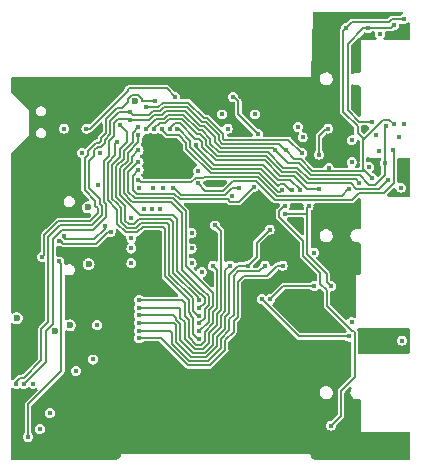
<source format=gbr>
%TF.GenerationSoftware,KiCad,Pcbnew,(6.99.0-1793-ga56955443f)*%
%TF.CreationDate,2022-09-01T09:47:35+01:00*%
%TF.ProjectId,Watchy-MrT-ESP32-S3-V1,57617463-6879-42d4-9d72-542d45535033,rev?*%
%TF.SameCoordinates,Original*%
%TF.FileFunction,Copper,L4,Bot*%
%TF.FilePolarity,Positive*%
%FSLAX46Y46*%
G04 Gerber Fmt 4.6, Leading zero omitted, Abs format (unit mm)*
G04 Created by KiCad (PCBNEW (6.99.0-1793-ga56955443f)) date 2022-09-01 09:47:35*
%MOMM*%
%LPD*%
G01*
G04 APERTURE LIST*
%TA.AperFunction,ViaPad*%
%ADD10C,0.600000*%
%TD*%
%TA.AperFunction,ViaPad*%
%ADD11C,0.450000*%
%TD*%
%TA.AperFunction,Conductor*%
%ADD12C,0.150000*%
%TD*%
G04 APERTURE END LIST*
D10*
%TO.N,GND*%
X113600000Y-67400000D03*
X127800000Y-91000000D03*
X140800000Y-55600000D03*
X136200000Y-91600000D03*
X111800000Y-71000000D03*
X119400000Y-86800000D03*
X127400000Y-61800000D03*
X113000000Y-92800000D03*
X122600000Y-91600000D03*
X111800000Y-61200000D03*
X132600000Y-91000000D03*
X128200000Y-91600000D03*
X128600000Y-87400000D03*
X114400000Y-72200000D03*
X131400000Y-89200000D03*
X134600000Y-84400000D03*
X127000000Y-86200000D03*
X137800000Y-92800000D03*
X130200000Y-91000000D03*
D11*
X122700000Y-68700000D03*
D10*
X116200000Y-89200000D03*
X111200000Y-74600000D03*
X127400000Y-86800000D03*
X131800000Y-83800000D03*
X131000000Y-81400000D03*
X110000000Y-84800000D03*
X113600000Y-70600000D03*
D11*
X121600000Y-69250000D03*
X122700000Y-67050000D03*
X121600000Y-68700000D03*
D10*
X119400000Y-89200000D03*
X110600000Y-79000000D03*
X131800000Y-88600000D03*
X120200000Y-89200000D03*
X125400000Y-92200000D03*
X135000000Y-88600000D03*
X117400000Y-83800000D03*
X127800000Y-89800000D03*
X113000000Y-67000000D03*
X132600000Y-83800000D03*
X131600000Y-71800000D03*
X133800000Y-88000000D03*
X127800000Y-85000000D03*
X130600000Y-61800000D03*
X122200000Y-83800000D03*
X134000000Y-77800000D03*
X132200000Y-61800000D03*
X133400000Y-62400000D03*
X141000000Y-91600000D03*
X131800000Y-86200000D03*
X119000000Y-83800000D03*
X142200000Y-92200000D03*
X127800000Y-92200000D03*
D11*
X121050000Y-65950000D03*
D10*
X113600000Y-69000000D03*
X136200000Y-92800000D03*
X132600000Y-88600000D03*
X111800000Y-71800000D03*
D11*
X140750000Y-67100000D03*
D10*
X115200000Y-78400000D03*
X115000000Y-61200000D03*
X131400000Y-90400000D03*
X127400000Y-85600000D03*
X113600000Y-72200000D03*
X126600000Y-89200000D03*
X131000000Y-89800000D03*
X122600000Y-88000000D03*
X111200000Y-68200000D03*
X110000000Y-73800000D03*
X134600000Y-85600000D03*
X128600000Y-89800000D03*
D11*
X123800000Y-68700000D03*
D10*
X134200000Y-83800000D03*
X131000000Y-71800000D03*
X130600000Y-85600000D03*
X119800000Y-91000000D03*
D11*
X120800000Y-74800000D03*
D10*
X129800000Y-82000000D03*
X132600000Y-89800000D03*
X123400000Y-86800000D03*
X136000000Y-56800000D03*
X132200000Y-82000000D03*
D11*
X122150000Y-68700000D03*
D10*
X121400000Y-87400000D03*
X130200000Y-61200000D03*
X125000000Y-89200000D03*
X122200000Y-88600000D03*
D11*
X140500000Y-65750000D03*
D10*
X115800000Y-91000000D03*
X124200000Y-91600000D03*
X133000000Y-74400000D03*
X127000000Y-91000000D03*
X112400000Y-69000000D03*
X110000000Y-69800000D03*
X113000000Y-71000000D03*
X130200000Y-86200000D03*
X113000000Y-64600000D03*
X129000000Y-88000000D03*
D11*
X124350000Y-68150000D03*
X137000000Y-67400000D03*
D10*
X114200000Y-61200000D03*
X142800000Y-57200000D03*
X140400000Y-83800000D03*
D11*
X125000000Y-72800000D03*
D10*
X132200000Y-86800000D03*
X141400000Y-92200000D03*
X128200000Y-86800000D03*
X110800000Y-84800000D03*
X110200000Y-61200000D03*
D11*
X122700000Y-67600000D03*
X122000000Y-74200000D03*
D10*
X122200000Y-91000000D03*
X110600000Y-61800000D03*
X132200000Y-91600000D03*
X125800000Y-90400000D03*
X129200000Y-74000000D03*
X113600000Y-68200000D03*
D11*
X122150000Y-65950000D03*
X132600000Y-73800000D03*
D10*
X110600000Y-73400000D03*
X130600000Y-88000000D03*
X129800000Y-86800000D03*
X129400000Y-87400000D03*
D11*
X140600000Y-68650000D03*
D10*
X130200000Y-81400000D03*
X117800000Y-83200000D03*
X113000000Y-69400000D03*
D11*
X125600000Y-72200000D03*
D10*
X124600000Y-61200000D03*
X135800000Y-86200000D03*
X133000000Y-90400000D03*
D11*
X121600000Y-65950000D03*
D10*
X110600000Y-67000000D03*
X134200000Y-61200000D03*
X127000000Y-92200000D03*
X124200000Y-90400000D03*
X135200000Y-63400000D03*
X110600000Y-70200000D03*
X119800000Y-88600000D03*
X127400000Y-63000000D03*
X110000000Y-80200000D03*
X135400000Y-84400000D03*
X116200000Y-61800000D03*
X134200000Y-89800000D03*
X132800000Y-75000000D03*
X131400000Y-85600000D03*
X126200000Y-88600000D03*
D11*
X115950000Y-64250000D03*
D10*
X134200000Y-88600000D03*
D11*
X121400000Y-74800000D03*
D10*
X118200000Y-62400000D03*
X114400000Y-76200000D03*
X135000000Y-61200000D03*
X123800000Y-89800000D03*
X127000000Y-62400000D03*
D11*
X123250000Y-69250000D03*
D10*
X111800000Y-79000000D03*
D11*
X123250000Y-66500000D03*
D10*
X138200000Y-75000000D03*
X133800000Y-89200000D03*
D11*
X123800000Y-67600000D03*
D10*
X131000000Y-83800000D03*
X129800000Y-61800000D03*
X135400000Y-91600000D03*
D11*
X117850000Y-74800000D03*
D10*
X135400000Y-58800000D03*
X131800000Y-62400000D03*
X129400000Y-86200000D03*
X112400000Y-68200000D03*
X132200000Y-83200000D03*
X110600000Y-78200000D03*
X129000000Y-85600000D03*
X115000000Y-91000000D03*
X126200000Y-87400000D03*
X135400000Y-60400000D03*
X137400000Y-65200000D03*
X113000000Y-61800000D03*
X133000000Y-84400000D03*
X111800000Y-69400000D03*
D11*
X121050000Y-66500000D03*
D10*
X128600000Y-85000000D03*
X116600000Y-62400000D03*
X115800000Y-88600000D03*
X129000000Y-91600000D03*
X115200000Y-80000000D03*
X123000000Y-85000000D03*
X110000000Y-70600000D03*
X128400000Y-75200000D03*
X134200000Y-85000000D03*
D11*
X121600000Y-66500000D03*
D10*
X124200000Y-88000000D03*
X127400000Y-89200000D03*
X111800000Y-79800000D03*
X122600000Y-90400000D03*
X119400000Y-91600000D03*
X118600000Y-91600000D03*
X127000000Y-87400000D03*
X121800000Y-91600000D03*
X130200000Y-87400000D03*
X131000000Y-88600000D03*
X127000000Y-89800000D03*
X136000000Y-60000000D03*
X132600000Y-92200000D03*
X133000000Y-88000000D03*
X122600000Y-89200000D03*
X120600000Y-88600000D03*
X119400000Y-83200000D03*
X138800000Y-76200000D03*
X114200000Y-92200000D03*
X133400000Y-91000000D03*
X113000000Y-67800000D03*
X123000000Y-87400000D03*
X117800000Y-61800000D03*
X135400000Y-55600000D03*
X132200000Y-88000000D03*
X118600000Y-61800000D03*
D11*
X120800000Y-76000000D03*
D10*
X136800000Y-60000000D03*
X111200000Y-79400000D03*
X113000000Y-63800000D03*
D11*
X139400000Y-65200000D03*
D10*
X116600000Y-91000000D03*
X126600000Y-86800000D03*
X124600000Y-88600000D03*
X117400000Y-61200000D03*
X113000000Y-66200000D03*
X129800000Y-85600000D03*
X113800000Y-91600000D03*
X118200000Y-83800000D03*
X115800000Y-89800000D03*
X125800000Y-91600000D03*
X115400000Y-90400000D03*
X111800000Y-78200000D03*
X138800000Y-77000000D03*
X119800000Y-87400000D03*
X123800000Y-88600000D03*
X125400000Y-91000000D03*
X126200000Y-92200000D03*
D11*
X122700000Y-69250000D03*
D10*
X129000000Y-90400000D03*
X128200000Y-88000000D03*
X129400000Y-89800000D03*
X120600000Y-91000000D03*
X127800000Y-61200000D03*
X121800000Y-90400000D03*
X136600000Y-88600000D03*
X134200000Y-87400000D03*
X128600000Y-83800000D03*
X135400000Y-89200000D03*
X133800000Y-91600000D03*
X110000000Y-68200000D03*
X131800000Y-85000000D03*
X135400000Y-57200000D03*
X131400000Y-83200000D03*
X117000000Y-63000000D03*
X133000000Y-83200000D03*
X119800000Y-83800000D03*
X126200000Y-91000000D03*
X130200000Y-85000000D03*
X129800000Y-91600000D03*
X138800000Y-62600000D03*
X137000000Y-86800000D03*
X110000000Y-75400000D03*
X113600000Y-66600000D03*
X143000000Y-92200000D03*
X129600000Y-74600000D03*
X133800000Y-84400000D03*
X142600000Y-92800000D03*
X129400000Y-62400000D03*
X115000000Y-89800000D03*
X125400000Y-89800000D03*
X141800000Y-91600000D03*
X125400000Y-87400000D03*
X123800000Y-61200000D03*
X111400000Y-64600000D03*
X131000000Y-86200000D03*
X121400000Y-88600000D03*
X129400000Y-80200000D03*
X133800000Y-86800000D03*
X127400000Y-91600000D03*
X120200000Y-86800000D03*
X129400000Y-81400000D03*
X114600000Y-80400000D03*
D11*
X121050000Y-68700000D03*
D10*
X121800000Y-89200000D03*
X130600000Y-84400000D03*
X119800000Y-61200000D03*
X131000000Y-62400000D03*
D11*
X123250000Y-67600000D03*
D10*
X110600000Y-71000000D03*
D11*
X134000000Y-71800000D03*
D10*
X128200000Y-85600000D03*
X137000000Y-92800000D03*
X113600000Y-71400000D03*
X114800000Y-69800000D03*
X110600000Y-71800000D03*
X132200000Y-89200000D03*
X117000000Y-61800000D03*
X110600000Y-75000000D03*
X119000000Y-88600000D03*
X110000000Y-76200000D03*
X119400000Y-84400000D03*
X134200000Y-86200000D03*
X133000000Y-61800000D03*
X133400000Y-85000000D03*
X131800000Y-61200000D03*
X115400000Y-71000000D03*
X120800000Y-77400000D03*
X132200000Y-84400000D03*
X134600000Y-88000000D03*
X125000000Y-86800000D03*
D11*
X121600000Y-68150000D03*
X124350000Y-67600000D03*
D10*
X136800000Y-61800000D03*
X133800000Y-90400000D03*
X129800000Y-90400000D03*
X112600000Y-61200000D03*
X131400000Y-91600000D03*
X133400000Y-83800000D03*
X127800000Y-88600000D03*
X130200000Y-92200000D03*
X118200000Y-85000000D03*
X121400000Y-92200000D03*
D11*
X120800000Y-74200000D03*
X121050000Y-69250000D03*
D10*
X134200000Y-91000000D03*
D11*
X122000000Y-74800000D03*
X122150000Y-66500000D03*
X121400000Y-75400000D03*
D10*
X111000000Y-61200000D03*
X119000000Y-85000000D03*
X115000000Y-62400000D03*
X131000000Y-92200000D03*
D11*
X134000000Y-73200000D03*
D10*
X124600000Y-87400000D03*
X111200000Y-69000000D03*
X110000000Y-74600000D03*
X130600000Y-80800000D03*
X111800000Y-74200000D03*
X128600000Y-88600000D03*
X131800000Y-89800000D03*
X119000000Y-87400000D03*
X121000000Y-89200000D03*
X133000000Y-85600000D03*
X110600000Y-69400000D03*
X114600000Y-61800000D03*
X136600000Y-86200000D03*
X116600000Y-88600000D03*
X111200000Y-73000000D03*
X112200000Y-92800000D03*
X129000000Y-86800000D03*
X111800000Y-75000000D03*
X129400000Y-85000000D03*
X117800000Y-84400000D03*
X127400000Y-90400000D03*
X113000000Y-70200000D03*
X123000000Y-88600000D03*
X128600000Y-86200000D03*
X125800000Y-88000000D03*
D11*
X121050000Y-67050000D03*
D10*
X124200000Y-86800000D03*
X111200000Y-78600000D03*
X116600000Y-89800000D03*
X130600000Y-83200000D03*
X114200000Y-69400000D03*
X125000000Y-91600000D03*
D11*
X121050000Y-68150000D03*
D10*
X128400000Y-74000000D03*
X138600000Y-92800000D03*
D11*
X127250000Y-69950000D03*
D10*
X138800000Y-62000000D03*
X110000000Y-73000000D03*
X135400000Y-85600000D03*
X135000000Y-83800000D03*
X111200000Y-70600000D03*
X120200000Y-84400000D03*
X129400000Y-82600000D03*
X119800000Y-85000000D03*
X121000000Y-84400000D03*
X135400000Y-59600000D03*
X135400000Y-82000000D03*
X133000000Y-89200000D03*
X115800000Y-61200000D03*
X136600000Y-55600000D03*
X128200000Y-84400000D03*
X135000000Y-85000000D03*
X129000000Y-84400000D03*
X131000000Y-91000000D03*
X135400000Y-92800000D03*
D11*
X121600000Y-67600000D03*
D10*
X137600000Y-72800000D03*
X131800000Y-82600000D03*
X132600000Y-62400000D03*
X118200000Y-89800000D03*
X123000000Y-61200000D03*
X117400000Y-89800000D03*
X110000000Y-71400000D03*
X137000000Y-73200000D03*
X123800000Y-91000000D03*
X123400000Y-88000000D03*
X138600000Y-88600000D03*
X135400000Y-58000000D03*
X128800000Y-73400000D03*
X113000000Y-72600000D03*
X123400000Y-90400000D03*
X114800000Y-70600000D03*
X111800000Y-68600000D03*
X129800000Y-80800000D03*
X129600000Y-75800000D03*
X135400000Y-90400000D03*
X111200000Y-71400000D03*
X133400000Y-92200000D03*
X110000000Y-72200000D03*
X135200000Y-64200000D03*
X120200000Y-91600000D03*
X138800000Y-75400000D03*
X129800000Y-88000000D03*
X121600000Y-77400000D03*
X126600000Y-61800000D03*
X120000000Y-77600000D03*
D11*
X142450000Y-65950000D03*
D10*
X131800000Y-92200000D03*
D11*
X121050000Y-67600000D03*
D10*
X129800000Y-84400000D03*
X111200000Y-80200000D03*
X132600000Y-85000000D03*
D11*
X122700000Y-68150000D03*
D10*
X119000000Y-78800000D03*
X120600000Y-89800000D03*
X135000000Y-89800000D03*
X129000000Y-61800000D03*
X119000000Y-91000000D03*
X112400000Y-70600000D03*
X113800000Y-92800000D03*
X123800000Y-92200000D03*
X110600000Y-62600000D03*
X110000000Y-79400000D03*
X116600000Y-61200000D03*
X119000000Y-77600000D03*
X110000000Y-78600000D03*
X135000000Y-86200000D03*
X126600000Y-91600000D03*
X124600000Y-92200000D03*
D11*
X120800000Y-75400000D03*
D10*
X114600000Y-78000000D03*
X136400000Y-72800000D03*
X134600000Y-86800000D03*
X121000000Y-88000000D03*
X110600000Y-79800000D03*
D11*
X121600000Y-67050000D03*
D10*
X123000000Y-91000000D03*
X135200000Y-65000000D03*
X140200000Y-92800000D03*
X132200000Y-74600000D03*
X126600000Y-63000000D03*
X122600000Y-84400000D03*
X113600000Y-69800000D03*
X126200000Y-61200000D03*
X141000000Y-92800000D03*
X121400000Y-85000000D03*
X111200000Y-77800000D03*
D11*
X123800000Y-67050000D03*
D10*
X110600000Y-75800000D03*
X123400000Y-89200000D03*
X122200000Y-61200000D03*
X138800000Y-59400000D03*
X121400000Y-89800000D03*
X117800000Y-90400000D03*
X111200000Y-76200000D03*
X110600000Y-72600000D03*
X115200000Y-79200000D03*
X128000000Y-75800000D03*
X139400000Y-92800000D03*
X122200000Y-85000000D03*
D11*
X123800000Y-69250000D03*
D10*
X129400000Y-92200000D03*
X135000000Y-91000000D03*
X133400000Y-61200000D03*
X133400000Y-87400000D03*
X130200000Y-82600000D03*
X114800000Y-69000000D03*
X117400000Y-88600000D03*
X119400000Y-88000000D03*
X111800000Y-73400000D03*
X113000000Y-68600000D03*
X117400000Y-62400000D03*
X133800000Y-61800000D03*
X132600000Y-86200000D03*
D11*
X123250000Y-68150000D03*
D10*
X130600000Y-90400000D03*
X119400000Y-78200000D03*
X114200000Y-70200000D03*
X118600000Y-84400000D03*
X121400000Y-91000000D03*
X131000000Y-82600000D03*
X125000000Y-88000000D03*
X132600000Y-61200000D03*
X123400000Y-85600000D03*
X135400000Y-61800000D03*
X135000000Y-92200000D03*
X122200000Y-87400000D03*
X121400000Y-83800000D03*
X133800000Y-85600000D03*
X119000000Y-89800000D03*
X118600000Y-88000000D03*
X118600000Y-86800000D03*
X129000000Y-82000000D03*
X133400000Y-88600000D03*
X115800000Y-62400000D03*
X123800000Y-87400000D03*
X113800000Y-75600000D03*
X139800000Y-92200000D03*
X126600000Y-90400000D03*
X131000000Y-71200000D03*
X124600000Y-86200000D03*
X129400000Y-88600000D03*
X125800000Y-89200000D03*
X128000000Y-74600000D03*
X129800000Y-89200000D03*
X111800000Y-72600000D03*
X133400000Y-86200000D03*
X117000000Y-89200000D03*
X115400000Y-61800000D03*
X110000000Y-77800000D03*
X118200000Y-91000000D03*
X127000000Y-61200000D03*
X130200000Y-63200000D03*
X134600000Y-89200000D03*
X117800000Y-89200000D03*
X131000000Y-87400000D03*
D11*
X123250000Y-67050000D03*
X122150000Y-67600000D03*
D10*
X120600000Y-83800000D03*
D11*
X137000000Y-68000000D03*
X125000000Y-72200000D03*
D10*
X121000000Y-91600000D03*
X140600000Y-92200000D03*
X115000000Y-88600000D03*
X139400000Y-91600000D03*
X110600000Y-67800000D03*
X112400000Y-71400000D03*
X135800000Y-88600000D03*
X131400000Y-84400000D03*
X134600000Y-61800000D03*
X119000000Y-61200000D03*
X134600000Y-90400000D03*
X125000000Y-90400000D03*
X129400000Y-91000000D03*
X127000000Y-88600000D03*
X114600000Y-91600000D03*
D11*
X124350000Y-68700000D03*
D10*
X119800000Y-92200000D03*
D11*
X116450000Y-64250000D03*
D10*
X127800000Y-86200000D03*
X126200000Y-89800000D03*
D11*
X136400000Y-67600000D03*
D10*
X129800000Y-83200000D03*
X120200000Y-88000000D03*
X132200000Y-85600000D03*
X112400000Y-72200000D03*
X120600000Y-92200000D03*
X141800000Y-92800000D03*
X138200000Y-77400000D03*
X133000000Y-86800000D03*
X123800000Y-86200000D03*
X110600000Y-68600000D03*
X140000000Y-55600000D03*
X130600000Y-82000000D03*
D11*
X122700000Y-66500000D03*
D10*
X118600000Y-90400000D03*
X116200000Y-90400000D03*
X122200000Y-92200000D03*
X119800000Y-78800000D03*
X133400000Y-89800000D03*
D11*
X122000000Y-76000000D03*
D10*
X110000000Y-69000000D03*
X120600000Y-85000000D03*
X132200000Y-90400000D03*
X133600000Y-75000000D03*
X129200000Y-75200000D03*
X114200000Y-68600000D03*
X132600000Y-87400000D03*
X115400000Y-89200000D03*
X123000000Y-89800000D03*
X114600000Y-79600000D03*
X113800000Y-61800000D03*
X111200000Y-77000000D03*
X112200000Y-64600000D03*
X124200000Y-89200000D03*
X136000000Y-56000000D03*
X134600000Y-91600000D03*
X116200000Y-63000000D03*
X135800000Y-92200000D03*
X118200000Y-61200000D03*
X112400000Y-69800000D03*
D11*
X122150000Y-68150000D03*
D10*
X127800000Y-87400000D03*
X128600000Y-91000000D03*
X135400000Y-56400000D03*
X140200000Y-91600000D03*
X130600000Y-91600000D03*
X130200000Y-62400000D03*
X138200000Y-75800000D03*
X130400000Y-71800000D03*
X131400000Y-88000000D03*
X111200000Y-69800000D03*
X111200000Y-75400000D03*
X126600000Y-88000000D03*
X126200000Y-62400000D03*
X121800000Y-84400000D03*
D11*
X123800000Y-68150000D03*
D10*
X131000000Y-75600000D03*
X131000000Y-61200000D03*
X117000000Y-90400000D03*
X124600000Y-89800000D03*
X110000000Y-77000000D03*
X142600000Y-91600000D03*
X111800000Y-70200000D03*
D11*
X123250000Y-68700000D03*
D10*
X113000000Y-71800000D03*
X128600000Y-61200000D03*
X124600000Y-91000000D03*
D11*
X122150000Y-69250000D03*
D10*
X110000000Y-67400000D03*
X129400000Y-61200000D03*
X113400000Y-61200000D03*
X121000000Y-90400000D03*
X131400000Y-61800000D03*
X135400000Y-88000000D03*
X128800000Y-74600000D03*
X130200000Y-89800000D03*
D11*
X109950000Y-87750000D03*
D10*
X130200000Y-83800000D03*
X118200000Y-78800000D03*
X128600000Y-92200000D03*
X130600000Y-86800000D03*
X112600000Y-92200000D03*
X115200000Y-77600000D03*
X114600000Y-92800000D03*
X115400000Y-63000000D03*
X130200000Y-88600000D03*
D11*
X122150000Y-67050000D03*
D10*
X118600000Y-83200000D03*
X131800000Y-91000000D03*
X121000000Y-86800000D03*
D11*
X122000000Y-75400000D03*
D10*
X131800000Y-87400000D03*
X121800000Y-88000000D03*
X129000000Y-89200000D03*
D11*
X142575659Y-69191764D03*
D10*
X119800000Y-89800000D03*
X139200000Y-55600000D03*
D11*
X121400000Y-76000000D03*
D10*
X128200000Y-90400000D03*
X129400000Y-83800000D03*
X123000000Y-92200000D03*
X127400000Y-88000000D03*
X110600000Y-74200000D03*
X111200000Y-73800000D03*
D11*
X121400000Y-74200000D03*
D10*
X119400000Y-90400000D03*
X131400000Y-82000000D03*
X111800000Y-77400000D03*
X118600000Y-78200000D03*
X125400000Y-88600000D03*
X110600000Y-76600000D03*
X131400000Y-86800000D03*
X118200000Y-88600000D03*
X113000000Y-65400000D03*
X123400000Y-91600000D03*
X129000000Y-83200000D03*
X130200000Y-80200000D03*
X135400000Y-86800000D03*
X135000000Y-87400000D03*
X134200000Y-92200000D03*
X120200000Y-90400000D03*
X134600000Y-66600000D03*
X128200000Y-89200000D03*
X110600000Y-77400000D03*
X114600000Y-78800000D03*
X138200000Y-76600000D03*
D11*
X123750000Y-66500000D03*
D10*
X113400000Y-92200000D03*
X121400000Y-61200000D03*
X119000000Y-92200000D03*
X138800000Y-60000000D03*
D11*
X126000000Y-71800000D03*
D10*
X130600000Y-89200000D03*
X111200000Y-72200000D03*
X133000000Y-91600000D03*
X128800000Y-75800000D03*
X131000000Y-85000000D03*
X120600000Y-61200000D03*
X112400000Y-73000000D03*
D11*
X117500000Y-75150000D03*
D10*
X139600000Y-83800000D03*
X122200000Y-89800000D03*
X117400000Y-91000000D03*
X120600000Y-87400000D03*
D11*
X124350000Y-69250000D03*
X125600000Y-72800000D03*
D10*
X118600000Y-89200000D03*
X111800000Y-80600000D03*
D11*
%TO.N,/MCU_Sheet/SPICLK_P*%
X123250000Y-70250000D03*
X128900000Y-70250000D03*
%TO.N,VDD_SPI*%
X119750000Y-76600000D03*
X128300000Y-70900000D03*
%TO.N,+3V3*%
X127900000Y-65200000D03*
X134250000Y-65950000D03*
X125415689Y-68800999D03*
X142550000Y-70200000D03*
X123450000Y-62500000D03*
X139900000Y-68450000D03*
X125700000Y-77350000D03*
X115950000Y-65200000D03*
X142650000Y-83150000D03*
X135200000Y-75700000D03*
X117100000Y-67250000D03*
X116900000Y-70000000D03*
X138400000Y-81600000D03*
X114050000Y-65200000D03*
%TO.N,Net-(D1-K)*%
X134750000Y-71750000D03*
X132750000Y-72400000D03*
X136650000Y-78550000D03*
%TO.N,/MCU_Sheet/PREVGH*%
X120400000Y-81650000D03*
X131450000Y-73750000D03*
X129600000Y-76800000D03*
%TO.N,Net-(J1-Pin_18)*%
X132550000Y-76800000D03*
X120400000Y-82950000D03*
%TO.N,Net-(J1-Pin_20)*%
X120400000Y-82300000D03*
X131050000Y-76800000D03*
%TO.N,Net-(J1-Pin_22)*%
X128100000Y-76800000D03*
X120400000Y-81000000D03*
%TO.N,Net-(J1-Pin_24)*%
X126650000Y-76800000D03*
X120400000Y-79700000D03*
D10*
%TO.N,VBUS*%
X116130000Y-76670000D03*
X116080000Y-71870000D03*
X114550000Y-81850000D03*
X110050000Y-81250000D03*
X113250000Y-82350000D03*
D11*
%TO.N,+BATT*%
X116500000Y-84750000D03*
D10*
X120050000Y-62900000D03*
D11*
X133850000Y-65050000D03*
X112850000Y-89300000D03*
X111450000Y-86800000D03*
X112000000Y-90650000D03*
%TO.N,VCC*%
X115550000Y-67250000D03*
X116850000Y-81850000D03*
X127400000Y-64000000D03*
X115050000Y-85700000D03*
%TO.N,/MCU_Sheet/PREVGL*%
X126850000Y-73400000D03*
X120400000Y-80350000D03*
%TO.N,/MCU_Sheet/SPICS0*%
X124850000Y-76600000D03*
X121500000Y-72000000D03*
%TO.N,/MCU_Sheet/SPID*%
X119750000Y-72800000D03*
X122450000Y-70250000D03*
%TO.N,/MCU_Sheet/SPIWP*%
X124850000Y-74050000D03*
X120850000Y-72000000D03*
%TO.N,/MCU_Sheet/SPIQ*%
X122200000Y-72000000D03*
X124850000Y-75350000D03*
%TO.N,/MCU_Sheet/SPICLK*%
X119750000Y-74500000D03*
X121600000Y-70250000D03*
X119750000Y-74500000D03*
%TO.N,/MCU_Sheet/SPIHD*%
X120400000Y-70250000D03*
X119750000Y-75350000D03*
%TO.N,I2C_SCL*%
X119600000Y-64500000D03*
X141272635Y-64955308D03*
X139800000Y-56700000D03*
X141200000Y-68150000D03*
X110650000Y-86800000D03*
X140100000Y-64650000D03*
X142000000Y-56450000D03*
X131950000Y-67000000D03*
%TO.N,I2C_SDA*%
X119600000Y-63800000D03*
X142800000Y-55950000D03*
X140105918Y-69395543D03*
X137900000Y-56700000D03*
X110000000Y-86800000D03*
X132800000Y-67000000D03*
X141950000Y-64850000D03*
X136450000Y-68550000D03*
%TO.N,BMP_INT*%
X138150000Y-70350000D03*
X120350000Y-69550000D03*
%TO.N,D_BUSY*%
X118550000Y-66300000D03*
X125450000Y-83000000D03*
%TO.N,D_RES*%
X125450000Y-82350000D03*
X120350000Y-68050000D03*
%TO.N,D_DC*%
X120350000Y-67050000D03*
X125450000Y-81700000D03*
%TO.N,D_MOSI*%
X120350000Y-65100000D03*
X125450000Y-79750000D03*
%TO.N,D_SCK*%
X125450000Y-80400000D03*
X120350000Y-65750000D03*
%TO.N,D_SS*%
X125450000Y-81050000D03*
X118800000Y-64900000D03*
%TO.N,/MCU_Sheet/RESE*%
X138150000Y-82800000D03*
X130800000Y-79650000D03*
%TO.N,/MCU_Sheet/GDR*%
X131500000Y-79650000D03*
X135250000Y-78550000D03*
%TO.N,BTN1*%
X136400000Y-65200000D03*
X135650000Y-70350000D03*
X135650000Y-67400000D03*
X123000000Y-65250000D03*
%TO.N,BTN2*%
X123650000Y-65250000D03*
X133350000Y-70400980D03*
%TO.N,BTN3*%
X136650000Y-90350000D03*
X132750000Y-71750000D03*
X132500000Y-70400000D03*
X122350000Y-65250000D03*
%TO.N,MAG_INT*%
X125250000Y-66550000D03*
X134000000Y-70400980D03*
%TO.N,MAG_DRDY*%
X125400000Y-69850000D03*
X141900000Y-67050000D03*
%TO.N,RTC_INT*%
X121000000Y-63350000D03*
X134196800Y-67296800D03*
%TO.N,LDO2*%
X120350000Y-68700000D03*
X130100000Y-70150000D03*
%TO.N,MAX17_INT*%
X121746095Y-62850564D03*
X111000000Y-91300000D03*
X112200000Y-76050000D03*
X113600000Y-76450000D03*
%TO.N,ACCEL_INT1*%
X141500000Y-69550000D03*
X121700000Y-65250000D03*
%TO.N,ACCEL_INT2*%
X139050000Y-69800981D03*
X121000000Y-65250000D03*
%TO.N,LDO2_EN*%
X128350000Y-62500000D03*
X130450000Y-65650000D03*
%TO.N,USB_N*%
X117513119Y-73463119D03*
X114065744Y-74266561D03*
%TO.N,USB_P*%
X117986881Y-73936881D03*
X113591982Y-74740323D03*
%TO.N,+3.3VA*%
X138400000Y-68050000D03*
X140800000Y-57200000D03*
X138400000Y-66200000D03*
X130200000Y-64000000D03*
X142800000Y-64850000D03*
%TD*%
D12*
%TO.N,/MCU_Sheet/SPICLK_P*%
X127693584Y-70800000D02*
X123940532Y-70800000D01*
X128243584Y-70250000D02*
X127693584Y-70800000D01*
X123390532Y-70250000D02*
X123250000Y-70250000D01*
X128900000Y-70250000D02*
X128243584Y-70250000D01*
X123940532Y-70800000D02*
X123390532Y-70250000D01*
%TO.N,+3V3*%
X119550000Y-61800000D02*
X119430000Y-61920000D01*
X119430000Y-62000000D02*
X116230000Y-65200000D01*
X123450000Y-62500000D02*
X122750000Y-61800000D01*
X119430000Y-61920000D02*
X119430000Y-62000000D01*
X122750000Y-61800000D02*
X119550000Y-61800000D01*
X116230000Y-65200000D02*
X115950000Y-65200000D01*
%TO.N,Net-(D1-K)*%
X136300000Y-78200000D02*
X136300000Y-77506416D01*
X134650000Y-71850000D02*
X134750000Y-71750000D01*
X132750000Y-72400000D02*
X134600000Y-72400000D01*
X134600000Y-72400000D02*
X134650000Y-72350000D01*
X136650000Y-78550000D02*
X136300000Y-78200000D01*
X134650000Y-72350000D02*
X134650000Y-71850000D01*
X136300000Y-77506416D02*
X134650000Y-75856416D01*
X134650000Y-75856416D02*
X134650000Y-72350000D01*
%TO.N,/MCU_Sheet/PREVGH*%
X127698560Y-82135037D02*
X127698559Y-81173631D01*
X130350000Y-74850000D02*
X131450000Y-73750000D01*
X120400000Y-81650000D02*
X123318081Y-81650000D01*
X126091236Y-84548068D02*
X126998069Y-83641234D01*
X126998069Y-83641234D02*
X126998068Y-82835532D01*
X126998068Y-82835532D02*
X127698560Y-82135037D01*
X128806416Y-76800000D02*
X129600000Y-76800000D01*
X123531669Y-81863588D02*
X123531670Y-83270974D01*
X123531670Y-83270974D02*
X124808769Y-84548070D01*
X124808769Y-84548070D02*
X126091236Y-84548068D01*
X127698559Y-81173631D02*
X128048559Y-80823631D01*
X128048559Y-80823631D02*
X128048559Y-77557857D01*
X123318081Y-81650000D02*
X123531669Y-81863588D01*
X130350000Y-76050000D02*
X130350000Y-74850000D01*
X129600000Y-76800000D02*
X130350000Y-76050000D01*
X128048559Y-77557857D02*
X128806416Y-76800000D01*
%TO.N,Net-(J1-Pin_18)*%
X132100000Y-76800000D02*
X132550000Y-76800000D01*
X127697109Y-83125081D02*
X128397600Y-82424587D01*
X128397600Y-81463182D02*
X128747597Y-81113185D01*
X126380787Y-85247109D02*
X127697109Y-83930784D01*
X124519215Y-85247110D02*
X126380787Y-85247109D01*
X120400000Y-82950000D02*
X122222103Y-82950000D01*
X128747597Y-81113185D02*
X128747597Y-78152403D01*
X127697109Y-83930784D02*
X127697109Y-83125081D01*
X128397600Y-82424587D02*
X128397600Y-81463182D01*
X128747597Y-78152403D02*
X129250480Y-77649520D01*
X129250480Y-77649520D02*
X131250480Y-77649520D01*
X131250480Y-77649520D02*
X132100000Y-76800000D01*
X122222103Y-82950000D02*
X124519215Y-85247110D01*
%TO.N,Net-(J1-Pin_20)*%
X128398078Y-77702634D02*
X128800712Y-77300000D01*
X128800712Y-77300000D02*
X130550000Y-77300000D01*
X123182150Y-83415751D02*
X124663990Y-84897590D01*
X120400000Y-82300000D02*
X123000000Y-82300000D01*
X128048080Y-82279812D02*
X128048079Y-81318407D01*
X123182149Y-82482149D02*
X123182150Y-83415751D01*
X127347589Y-83786009D02*
X127347589Y-82980306D01*
X130550000Y-77300000D02*
X131050000Y-76800000D01*
X126236013Y-84897587D02*
X127347589Y-83786009D01*
X128048079Y-81318407D02*
X128398078Y-80968408D01*
X127347589Y-82980306D02*
X128048080Y-82279812D01*
X124663990Y-84897590D02*
X126236013Y-84897587D01*
X123000000Y-82300000D02*
X123182149Y-82482149D01*
X128398078Y-80968408D02*
X128398078Y-77702634D01*
%TO.N,Net-(J1-Pin_22)*%
X127699040Y-77200960D02*
X128100000Y-76800000D01*
X125946459Y-84198549D02*
X126648549Y-83496459D01*
X127349040Y-81990262D02*
X127349039Y-81028855D01*
X123881189Y-81718812D02*
X123881189Y-83126197D01*
X127699040Y-80678854D02*
X127699040Y-77200960D01*
X127349039Y-81028855D02*
X127699040Y-80678854D01*
X123300000Y-81000000D02*
X123552411Y-81252411D01*
X123552411Y-81252411D02*
X123552412Y-81390035D01*
X124953543Y-84198550D02*
X125946459Y-84198549D01*
X126648549Y-82690755D02*
X127349040Y-81990262D01*
X120400000Y-81000000D02*
X123300000Y-81000000D01*
X123552412Y-81390035D02*
X123881189Y-81718812D01*
X123881189Y-83126197D02*
X124953543Y-84198550D01*
X126648549Y-83496459D02*
X126648549Y-82690755D01*
%TO.N,Net-(J1-Pin_24)*%
X125243095Y-83499511D02*
X125656905Y-83499511D01*
X124600969Y-81450000D02*
X124600969Y-82857385D01*
X120400000Y-79700000D02*
X124000000Y-79700000D01*
X124600969Y-82857385D02*
X125243095Y-83499511D01*
X125949511Y-83206905D02*
X125949511Y-82401201D01*
X126650000Y-80739302D02*
X127000000Y-80389304D01*
X124251450Y-81100481D02*
X124600969Y-81450000D01*
X124251449Y-79951449D02*
X124251450Y-81100481D01*
X125656905Y-83499511D02*
X125949511Y-83206905D01*
X125949511Y-82401201D02*
X126650000Y-81700712D01*
X127000000Y-77150000D02*
X126650000Y-76800000D01*
X126650000Y-81700712D02*
X126650000Y-80739302D01*
X127000000Y-80389304D02*
X127000000Y-77150000D01*
X124000000Y-79700000D02*
X124251449Y-79951449D01*
%TO.N,/MCU_Sheet/PREVGL*%
X127349520Y-73899520D02*
X126850000Y-73400000D01*
X123750000Y-80350000D02*
X123901929Y-80501929D01*
X126999519Y-80884079D02*
X127349520Y-80534079D01*
X123901931Y-81245258D02*
X124251449Y-81594776D01*
X125801682Y-83849030D02*
X126299030Y-83351682D01*
X126299030Y-83351682D02*
X126299030Y-82545978D01*
X123901929Y-80501929D02*
X123901931Y-81245258D01*
X126299030Y-82545978D02*
X126999520Y-81845487D01*
X124251450Y-83002162D02*
X125098318Y-83849030D01*
X126999520Y-81845487D02*
X126999519Y-80884079D01*
X120400000Y-80350000D02*
X123750000Y-80350000D01*
X125098318Y-83849030D02*
X125801682Y-83849030D01*
X127349520Y-80534079D02*
X127349520Y-73899520D01*
X124251449Y-81594776D02*
X124251450Y-83002162D01*
%TO.N,I2C_SCL*%
X127315064Y-66850000D02*
X131750000Y-66850000D01*
X113080000Y-74510000D02*
X113080000Y-81707518D01*
X117600000Y-71620000D02*
X117600000Y-72669822D01*
X117600000Y-72669822D02*
X116519822Y-73750000D01*
X141750000Y-56700000D02*
X142000000Y-56450000D01*
X122686249Y-63699040D02*
X124288346Y-63699042D01*
X131750000Y-66850000D02*
X131900000Y-67000000D01*
X119600000Y-64500000D02*
X119500489Y-64400489D01*
X121249288Y-64500000D02*
X121698328Y-64050961D01*
X141200000Y-69143584D02*
X141200000Y-68150000D01*
X118300489Y-64693095D02*
X118300489Y-65843095D01*
X112480000Y-84970000D02*
X110650000Y-86800000D01*
X131950000Y-67050000D02*
X133052891Y-68152891D01*
X131950000Y-67000000D02*
X131950000Y-67050000D01*
X139106886Y-69151451D02*
X139906396Y-69950961D01*
X126798070Y-65908768D02*
X126798070Y-66333006D01*
X119500489Y-64400489D02*
X118593095Y-64400489D01*
X141249511Y-68100489D02*
X141200000Y-68150000D01*
X122334330Y-64050960D02*
X122686249Y-63699040D01*
X134939775Y-69151451D02*
X139106886Y-69151451D01*
X116519822Y-73750000D02*
X113840000Y-73750000D01*
X117402885Y-67974923D02*
X117402886Y-71422886D01*
X138050000Y-58050000D02*
X139400000Y-56700000D01*
X124288346Y-63699042D02*
X125591235Y-65001931D01*
X121698328Y-64050961D02*
X122334330Y-64050960D01*
X117863904Y-67513904D02*
X117402885Y-67974923D01*
X118593095Y-64400489D02*
X118300489Y-64693095D01*
X139906396Y-69950961D02*
X140392623Y-69950961D01*
X139050000Y-64650000D02*
X138050000Y-63650000D01*
X131900000Y-67000000D02*
X131950000Y-67000000D01*
X141249511Y-64978432D02*
X141249511Y-68100489D01*
X138050000Y-63650000D02*
X138050000Y-58050000D01*
X133052891Y-68152891D02*
X133941215Y-68152891D01*
X113080000Y-81707518D02*
X112480000Y-82307518D01*
X139800000Y-56700000D02*
X141750000Y-56700000D01*
X139400000Y-56700000D02*
X139800000Y-56700000D01*
X126798070Y-66333006D02*
X127315064Y-66850000D01*
X133941215Y-68152891D02*
X134939775Y-69151451D01*
X118300489Y-65843095D02*
X117863904Y-66279680D01*
X112480000Y-82307518D02*
X112480000Y-84970000D01*
X125891235Y-65001932D02*
X126798070Y-65908768D01*
X125591235Y-65001931D02*
X125891235Y-65001932D01*
X140100000Y-64650000D02*
X139050000Y-64650000D01*
X140392623Y-69950961D02*
X141200000Y-69143584D01*
X113840000Y-73750000D02*
X113080000Y-74510000D01*
X141272635Y-64955308D02*
X141249511Y-64978432D01*
X117402886Y-71422886D02*
X117600000Y-71620000D01*
X117863904Y-66279680D02*
X117863904Y-67513904D01*
X119600000Y-64500000D02*
X121249288Y-64500000D01*
%TO.N,I2C_SDA*%
X117053366Y-71153366D02*
X117053366Y-71592886D01*
X134085989Y-67803369D02*
X135084551Y-68801931D01*
X139350000Y-66150000D02*
X139350000Y-68639625D01*
X126036013Y-64652413D02*
X127147590Y-65763990D01*
X132750000Y-67000000D02*
X132800000Y-67000000D01*
X110655704Y-86300000D02*
X110330000Y-86300000D01*
X137700481Y-63794777D02*
X137700481Y-56899519D01*
X116600000Y-67043584D02*
X116600000Y-67490000D01*
X118699288Y-63800000D02*
X117950969Y-64548320D01*
X110330000Y-86300000D02*
X110000000Y-86630000D01*
X117514385Y-66134903D02*
X117514385Y-66424457D01*
X141555797Y-64455797D02*
X141044203Y-64455797D01*
X117950970Y-65698318D02*
X117514385Y-66134903D01*
X116893095Y-66750489D02*
X116600000Y-67043584D01*
X116375046Y-73400480D02*
X113695223Y-73400481D01*
X116149520Y-67940480D02*
X116149520Y-70249520D01*
X110000000Y-86630000D02*
X110000000Y-86800000D01*
X125736011Y-64652411D02*
X126036013Y-64652413D01*
X132800000Y-67000000D02*
X132800000Y-67050000D01*
X117188353Y-66750489D02*
X116893095Y-66750489D01*
X112130481Y-84825223D02*
X110655704Y-86300000D01*
X139425000Y-66075000D02*
X139350000Y-66150000D01*
X141950000Y-64850000D02*
X141555797Y-64455797D01*
X116149520Y-70249520D02*
X117053366Y-71153366D01*
X137900000Y-56700000D02*
X138399511Y-56200489D01*
X132250000Y-66500000D02*
X132750000Y-67000000D01*
X136401931Y-68598069D02*
X136450000Y-68550000D01*
X141044203Y-64455797D02*
X139425000Y-66075000D01*
X141793584Y-55950000D02*
X142800000Y-55950000D01*
X112730480Y-74365225D02*
X113695223Y-73400481D01*
X121204992Y-64050000D02*
X121553554Y-63701441D01*
X119850000Y-64050000D02*
X121204992Y-64050000D01*
X124433120Y-63349520D02*
X125736011Y-64652411D01*
X139512306Y-68801931D02*
X140105918Y-69395543D01*
X138900489Y-64994785D02*
X137700481Y-63794777D01*
X135084551Y-68801931D02*
X136401931Y-68801931D01*
X127147590Y-65763990D02*
X127147590Y-66188230D01*
X117514385Y-66424457D02*
X117188353Y-66750489D01*
X112130480Y-82162743D02*
X112130481Y-84825223D01*
X121553554Y-63701441D02*
X122189553Y-63701441D01*
X117250480Y-71790000D02*
X117250480Y-72525046D01*
X136401931Y-68801931D02*
X139512306Y-68801931D01*
X137700481Y-56899519D02*
X137900000Y-56700000D01*
X116600000Y-67490000D02*
X116149520Y-67940480D01*
X122189553Y-63701441D02*
X122541474Y-63349520D01*
X117250480Y-72525046D02*
X116375046Y-73400480D01*
X112730480Y-74365225D02*
X112730480Y-81562742D01*
X119600000Y-63800000D02*
X119850000Y-64050000D01*
X117053366Y-71592886D02*
X117250480Y-71790000D01*
X119600000Y-63800000D02*
X118699288Y-63800000D01*
X122541474Y-63349520D02*
X124433120Y-63349520D01*
X132800000Y-67050000D02*
X133553369Y-67803369D01*
X139350000Y-68639625D02*
X139512306Y-68801931D01*
X136401931Y-68801931D02*
X136401931Y-68598069D01*
X127459360Y-66500000D02*
X132250000Y-66500000D01*
X112730480Y-81562742D02*
X112130480Y-82162743D01*
X141543095Y-56200489D02*
X141793584Y-55950000D01*
X133553369Y-67803369D02*
X134085989Y-67803369D01*
X139425000Y-66075000D02*
X138900489Y-65550489D01*
X117950969Y-64548320D02*
X117950970Y-65698318D01*
X127147590Y-66188230D02*
X127459360Y-66500000D01*
X138399511Y-56200489D02*
X141543095Y-56200489D01*
X138900489Y-65550489D02*
X138900489Y-64994785D01*
%TO.N,BMP_INT*%
X132051192Y-70900480D02*
X137549520Y-70900480D01*
X120550489Y-69750489D02*
X124793095Y-69750489D01*
X125193095Y-69350489D02*
X125850472Y-69350489D01*
X138100000Y-70350000D02*
X138150000Y-70350000D01*
X125899991Y-69300970D02*
X130451682Y-69300970D01*
X124793095Y-69750489D02*
X125193095Y-69350489D01*
X137549520Y-70900480D02*
X138100000Y-70350000D01*
X125850472Y-69350489D02*
X125899991Y-69300970D01*
X120350000Y-69550000D02*
X120550489Y-69750489D01*
X130451682Y-69300970D02*
X132051192Y-70900480D01*
%TO.N,D_BUSY*%
X120696935Y-73548071D02*
X122448071Y-73548071D01*
X122602400Y-77723875D02*
X124600969Y-79722446D01*
X124950489Y-82600489D02*
X125350000Y-83000000D01*
X118551451Y-73296459D02*
X119253544Y-73998551D01*
X122602400Y-73702400D02*
X122602400Y-77723875D01*
X124950489Y-81200000D02*
X124950489Y-82600489D01*
X118400481Y-67471623D02*
X117752404Y-68119700D01*
X124600970Y-80751682D02*
X124805714Y-80956425D01*
X120246457Y-73998550D02*
X120696935Y-73548071D01*
X118550000Y-66300000D02*
X118400481Y-66449519D01*
X117752405Y-71274599D02*
X118551449Y-72073638D01*
X125350000Y-83000000D02*
X125450000Y-83000000D01*
X124805714Y-81055225D02*
X124950489Y-81200000D01*
X122448071Y-73548071D02*
X122602400Y-73702400D01*
X117752404Y-68119700D02*
X117752405Y-71274599D01*
X124600969Y-79722446D02*
X124600970Y-80751682D01*
X118400481Y-66449519D02*
X118400481Y-67471623D01*
X118551449Y-72073638D02*
X118551451Y-73296459D01*
X119253544Y-73998551D02*
X120246457Y-73998550D01*
X124805714Y-80956425D02*
X124805714Y-81055225D01*
%TO.N,D_RES*%
X126648550Y-79148550D02*
X126648550Y-80246457D01*
X126648550Y-80246457D02*
X126299031Y-80595975D01*
X120350000Y-68050000D02*
X120293584Y-68050000D01*
X125506416Y-82350000D02*
X125450000Y-82350000D01*
X126299031Y-80595975D02*
X126299031Y-81557385D01*
X126299031Y-81557385D02*
X125506416Y-82350000D01*
X123250970Y-71099030D02*
X124350000Y-72198060D01*
X120293584Y-68050000D02*
X119500000Y-68843584D01*
X120048320Y-71099031D02*
X123250970Y-71099030D01*
X124350000Y-72198060D02*
X124350000Y-76850000D01*
X119500000Y-68843584D02*
X119500000Y-70550712D01*
X119500000Y-70550712D02*
X120048320Y-71099031D01*
X124350000Y-76850000D02*
X126648550Y-79148550D01*
%TO.N,D_DC*%
X119150481Y-68698807D02*
X119150481Y-70695489D01*
X119799644Y-68049644D02*
X119150481Y-68698807D01*
X125949511Y-81256905D02*
X125506416Y-81700000D01*
X119903546Y-71448551D02*
X123106194Y-71448550D01*
X125949511Y-80451200D02*
X125949511Y-81256905D01*
X123106194Y-71448550D02*
X124000480Y-72342836D01*
X124000480Y-72342836D02*
X124000480Y-77144775D01*
X124000480Y-77144775D02*
X125725480Y-78869776D01*
X119150481Y-70695489D02*
X119752496Y-71297504D01*
X120350000Y-67050000D02*
X119799644Y-67600356D01*
X119752496Y-71297504D02*
X119903546Y-71448551D01*
X119799644Y-67600356D02*
X119799644Y-68049644D01*
X126299031Y-79398319D02*
X126299031Y-80101680D01*
X125770489Y-78869777D02*
X126299031Y-79398319D01*
X126299031Y-80101680D02*
X125949511Y-80451200D01*
X125725480Y-78869776D02*
X125770489Y-78869777D01*
X125506416Y-81700000D02*
X125450000Y-81700000D01*
%TO.N,D_MOSI*%
X119956905Y-73299511D02*
X120407385Y-72849031D01*
X123301440Y-77434325D02*
X125450000Y-79582886D01*
X119100605Y-67098684D02*
X119100606Y-67760090D01*
X119250489Y-71784088D02*
X119250489Y-73006905D01*
X118451443Y-70985043D02*
X119250489Y-71784088D01*
X118451442Y-68409254D02*
X118451443Y-70985043D01*
X119100606Y-67760090D02*
X118451442Y-68409254D01*
X123301440Y-73101440D02*
X123301440Y-77434325D01*
X119250489Y-73006905D02*
X119543095Y-73299511D01*
X120293584Y-65100000D02*
X119850489Y-65543095D01*
X123049031Y-72849031D02*
X123301440Y-73101440D01*
X119543095Y-73299511D02*
X119956905Y-73299511D01*
X125450000Y-79582886D02*
X125450000Y-79750000D01*
X120350000Y-65100000D02*
X120293584Y-65100000D01*
X120407385Y-72849031D02*
X123049031Y-72849031D01*
X119850489Y-65543095D02*
X119850489Y-66348799D01*
X119850489Y-66348799D02*
X119100605Y-67098684D01*
%TO.N,D_SCK*%
X123299511Y-72499511D02*
X123650960Y-72850960D01*
X123650960Y-72850960D02*
X123650960Y-77289550D01*
X120460207Y-72499511D02*
X123299511Y-72499511D01*
X125949511Y-79956905D02*
X125506416Y-80400000D01*
X125625712Y-79219296D02*
X125949511Y-79543095D01*
X118800962Y-70840266D02*
X120460207Y-72499511D01*
X123650960Y-77289550D02*
X125580704Y-79219296D01*
X119450125Y-67243459D02*
X119450125Y-67904867D01*
X125506416Y-80400000D02*
X125450000Y-80400000D01*
X119450125Y-67904867D02*
X118800961Y-68554032D01*
X120350000Y-66343584D02*
X119450125Y-67243459D01*
X125580704Y-79219296D02*
X125625712Y-79219296D01*
X120350000Y-65750000D02*
X120350000Y-66343584D01*
X118800961Y-68554032D02*
X118800962Y-70840266D01*
X125949511Y-79543095D02*
X125949511Y-79956905D01*
%TO.N,D_SS*%
X125221792Y-80878208D02*
X124950489Y-80606905D01*
X119398319Y-73649031D02*
X118900970Y-73151682D01*
X119400000Y-65500000D02*
X118800000Y-64900000D01*
X118511412Y-71539306D02*
X118101924Y-71129821D01*
X120552161Y-73198551D02*
X120101680Y-73649031D01*
X125450000Y-81050000D02*
X125400000Y-81000000D01*
X124950489Y-79577671D02*
X122951920Y-77579100D01*
X124950489Y-80606905D02*
X124950489Y-79577671D01*
X118101924Y-71129821D02*
X118101923Y-68264477D01*
X118900969Y-71928863D02*
X118511412Y-71539306D01*
X122800000Y-73198551D02*
X120552161Y-73198551D01*
X125400000Y-81000000D02*
X125300000Y-81000000D01*
X118900970Y-73151682D02*
X118900969Y-71928863D01*
X122951920Y-73350471D02*
X122800000Y-73198551D01*
X125300000Y-81000000D02*
X125221792Y-80921792D01*
X118101923Y-68264477D02*
X118750000Y-67616400D01*
X125221792Y-80921792D02*
X125221792Y-80878208D01*
X118750000Y-67616400D02*
X118750000Y-66954992D01*
X122951920Y-77579100D02*
X122951920Y-73350471D01*
X118750000Y-66954992D02*
X119400000Y-66304992D01*
X119400000Y-66304992D02*
X119400000Y-65500000D01*
X120101680Y-73649031D02*
X119398319Y-73649031D01*
%TO.N,/MCU_Sheet/RESE*%
X130800000Y-79656416D02*
X133943584Y-82800000D01*
X133943584Y-82800000D02*
X138150000Y-82800000D01*
X130800000Y-79650000D02*
X130800000Y-79656416D01*
%TO.N,/MCU_Sheet/GDR*%
X132600000Y-78550000D02*
X135250000Y-78550000D01*
X131500000Y-79650000D02*
X132600000Y-78550000D01*
%TO.N,BTN1*%
X125749511Y-66767335D02*
X125749511Y-66343095D01*
X133506885Y-69201449D02*
X132329345Y-69201449D01*
X132329345Y-69201449D02*
X131028858Y-67900962D01*
X134655436Y-70350000D02*
X135650000Y-70350000D01*
X125749511Y-66343095D02*
X125456905Y-66050489D01*
X128551930Y-67900961D02*
X128550000Y-67902891D01*
X125156905Y-66050489D02*
X123856905Y-64750489D01*
X123856905Y-64750489D02*
X123443095Y-64750489D01*
X123000000Y-65193584D02*
X123000000Y-65250000D01*
X135650000Y-67400000D02*
X135650000Y-65800000D01*
X136250000Y-65200000D02*
X136400000Y-65200000D01*
X123443095Y-64750489D02*
X123000000Y-65193584D01*
X131028858Y-67900962D02*
X128551930Y-67900961D01*
X126885066Y-67902890D02*
X125749511Y-66767335D01*
X125456905Y-66050489D02*
X125156905Y-66050489D01*
X135650000Y-65800000D02*
X136250000Y-65200000D01*
X128550000Y-67902891D02*
X126885066Y-67902890D01*
X134655436Y-70350000D02*
X133506885Y-69201449D01*
%TO.N,BTN2*%
X132706905Y-69900489D02*
X132293095Y-69900489D01*
X130739304Y-68600000D02*
X128991482Y-68600000D01*
X128989550Y-68601931D02*
X126595515Y-68601931D01*
X132166444Y-70027140D02*
X130739304Y-68600000D01*
X133350000Y-70400980D02*
X133207396Y-70400980D01*
X124750489Y-66756905D02*
X124750489Y-66255705D01*
X132293095Y-69900489D02*
X132166444Y-70027140D01*
X123744784Y-65250000D02*
X123650000Y-65250000D01*
X128991482Y-68600000D02*
X128989550Y-68601931D01*
X133207396Y-70400980D02*
X132706905Y-69900489D01*
X126595515Y-68601931D02*
X124750489Y-66756905D01*
X124750489Y-66255705D02*
X123744784Y-65250000D01*
%TO.N,BTN3*%
X122350000Y-65306416D02*
X122350000Y-65250000D01*
X124400969Y-66400480D02*
X123750000Y-65749511D01*
X126450739Y-68951451D02*
X124400970Y-66901682D01*
X137500000Y-87400000D02*
X137500000Y-89500000D01*
X138443584Y-82350000D02*
X138550000Y-82350000D01*
X134300480Y-76001191D02*
X135749511Y-77450223D01*
X132693584Y-71750000D02*
X132250489Y-72193095D01*
X129134327Y-68951449D02*
X129134325Y-68951451D01*
X132195968Y-70550960D02*
X130596456Y-68951449D01*
X132250489Y-72650489D02*
X134300480Y-74700480D01*
X132500000Y-70400000D02*
X132349040Y-70550960D01*
X137500000Y-89500000D02*
X136650000Y-90350000D01*
X134300480Y-74700480D02*
X134300480Y-76001191D01*
X132750000Y-71750000D02*
X132693584Y-71750000D01*
X136296792Y-78903208D02*
X136296792Y-80203208D01*
X138550000Y-82350000D02*
X138649511Y-82449511D01*
X135749511Y-78355927D02*
X136296792Y-78903208D01*
X123750000Y-65749511D02*
X122793095Y-65749511D01*
X138649511Y-86250489D02*
X137500000Y-87400000D01*
X122793095Y-65749511D02*
X122350000Y-65306416D01*
X136296792Y-80203208D02*
X138443584Y-82350000D01*
X130596456Y-68951449D02*
X129134327Y-68951449D01*
X129134325Y-68951451D02*
X126450739Y-68951451D01*
X132250489Y-72193095D02*
X132250489Y-72650489D01*
X138649511Y-82449511D02*
X138649511Y-86250489D01*
X124400970Y-66901682D02*
X124400969Y-66400480D01*
X135749511Y-77450223D02*
X135749511Y-78355927D01*
X132349040Y-70550960D02*
X132195968Y-70550960D01*
%TO.N,MAG_INT*%
X128846706Y-68250480D02*
X128844775Y-68252411D01*
X126740291Y-68252411D02*
X125250000Y-66762120D01*
X128844775Y-68252411D02*
X126740291Y-68252411D01*
X134000000Y-70400980D02*
X134000000Y-70344564D01*
X130884081Y-68250481D02*
X128846706Y-68250480D01*
X132184569Y-69550969D02*
X130884081Y-68250481D01*
X134000000Y-70344564D02*
X133206405Y-69550969D01*
X133206405Y-69550969D02*
X132184569Y-69550969D01*
X125250000Y-66762120D02*
X125250000Y-66550000D01*
%TO.N,MAG_DRDY*%
X141900000Y-67050000D02*
X142000000Y-67150000D01*
X130306905Y-69650489D02*
X128348799Y-69650489D01*
X131906416Y-71250000D02*
X130306905Y-69650489D01*
X127548808Y-70450480D02*
X126000480Y-70450480D01*
X142000000Y-67150000D02*
X142000000Y-69800000D01*
X126000480Y-70450480D02*
X125400000Y-69850000D01*
X141150000Y-70650000D02*
X139000000Y-70650000D01*
X139000000Y-70650000D02*
X138400000Y-71250000D01*
X128348799Y-69650489D02*
X127548808Y-70450480D01*
X142000000Y-69800000D02*
X141150000Y-70650000D01*
X138400000Y-71250000D02*
X131906416Y-71250000D01*
%TO.N,RTC_INT*%
X125880788Y-64302892D02*
X124577897Y-63000001D01*
X121643584Y-63350000D02*
X121000000Y-63350000D01*
X127497110Y-66043454D02*
X127497109Y-65619213D01*
X122044776Y-63351922D02*
X121645505Y-63351921D01*
X121645505Y-63351921D02*
X121643584Y-63350000D01*
X126180790Y-64302894D02*
X125880788Y-64302892D01*
X124577897Y-63000001D02*
X122396698Y-63000000D01*
X127603656Y-66150000D02*
X127497110Y-66043454D01*
X126180790Y-64302894D02*
X127497109Y-65619213D01*
X133050000Y-66150000D02*
X127603656Y-66150000D01*
X134196800Y-67296800D02*
X133050000Y-66150000D01*
X122396698Y-63000000D02*
X122044776Y-63351922D01*
%TO.N,LDO2*%
X120193095Y-70749511D02*
X119850489Y-70406905D01*
X119850489Y-70406905D02*
X119850489Y-69199511D01*
X123846236Y-71200000D02*
X123395747Y-70749511D01*
X123395747Y-70749511D02*
X120193095Y-70749511D01*
X128093095Y-71399511D02*
X127893584Y-71200000D01*
X130100000Y-70150000D02*
X128850489Y-71399511D01*
X128850489Y-71399511D02*
X128093095Y-71399511D01*
X127893584Y-71200000D02*
X123846236Y-71200000D01*
X119850489Y-69199511D02*
X120350000Y-68700000D01*
%TO.N,MAX17_INT*%
X121746095Y-62850564D02*
X121745531Y-62850000D01*
X120287971Y-62325489D02*
X119812029Y-62325489D01*
X113824511Y-85725489D02*
X111000000Y-88550000D01*
X115800000Y-67706416D02*
X115800000Y-70400000D01*
X111000000Y-88550000D02*
X111000000Y-91300000D01*
X112200000Y-76050000D02*
X112300000Y-76000000D01*
X112380960Y-75919040D02*
X112200000Y-76050000D01*
X117047273Y-66397273D02*
X116752016Y-66397273D01*
X117164865Y-65990128D02*
X117164866Y-66279680D01*
X112380960Y-74220450D02*
X113550445Y-73050962D01*
X116900960Y-71934775D02*
X116900960Y-72380270D01*
X112380960Y-74220450D02*
X112380960Y-75919040D01*
X119450000Y-62950000D02*
X118949520Y-63450480D01*
X113550445Y-73050962D02*
X116230270Y-73050960D01*
X117601449Y-64403545D02*
X117601450Y-65553542D01*
X118949520Y-63450480D02*
X118554513Y-63450480D01*
X121745531Y-62850000D02*
X120650000Y-62850000D01*
X117601450Y-65553542D02*
X117164865Y-65990128D01*
X116049511Y-67099778D02*
X116049511Y-67456905D01*
X117164866Y-66279680D02*
X117047273Y-66397273D01*
X115800000Y-70400000D02*
X116703846Y-71303846D01*
X116703846Y-71737661D02*
X116900960Y-71934775D01*
X116752016Y-66397273D02*
X116049511Y-67099778D01*
X118554513Y-63450480D02*
X117601449Y-64403545D01*
X120650000Y-62850000D02*
X120650000Y-62687518D01*
X119812029Y-62325489D02*
X119450000Y-62687518D01*
X116049511Y-67456905D02*
X115800000Y-67706416D01*
X113600000Y-76450000D02*
X113824511Y-76674511D01*
X119450000Y-62687518D02*
X119450000Y-62950000D01*
X113824511Y-76674511D02*
X113824511Y-85725489D01*
X116703846Y-71303846D02*
X116703846Y-71737661D01*
X116900960Y-72380270D02*
X116230270Y-73050960D01*
X120650000Y-62687518D02*
X120287971Y-62325489D01*
%TO.N,ACCEL_INT1*%
X126099031Y-66198320D02*
X126099030Y-66622558D01*
X122623885Y-64749999D02*
X122975802Y-64398080D01*
X121700000Y-65250000D02*
X121700000Y-65193584D01*
X138806897Y-70300481D02*
X140749519Y-70300481D01*
X132474121Y-68851929D02*
X133651661Y-68851929D01*
X126099030Y-66622558D02*
X127029842Y-67553370D01*
X128407153Y-67551442D02*
X131173634Y-67551442D01*
X138356905Y-69850489D02*
X138806897Y-70300481D01*
X121700000Y-65193584D02*
X122143583Y-64750001D01*
X128405224Y-67553371D02*
X128407153Y-67551442D01*
X131173634Y-67551442D02*
X132474121Y-68851929D01*
X127029842Y-67553370D02*
X128405224Y-67553371D01*
X122143583Y-64750001D02*
X122623885Y-64749999D01*
X123998792Y-64398080D02*
X125301681Y-65700969D01*
X134650221Y-69850489D02*
X138356905Y-69850489D01*
X125601682Y-65700970D02*
X126099031Y-66198320D01*
X140749519Y-70300481D02*
X141500000Y-69550000D01*
X122975802Y-64398080D02*
X123998792Y-64398080D01*
X133651661Y-68851929D02*
X134650221Y-69850489D01*
X125301681Y-65700969D02*
X125601682Y-65700970D01*
%TO.N,ACCEL_INT2*%
X126448550Y-66477782D02*
X127174618Y-67203850D01*
X138749989Y-69500970D02*
X139050000Y-69800981D01*
X124143569Y-64048561D02*
X125446459Y-65351451D01*
X131318411Y-67201923D02*
X132618897Y-68502409D01*
X121000000Y-65250000D02*
X121000000Y-65243584D01*
X121843103Y-64400481D02*
X122479107Y-64400480D01*
X122479107Y-64400480D02*
X122831027Y-64048560D01*
X127174618Y-67203850D02*
X128260448Y-67203851D01*
X134794998Y-69500970D02*
X138749989Y-69500970D01*
X126448550Y-66053543D02*
X126448550Y-66477782D01*
X122831027Y-64048560D02*
X124143569Y-64048561D01*
X132618897Y-68502409D02*
X133796438Y-68502410D01*
X128260448Y-67203851D02*
X128262378Y-67201922D01*
X133796438Y-68502410D02*
X134794998Y-69500970D01*
X121000000Y-65243584D02*
X121843103Y-64400481D01*
X125746458Y-65351451D02*
X126448550Y-66053543D01*
X128262378Y-67201922D02*
X131318411Y-67201923D01*
X125446459Y-65351451D02*
X125746458Y-65351451D01*
%TO.N,LDO2_EN*%
X130450000Y-65650000D02*
X128800000Y-64000000D01*
X128800000Y-62900000D02*
X128400000Y-62500000D01*
X128800000Y-64000000D02*
X128800000Y-62900000D01*
X128400000Y-62500000D02*
X128350000Y-62500000D01*
%TO.N,USB_N*%
X114152051Y-74565000D02*
X114065744Y-74478693D01*
X116623370Y-74565000D02*
X114152051Y-74565000D01*
X114065744Y-74478693D02*
X114065744Y-74266561D01*
X117513119Y-73463119D02*
X117513119Y-73675251D01*
X117513119Y-73675251D02*
X116623370Y-74565000D01*
%TO.N,USB_P*%
X117986881Y-73936881D02*
X117774749Y-73936881D01*
X116776630Y-74935000D02*
X113998791Y-74935000D01*
X113998791Y-74935000D02*
X113804114Y-74740323D01*
X117774749Y-73936881D02*
X116776630Y-74935000D01*
X113804114Y-74740323D02*
X113591982Y-74740323D01*
%TD*%
%TA.AperFunction,Conductor*%
%TO.N,GND*%
G36*
X130644940Y-70378140D02*
G01*
X131683644Y-71416844D01*
X131699314Y-71435936D01*
X131707792Y-71448624D01*
X131718105Y-71455515D01*
X131730793Y-71463993D01*
X131730794Y-71463994D01*
X131746518Y-71474500D01*
X131746520Y-71474502D01*
X131788601Y-71502620D01*
X131788604Y-71502621D01*
X131798921Y-71509515D01*
X131879283Y-71525500D01*
X131894244Y-71528476D01*
X131894245Y-71528476D01*
X131906416Y-71530897D01*
X131921377Y-71527921D01*
X131945959Y-71525500D01*
X132207226Y-71525500D01*
X132275347Y-71545502D01*
X132321840Y-71599158D01*
X132331675Y-71671211D01*
X132328466Y-71691472D01*
X132298054Y-71755625D01*
X132293112Y-71760856D01*
X132083645Y-71970323D01*
X132064553Y-71985993D01*
X132051865Y-71994471D01*
X132036496Y-72017472D01*
X132036495Y-72017473D01*
X132023877Y-72036358D01*
X131990974Y-72085600D01*
X131981466Y-72133399D01*
X131969592Y-72193095D01*
X131972013Y-72205266D01*
X131972568Y-72208056D01*
X131974989Y-72232638D01*
X131974989Y-72610946D01*
X131972568Y-72635528D01*
X131969592Y-72650489D01*
X131974989Y-72677621D01*
X131974989Y-72677622D01*
X131990974Y-72757984D01*
X132002653Y-72775462D01*
X132014311Y-72792910D01*
X132025541Y-72809716D01*
X132025543Y-72809719D01*
X132043751Y-72836969D01*
X132051865Y-72849113D01*
X132064394Y-72857485D01*
X132064553Y-72857591D01*
X132083645Y-72873261D01*
X133988075Y-74777691D01*
X134022101Y-74840003D01*
X134024980Y-74866786D01*
X134024980Y-75961648D01*
X134022559Y-75986230D01*
X134019583Y-76001191D01*
X134024980Y-76028323D01*
X134024980Y-76028324D01*
X134040965Y-76108686D01*
X134046964Y-76117664D01*
X134081335Y-76169103D01*
X134101856Y-76199815D01*
X134112172Y-76206708D01*
X134112173Y-76206709D01*
X134114544Y-76208293D01*
X134133636Y-76223963D01*
X135437106Y-77527434D01*
X135471132Y-77589746D01*
X135474011Y-77616529D01*
X135474011Y-78007148D01*
X135454009Y-78075269D01*
X135400353Y-78121762D01*
X135328301Y-78131597D01*
X135259794Y-78120747D01*
X135259793Y-78120747D01*
X135250000Y-78119196D01*
X135240207Y-78120747D01*
X135126665Y-78138730D01*
X135126663Y-78138731D01*
X135116874Y-78140281D01*
X134996780Y-78201472D01*
X134960657Y-78237595D01*
X134898345Y-78271621D01*
X134871562Y-78274500D01*
X132639543Y-78274500D01*
X132614961Y-78272079D01*
X132612171Y-78271524D01*
X132600000Y-78269103D01*
X132572868Y-78274500D01*
X132572867Y-78274500D01*
X132492505Y-78290485D01*
X132467048Y-78307495D01*
X132424378Y-78336006D01*
X132424377Y-78336007D01*
X132401376Y-78351376D01*
X132394485Y-78361689D01*
X132392898Y-78364064D01*
X132377228Y-78383156D01*
X131576542Y-79183842D01*
X131514230Y-79217868D01*
X131500760Y-79219316D01*
X131500000Y-79219196D01*
X131418864Y-79232047D01*
X131376665Y-79238730D01*
X131376663Y-79238731D01*
X131366874Y-79240281D01*
X131246780Y-79301472D01*
X131239095Y-79309157D01*
X131238075Y-79309714D01*
X131231748Y-79314311D01*
X131231154Y-79313493D01*
X131176783Y-79343183D01*
X131105968Y-79338118D01*
X131068466Y-79314016D01*
X131068252Y-79314311D01*
X131063100Y-79310568D01*
X131060905Y-79309157D01*
X131053220Y-79301472D01*
X130933126Y-79240281D01*
X130923337Y-79238731D01*
X130923335Y-79238730D01*
X130809793Y-79220747D01*
X130800000Y-79219196D01*
X130790207Y-79220747D01*
X130676665Y-79238730D01*
X130676663Y-79238731D01*
X130666874Y-79240281D01*
X130546780Y-79301472D01*
X130451472Y-79396780D01*
X130390281Y-79516874D01*
X130369196Y-79650000D01*
X130390281Y-79783126D01*
X130451472Y-79903220D01*
X130546780Y-79998528D01*
X130666874Y-80059719D01*
X130676663Y-80061269D01*
X130676665Y-80061270D01*
X130800000Y-80080804D01*
X130799392Y-80084644D01*
X130849152Y-80099255D01*
X130870126Y-80116158D01*
X133720812Y-82966844D01*
X133736482Y-82985936D01*
X133744960Y-82998624D01*
X133755273Y-83005515D01*
X133767961Y-83013993D01*
X133766612Y-83016011D01*
X133766614Y-83016012D01*
X133767962Y-83013994D01*
X133775010Y-83018703D01*
X133836089Y-83059515D01*
X133905567Y-83073335D01*
X133916451Y-83075500D01*
X133931412Y-83078476D01*
X133931413Y-83078476D01*
X133943584Y-83080897D01*
X133958545Y-83077921D01*
X133983127Y-83075500D01*
X137771562Y-83075500D01*
X137839683Y-83095502D01*
X137860657Y-83112405D01*
X137896780Y-83148528D01*
X138016874Y-83209719D01*
X138026663Y-83211269D01*
X138026665Y-83211270D01*
X138140207Y-83229253D01*
X138150000Y-83230804D01*
X138159793Y-83229253D01*
X138159794Y-83229253D01*
X138228301Y-83218403D01*
X138298712Y-83227503D01*
X138353026Y-83273225D01*
X138374011Y-83342852D01*
X138374011Y-86084183D01*
X138354009Y-86152304D01*
X138337106Y-86173278D01*
X137333156Y-87177228D01*
X137314064Y-87192898D01*
X137301376Y-87201376D01*
X137286007Y-87224377D01*
X137283630Y-87222788D01*
X137283629Y-87222790D01*
X137286006Y-87224378D01*
X137268531Y-87250532D01*
X137268528Y-87250534D01*
X137268529Y-87250535D01*
X137240485Y-87292505D01*
X137226281Y-87363915D01*
X137219103Y-87400000D01*
X137221524Y-87412171D01*
X137222079Y-87414961D01*
X137224500Y-87439543D01*
X137224500Y-89333694D01*
X137204498Y-89401815D01*
X137187595Y-89422789D01*
X136726542Y-89883842D01*
X136664230Y-89917868D01*
X136650760Y-89919316D01*
X136650000Y-89919196D01*
X136568864Y-89932047D01*
X136526665Y-89938730D01*
X136526663Y-89938731D01*
X136516874Y-89940281D01*
X136396780Y-90001472D01*
X136301472Y-90096780D01*
X136240281Y-90216874D01*
X136238731Y-90226663D01*
X136238730Y-90226665D01*
X136235861Y-90244782D01*
X136219196Y-90350000D01*
X136240281Y-90483126D01*
X136301472Y-90603220D01*
X136396780Y-90698528D01*
X136516874Y-90759719D01*
X136526663Y-90761269D01*
X136526665Y-90761270D01*
X136640207Y-90779253D01*
X136650000Y-90780804D01*
X136659793Y-90779253D01*
X136773335Y-90761270D01*
X136773337Y-90761269D01*
X136783126Y-90759719D01*
X136903220Y-90698528D01*
X136998528Y-90603220D01*
X137059719Y-90483126D01*
X137080804Y-90350000D01*
X137082844Y-90350323D01*
X137099255Y-90294432D01*
X137116158Y-90273458D01*
X137666844Y-89722772D01*
X137685936Y-89707102D01*
X137688307Y-89705518D01*
X137688308Y-89705517D01*
X137698624Y-89698624D01*
X137732098Y-89648528D01*
X137759516Y-89607494D01*
X137780897Y-89500000D01*
X137777921Y-89485038D01*
X137775500Y-89460458D01*
X137775500Y-87566306D01*
X137795502Y-87498185D01*
X137812405Y-87477211D01*
X138182758Y-87106858D01*
X138245070Y-87072832D01*
X138315885Y-87077897D01*
X138372721Y-87120444D01*
X138397532Y-87186964D01*
X138382441Y-87256338D01*
X138374791Y-87268615D01*
X138356623Y-87294353D01*
X138353739Y-87302469D01*
X138353737Y-87302472D01*
X138322477Y-87390430D01*
X138305946Y-87436944D01*
X138295619Y-87587921D01*
X138297371Y-87596351D01*
X138297371Y-87596354D01*
X138324655Y-87727651D01*
X138326408Y-87736085D01*
X138396029Y-87870447D01*
X138499320Y-87981044D01*
X138554813Y-88014790D01*
X138621255Y-88055195D01*
X138621258Y-88055196D01*
X138628618Y-88059672D01*
X138774335Y-88100500D01*
X138887658Y-88100500D01*
X138999920Y-88085070D01*
X139000192Y-88087049D01*
X139059988Y-88087787D01*
X139119236Y-88126905D01*
X139147929Y-88191845D01*
X139149000Y-88208236D01*
X139149000Y-90849802D01*
X139148918Y-90850000D01*
X139149000Y-90850198D01*
X139149235Y-90850765D01*
X139150000Y-90851082D01*
X139150198Y-90851000D01*
X143223000Y-90851000D01*
X143291121Y-90871002D01*
X143337614Y-90924658D01*
X143349000Y-90977000D01*
X143349000Y-93123000D01*
X143328998Y-93191121D01*
X143275342Y-93237614D01*
X143223000Y-93249000D01*
X135407079Y-93249000D01*
X135392972Y-93248208D01*
X135384202Y-93247220D01*
X135348456Y-93243192D01*
X135346121Y-93242906D01*
X135305918Y-93237614D01*
X135296784Y-93236411D01*
X135271618Y-93230420D01*
X135228774Y-93215428D01*
X135222190Y-93212915D01*
X135212809Y-93209030D01*
X135180706Y-93195731D01*
X135161894Y-93186012D01*
X135157858Y-93183476D01*
X135122785Y-93161438D01*
X135113154Y-93154739D01*
X135078136Y-93127869D01*
X135065756Y-93117011D01*
X135032989Y-93084244D01*
X135022131Y-93071864D01*
X134995261Y-93036846D01*
X134988562Y-93027215D01*
X134963988Y-92988106D01*
X134954269Y-92969294D01*
X134937088Y-92927818D01*
X134934567Y-92921213D01*
X134919581Y-92878386D01*
X134913588Y-92853215D01*
X134907096Y-92803900D01*
X134906810Y-92801562D01*
X134901719Y-92756376D01*
X134901018Y-92750156D01*
X134901082Y-92750000D01*
X134901000Y-92749802D01*
X134901000Y-92749000D01*
X118899000Y-92749000D01*
X118899000Y-92749802D01*
X118898918Y-92750000D01*
X118898982Y-92750156D01*
X118897175Y-92766193D01*
X118893190Y-92801562D01*
X118892904Y-92803900D01*
X118886412Y-92853215D01*
X118880419Y-92878386D01*
X118865433Y-92921213D01*
X118862912Y-92927818D01*
X118845731Y-92969294D01*
X118836012Y-92988106D01*
X118811438Y-93027215D01*
X118804739Y-93036846D01*
X118777869Y-93071864D01*
X118767011Y-93084244D01*
X118734244Y-93117011D01*
X118721864Y-93127869D01*
X118686846Y-93154739D01*
X118677215Y-93161438D01*
X118642142Y-93183476D01*
X118638106Y-93186012D01*
X118619294Y-93195731D01*
X118587191Y-93209030D01*
X118577810Y-93212915D01*
X118571226Y-93215428D01*
X118528382Y-93230420D01*
X118503216Y-93236411D01*
X118494082Y-93237614D01*
X118453879Y-93242906D01*
X118451544Y-93243192D01*
X118415798Y-93247220D01*
X118407028Y-93248208D01*
X118392921Y-93249000D01*
X109677000Y-93249000D01*
X109608879Y-93228998D01*
X109562386Y-93175342D01*
X109551000Y-93123000D01*
X109551000Y-87251657D01*
X109571002Y-87183536D01*
X109624658Y-87137043D01*
X109694932Y-87126939D01*
X109745864Y-87147612D01*
X109746780Y-87148528D01*
X109755611Y-87153028D01*
X109755613Y-87153029D01*
X109779665Y-87165284D01*
X109866874Y-87209719D01*
X109876663Y-87211269D01*
X109876665Y-87211270D01*
X109990207Y-87229253D01*
X110000000Y-87230804D01*
X110009793Y-87229253D01*
X110123335Y-87211270D01*
X110123337Y-87211269D01*
X110133126Y-87209719D01*
X110253220Y-87148528D01*
X110254890Y-87146858D01*
X110317806Y-87124410D01*
X110386957Y-87140489D01*
X110391949Y-87143697D01*
X110396780Y-87148528D01*
X110516874Y-87209719D01*
X110526663Y-87211269D01*
X110526665Y-87211270D01*
X110640207Y-87229253D01*
X110650000Y-87230804D01*
X110659793Y-87229253D01*
X110773335Y-87211270D01*
X110773337Y-87211269D01*
X110783126Y-87209719D01*
X110903220Y-87148528D01*
X110960905Y-87090843D01*
X111023217Y-87056817D01*
X111094032Y-87061882D01*
X111139095Y-87090843D01*
X111196780Y-87148528D01*
X111316874Y-87209719D01*
X111326663Y-87211269D01*
X111326665Y-87211270D01*
X111440207Y-87229253D01*
X111450000Y-87230804D01*
X111459793Y-87229253D01*
X111573335Y-87211270D01*
X111573337Y-87211269D01*
X111583126Y-87209719D01*
X111623656Y-87189068D01*
X111693433Y-87175964D01*
X111759218Y-87202664D01*
X111800124Y-87260692D01*
X111803164Y-87331623D01*
X111769954Y-87390430D01*
X110833156Y-88327228D01*
X110814064Y-88342898D01*
X110801376Y-88351376D01*
X110740485Y-88442505D01*
X110740485Y-88442506D01*
X110719103Y-88550000D01*
X110721524Y-88562171D01*
X110722079Y-88564961D01*
X110724500Y-88589543D01*
X110724500Y-90921562D01*
X110704498Y-90989683D01*
X110687595Y-91010657D01*
X110651472Y-91046780D01*
X110590281Y-91166874D01*
X110569196Y-91300000D01*
X110590281Y-91433126D01*
X110651472Y-91553220D01*
X110746780Y-91648528D01*
X110866874Y-91709719D01*
X110876663Y-91711269D01*
X110876665Y-91711270D01*
X110990207Y-91729253D01*
X111000000Y-91730804D01*
X111009793Y-91729253D01*
X111123335Y-91711270D01*
X111123337Y-91711269D01*
X111133126Y-91709719D01*
X111253220Y-91648528D01*
X111348528Y-91553220D01*
X111409719Y-91433126D01*
X111430804Y-91300000D01*
X111409719Y-91166874D01*
X111348528Y-91046780D01*
X111312405Y-91010657D01*
X111278379Y-90948345D01*
X111275500Y-90921562D01*
X111275500Y-90650000D01*
X111569196Y-90650000D01*
X111570747Y-90659793D01*
X111586574Y-90759719D01*
X111590281Y-90783126D01*
X111651472Y-90903220D01*
X111746780Y-90998528D01*
X111866874Y-91059719D01*
X111876663Y-91061269D01*
X111876665Y-91061270D01*
X111990207Y-91079253D01*
X112000000Y-91080804D01*
X112009793Y-91079253D01*
X112123335Y-91061270D01*
X112123337Y-91061269D01*
X112133126Y-91059719D01*
X112253220Y-90998528D01*
X112348528Y-90903220D01*
X112409719Y-90783126D01*
X112413427Y-90759719D01*
X112429253Y-90659793D01*
X112430804Y-90650000D01*
X112409719Y-90516874D01*
X112348528Y-90396780D01*
X112253220Y-90301472D01*
X112133126Y-90240281D01*
X112123337Y-90238731D01*
X112123335Y-90238730D01*
X112009793Y-90220747D01*
X112000000Y-90219196D01*
X111990207Y-90220747D01*
X111876665Y-90238730D01*
X111876663Y-90238731D01*
X111866874Y-90240281D01*
X111746780Y-90301472D01*
X111651472Y-90396780D01*
X111590281Y-90516874D01*
X111569196Y-90650000D01*
X111275500Y-90650000D01*
X111275500Y-89300000D01*
X112419196Y-89300000D01*
X112420747Y-89309793D01*
X112432799Y-89385884D01*
X112440281Y-89433126D01*
X112501472Y-89553220D01*
X112596780Y-89648528D01*
X112716874Y-89709719D01*
X112726663Y-89711269D01*
X112726665Y-89711270D01*
X112840207Y-89729253D01*
X112850000Y-89730804D01*
X112859793Y-89729253D01*
X112973335Y-89711270D01*
X112973337Y-89711269D01*
X112983126Y-89709719D01*
X113103220Y-89648528D01*
X113198528Y-89553220D01*
X113259719Y-89433126D01*
X113267202Y-89385884D01*
X113279253Y-89309793D01*
X113280804Y-89300000D01*
X113259719Y-89166874D01*
X113198528Y-89046780D01*
X113103220Y-88951472D01*
X112983126Y-88890281D01*
X112973337Y-88888731D01*
X112973335Y-88888730D01*
X112859793Y-88870747D01*
X112850000Y-88869196D01*
X112840207Y-88870747D01*
X112726665Y-88888730D01*
X112726663Y-88888731D01*
X112716874Y-88890281D01*
X112596780Y-88951472D01*
X112501472Y-89046780D01*
X112440281Y-89166874D01*
X112419196Y-89300000D01*
X111275500Y-89300000D01*
X111275500Y-88716306D01*
X111295502Y-88648185D01*
X111312405Y-88627211D01*
X112351695Y-87587921D01*
X135695619Y-87587921D01*
X135697371Y-87596351D01*
X135697371Y-87596354D01*
X135724655Y-87727651D01*
X135726408Y-87736085D01*
X135796029Y-87870447D01*
X135899320Y-87981044D01*
X135954813Y-88014790D01*
X136021255Y-88055195D01*
X136021258Y-88055196D01*
X136028618Y-88059672D01*
X136174335Y-88100500D01*
X136287658Y-88100500D01*
X136341350Y-88093120D01*
X136391374Y-88086245D01*
X136391377Y-88086244D01*
X136399920Y-88085070D01*
X136458391Y-88059672D01*
X136530813Y-88028215D01*
X136530816Y-88028213D01*
X136538720Y-88024780D01*
X136545404Y-88019342D01*
X136545406Y-88019341D01*
X136600221Y-87974745D01*
X136656108Y-87929278D01*
X136743377Y-87805647D01*
X136768100Y-87736085D01*
X136791168Y-87671177D01*
X136791168Y-87671176D01*
X136794054Y-87663056D01*
X136804381Y-87512079D01*
X136797136Y-87477211D01*
X136775345Y-87372349D01*
X136775344Y-87372346D01*
X136773592Y-87363915D01*
X136703971Y-87229553D01*
X136628660Y-87148915D01*
X136606563Y-87125255D01*
X136600680Y-87118956D01*
X136536031Y-87079642D01*
X136478745Y-87044805D01*
X136478742Y-87044804D01*
X136471382Y-87040328D01*
X136325665Y-86999500D01*
X136212342Y-86999500D01*
X136158650Y-87006880D01*
X136108626Y-87013755D01*
X136108623Y-87013756D01*
X136100080Y-87014930D01*
X136046961Y-87038003D01*
X135969187Y-87071785D01*
X135969184Y-87071787D01*
X135961280Y-87075220D01*
X135954596Y-87080658D01*
X135954594Y-87080659D01*
X135913024Y-87114479D01*
X135843892Y-87170722D01*
X135756623Y-87294353D01*
X135753739Y-87302469D01*
X135753737Y-87302472D01*
X135722477Y-87390430D01*
X135705946Y-87436944D01*
X135695619Y-87587921D01*
X112351695Y-87587921D01*
X113991355Y-85948261D01*
X114010447Y-85932591D01*
X114012818Y-85931007D01*
X114012819Y-85931006D01*
X114023135Y-85924113D01*
X114084026Y-85832984D01*
X114100011Y-85752622D01*
X114100011Y-85752621D01*
X114105408Y-85725489D01*
X114102432Y-85710526D01*
X114101395Y-85700000D01*
X114619196Y-85700000D01*
X114620747Y-85709793D01*
X114638331Y-85820811D01*
X114640281Y-85833126D01*
X114701472Y-85953220D01*
X114796780Y-86048528D01*
X114916874Y-86109719D01*
X114926663Y-86111269D01*
X114926665Y-86111270D01*
X115040207Y-86129253D01*
X115050000Y-86130804D01*
X115059793Y-86129253D01*
X115173335Y-86111270D01*
X115173337Y-86111269D01*
X115183126Y-86109719D01*
X115303220Y-86048528D01*
X115398528Y-85953220D01*
X115459719Y-85833126D01*
X115461670Y-85820811D01*
X115479253Y-85709793D01*
X115480804Y-85700000D01*
X115459719Y-85566874D01*
X115398528Y-85446780D01*
X115303220Y-85351472D01*
X115183126Y-85290281D01*
X115173337Y-85288731D01*
X115173335Y-85288730D01*
X115059793Y-85270747D01*
X115050000Y-85269196D01*
X115040207Y-85270747D01*
X114926665Y-85288730D01*
X114926663Y-85288731D01*
X114916874Y-85290281D01*
X114796780Y-85351472D01*
X114701472Y-85446780D01*
X114640281Y-85566874D01*
X114619196Y-85700000D01*
X114101395Y-85700000D01*
X114100011Y-85685946D01*
X114100011Y-84750000D01*
X116069196Y-84750000D01*
X116090281Y-84883126D01*
X116151472Y-85003220D01*
X116246780Y-85098528D01*
X116366874Y-85159719D01*
X116376663Y-85161269D01*
X116376665Y-85161270D01*
X116490207Y-85179253D01*
X116500000Y-85180804D01*
X116509793Y-85179253D01*
X116623335Y-85161270D01*
X116623337Y-85161269D01*
X116633126Y-85159719D01*
X116753220Y-85098528D01*
X116848528Y-85003220D01*
X116909719Y-84883126D01*
X116930804Y-84750000D01*
X116909719Y-84616874D01*
X116848528Y-84496780D01*
X116753220Y-84401472D01*
X116633126Y-84340281D01*
X116623337Y-84338731D01*
X116623335Y-84338730D01*
X116509793Y-84320747D01*
X116500000Y-84319196D01*
X116490207Y-84320747D01*
X116376665Y-84338730D01*
X116376663Y-84338731D01*
X116366874Y-84340281D01*
X116246780Y-84401472D01*
X116151472Y-84496780D01*
X116090281Y-84616874D01*
X116069196Y-84750000D01*
X114100011Y-84750000D01*
X114100011Y-82386508D01*
X114120013Y-82318387D01*
X114173669Y-82271894D01*
X114243943Y-82261790D01*
X114294131Y-82280510D01*
X114330444Y-82303846D01*
X114339947Y-82309953D01*
X114348591Y-82312491D01*
X114348593Y-82312492D01*
X114469394Y-82347962D01*
X114469396Y-82347962D01*
X114478039Y-82350500D01*
X114621961Y-82350500D01*
X114630604Y-82347962D01*
X114630606Y-82347962D01*
X114751407Y-82312492D01*
X114751409Y-82312491D01*
X114760053Y-82309953D01*
X114767631Y-82305083D01*
X114767633Y-82305082D01*
X114873548Y-82237015D01*
X114873551Y-82237013D01*
X114881128Y-82232143D01*
X114906999Y-82202286D01*
X114969474Y-82130186D01*
X114969475Y-82130184D01*
X114975377Y-82123373D01*
X115013231Y-82040485D01*
X115031422Y-82000654D01*
X115031423Y-82000651D01*
X115035165Y-81992457D01*
X115055647Y-81850000D01*
X116419196Y-81850000D01*
X116420747Y-81859793D01*
X116437855Y-81967806D01*
X116440281Y-81983126D01*
X116501472Y-82103220D01*
X116596780Y-82198528D01*
X116716874Y-82259719D01*
X116726663Y-82261269D01*
X116726665Y-82261270D01*
X116840207Y-82279253D01*
X116850000Y-82280804D01*
X116859793Y-82279253D01*
X116973335Y-82261270D01*
X116973337Y-82261269D01*
X116983126Y-82259719D01*
X117103220Y-82198528D01*
X117198528Y-82103220D01*
X117259719Y-81983126D01*
X117262146Y-81967806D01*
X117279253Y-81859793D01*
X117280804Y-81850000D01*
X117262535Y-81734651D01*
X117261270Y-81726665D01*
X117261269Y-81726663D01*
X117259719Y-81716874D01*
X117198528Y-81596780D01*
X117103220Y-81501472D01*
X116983126Y-81440281D01*
X116973337Y-81438731D01*
X116973335Y-81438730D01*
X116859793Y-81420747D01*
X116850000Y-81419196D01*
X116840207Y-81420747D01*
X116726665Y-81438730D01*
X116726663Y-81438731D01*
X116716874Y-81440281D01*
X116596780Y-81501472D01*
X116501472Y-81596780D01*
X116440281Y-81716874D01*
X116438731Y-81726663D01*
X116438730Y-81726665D01*
X116437465Y-81734651D01*
X116419196Y-81850000D01*
X115055647Y-81850000D01*
X115035165Y-81707543D01*
X115008435Y-81649012D01*
X114988614Y-81605612D01*
X114975377Y-81576627D01*
X114962155Y-81561367D01*
X114887029Y-81474667D01*
X114887028Y-81474666D01*
X114881128Y-81467857D01*
X114873551Y-81462987D01*
X114873548Y-81462985D01*
X114767633Y-81394918D01*
X114767631Y-81394917D01*
X114760053Y-81390047D01*
X114751409Y-81387509D01*
X114751407Y-81387508D01*
X114630606Y-81352038D01*
X114630604Y-81352038D01*
X114621961Y-81349500D01*
X114478039Y-81349500D01*
X114469396Y-81352038D01*
X114469394Y-81352038D01*
X114348593Y-81387508D01*
X114348591Y-81387509D01*
X114339947Y-81390047D01*
X114332368Y-81394918D01*
X114332364Y-81394920D01*
X114294131Y-81419490D01*
X114226010Y-81439492D01*
X114157889Y-81419489D01*
X114111397Y-81365833D01*
X114100011Y-81313492D01*
X114100011Y-77700697D01*
X114120013Y-77632576D01*
X114173669Y-77586083D01*
X114243943Y-77575979D01*
X114278350Y-77586082D01*
X114354658Y-77620931D01*
X114363575Y-77622213D01*
X114451541Y-77634861D01*
X114451548Y-77634862D01*
X114455989Y-77635500D01*
X114524011Y-77635500D01*
X114528452Y-77634862D01*
X114528459Y-77634861D01*
X114616425Y-77622213D01*
X114625342Y-77620931D01*
X114633536Y-77617189D01*
X114633539Y-77617188D01*
X114734495Y-77571082D01*
X114749718Y-77564130D01*
X114770696Y-77545953D01*
X114846243Y-77480492D01*
X114846245Y-77480490D01*
X114853055Y-77474589D01*
X114926978Y-77359561D01*
X114946692Y-77292423D01*
X114962962Y-77237011D01*
X114962962Y-77237010D01*
X114965500Y-77228367D01*
X114965500Y-77091633D01*
X114926978Y-76960439D01*
X114878731Y-76885364D01*
X114857929Y-76852995D01*
X114857929Y-76852994D01*
X114853055Y-76845411D01*
X114846245Y-76839510D01*
X114846243Y-76839508D01*
X114756531Y-76761773D01*
X114756529Y-76761772D01*
X114749718Y-76755870D01*
X114662050Y-76715833D01*
X114633539Y-76702812D01*
X114633536Y-76702811D01*
X114625342Y-76699069D01*
X114608164Y-76696599D01*
X114528459Y-76685139D01*
X114528452Y-76685138D01*
X114524011Y-76684500D01*
X114455989Y-76684500D01*
X114451548Y-76685138D01*
X114451541Y-76685139D01*
X114371836Y-76696599D01*
X114354658Y-76699069D01*
X114346464Y-76702811D01*
X114346461Y-76702812D01*
X114275497Y-76735221D01*
X114205223Y-76745326D01*
X114140642Y-76715833D01*
X114111187Y-76670000D01*
X115624353Y-76670000D01*
X115644835Y-76812457D01*
X115648577Y-76820651D01*
X115648578Y-76820654D01*
X115663027Y-76852291D01*
X115704623Y-76943373D01*
X115710525Y-76950184D01*
X115710526Y-76950186D01*
X115779038Y-77029253D01*
X115798872Y-77052143D01*
X115806449Y-77057013D01*
X115806452Y-77057015D01*
X115912367Y-77125082D01*
X115912369Y-77125083D01*
X115919947Y-77129953D01*
X115928591Y-77132491D01*
X115928593Y-77132492D01*
X116049394Y-77167962D01*
X116049396Y-77167962D01*
X116058039Y-77170500D01*
X116201961Y-77170500D01*
X116210604Y-77167962D01*
X116210606Y-77167962D01*
X116331407Y-77132492D01*
X116331409Y-77132491D01*
X116340053Y-77129953D01*
X116347631Y-77125083D01*
X116347633Y-77125082D01*
X116453548Y-77057015D01*
X116453551Y-77057013D01*
X116461128Y-77052143D01*
X116480962Y-77029253D01*
X116549474Y-76950186D01*
X116549475Y-76950184D01*
X116555377Y-76943373D01*
X116596973Y-76852291D01*
X116611422Y-76820654D01*
X116611423Y-76820651D01*
X116615165Y-76812457D01*
X116635647Y-76670000D01*
X116625583Y-76600000D01*
X119319196Y-76600000D01*
X119320747Y-76609793D01*
X119332681Y-76685139D01*
X119340281Y-76733126D01*
X119401472Y-76853220D01*
X119496780Y-76948528D01*
X119616874Y-77009719D01*
X119626663Y-77011269D01*
X119626665Y-77011270D01*
X119740207Y-77029253D01*
X119750000Y-77030804D01*
X119759793Y-77029253D01*
X119873335Y-77011270D01*
X119873337Y-77011269D01*
X119883126Y-77009719D01*
X120003220Y-76948528D01*
X120098528Y-76853220D01*
X120159719Y-76733126D01*
X120167320Y-76685139D01*
X120179253Y-76609793D01*
X120180804Y-76600000D01*
X120171378Y-76540484D01*
X120161270Y-76476665D01*
X120161269Y-76476663D01*
X120159719Y-76466874D01*
X120098528Y-76346780D01*
X120003220Y-76251472D01*
X119883126Y-76190281D01*
X119873337Y-76188731D01*
X119873335Y-76188730D01*
X119759793Y-76170747D01*
X119750000Y-76169196D01*
X119740207Y-76170747D01*
X119626665Y-76188730D01*
X119626663Y-76188731D01*
X119616874Y-76190281D01*
X119496780Y-76251472D01*
X119401472Y-76346780D01*
X119340281Y-76466874D01*
X119338731Y-76476663D01*
X119338730Y-76476665D01*
X119328622Y-76540484D01*
X119319196Y-76600000D01*
X116625583Y-76600000D01*
X116615165Y-76527543D01*
X116610270Y-76516823D01*
X116577263Y-76444551D01*
X116555377Y-76396627D01*
X116548535Y-76388730D01*
X116467029Y-76294667D01*
X116467028Y-76294666D01*
X116461128Y-76287857D01*
X116453551Y-76282987D01*
X116453548Y-76282985D01*
X116347633Y-76214918D01*
X116347631Y-76214917D01*
X116340053Y-76210047D01*
X116331409Y-76207509D01*
X116331407Y-76207508D01*
X116210606Y-76172038D01*
X116210604Y-76172038D01*
X116201961Y-76169500D01*
X116058039Y-76169500D01*
X116049396Y-76172038D01*
X116049394Y-76172038D01*
X115928593Y-76207508D01*
X115928591Y-76207509D01*
X115919947Y-76210047D01*
X115912369Y-76214917D01*
X115912367Y-76214918D01*
X115806452Y-76282985D01*
X115806449Y-76282987D01*
X115798872Y-76287857D01*
X115792972Y-76294666D01*
X115792971Y-76294667D01*
X115711466Y-76388730D01*
X115704623Y-76396627D01*
X115682737Y-76444551D01*
X115649731Y-76516823D01*
X115644835Y-76527543D01*
X115624353Y-76670000D01*
X114111187Y-76670000D01*
X114102258Y-76656107D01*
X114099578Y-76645199D01*
X114084027Y-76567017D01*
X114076407Y-76555612D01*
X114052174Y-76519346D01*
X114050488Y-76516822D01*
X114030603Y-76451271D01*
X114030804Y-76450000D01*
X114029253Y-76440207D01*
X114011270Y-76326665D01*
X114011269Y-76326663D01*
X114009719Y-76316874D01*
X113948528Y-76196780D01*
X113853220Y-76101472D01*
X113733126Y-76040281D01*
X113723337Y-76038731D01*
X113723335Y-76038730D01*
X113609793Y-76020747D01*
X113600000Y-76019196D01*
X113501210Y-76034843D01*
X113430800Y-76025744D01*
X113376486Y-75980022D01*
X113355500Y-75910394D01*
X113355500Y-75281199D01*
X113375502Y-75213078D01*
X113429158Y-75166585D01*
X113501210Y-75156750D01*
X113591982Y-75171127D01*
X113601775Y-75169576D01*
X113715317Y-75151593D01*
X113715319Y-75151592D01*
X113725108Y-75150042D01*
X113732976Y-75146033D01*
X113803344Y-75144023D01*
X113841307Y-75161113D01*
X113849319Y-75166467D01*
X113849325Y-75166473D01*
X113849326Y-75166471D01*
X113891296Y-75194515D01*
X113903465Y-75196936D01*
X113903466Y-75196936D01*
X113971658Y-75210500D01*
X113986619Y-75213476D01*
X113986620Y-75213476D01*
X113998791Y-75215897D01*
X114013752Y-75212921D01*
X114038334Y-75210500D01*
X116737087Y-75210500D01*
X116761669Y-75212921D01*
X116776630Y-75215897D01*
X116803762Y-75210500D01*
X116803763Y-75210500D01*
X116884125Y-75194515D01*
X116926095Y-75166471D01*
X116926095Y-75166472D01*
X116926098Y-75166469D01*
X116952252Y-75148994D01*
X116954819Y-75152835D01*
X116954820Y-75152834D01*
X116952253Y-75148993D01*
X116964941Y-75140515D01*
X116975254Y-75133624D01*
X116983732Y-75120936D01*
X116999402Y-75101844D01*
X117725584Y-74375662D01*
X117787896Y-74341636D01*
X117850123Y-74344749D01*
X117853755Y-74346600D01*
X117863544Y-74348150D01*
X117863546Y-74348151D01*
X117977088Y-74366134D01*
X117986881Y-74367685D01*
X117996674Y-74366134D01*
X118110216Y-74348151D01*
X118110218Y-74348150D01*
X118120007Y-74346600D01*
X118240101Y-74285409D01*
X118335409Y-74190101D01*
X118396600Y-74070007D01*
X118398602Y-74057370D01*
X118416134Y-73946674D01*
X118417685Y-73936881D01*
X118414137Y-73914481D01*
X118405976Y-73862949D01*
X118415076Y-73792538D01*
X118460798Y-73738224D01*
X118528627Y-73717252D01*
X118597026Y-73736280D01*
X118619520Y-73754144D01*
X119030774Y-74165398D01*
X119046443Y-74184489D01*
X119054920Y-74197175D01*
X119065233Y-74204066D01*
X119077921Y-74212544D01*
X119077922Y-74212545D01*
X119130360Y-74247583D01*
X119146050Y-74258067D01*
X119158220Y-74260488D01*
X119158221Y-74260488D01*
X119232236Y-74275210D01*
X119295146Y-74308117D01*
X119330278Y-74369812D01*
X119332104Y-74418499D01*
X119322655Y-74478160D01*
X119319196Y-74500000D01*
X119340281Y-74633126D01*
X119401472Y-74753220D01*
X119484157Y-74835905D01*
X119518183Y-74898217D01*
X119513118Y-74969032D01*
X119484157Y-75014095D01*
X119401472Y-75096780D01*
X119340281Y-75216874D01*
X119338731Y-75226663D01*
X119338730Y-75226665D01*
X119320747Y-75340207D01*
X119319196Y-75350000D01*
X119320747Y-75359793D01*
X119322800Y-75372752D01*
X119340281Y-75483126D01*
X119401472Y-75603220D01*
X119496780Y-75698528D01*
X119616874Y-75759719D01*
X119626663Y-75761269D01*
X119626665Y-75761270D01*
X119740207Y-75779253D01*
X119750000Y-75780804D01*
X119759793Y-75779253D01*
X119873335Y-75761270D01*
X119873337Y-75761269D01*
X119883126Y-75759719D01*
X120003220Y-75698528D01*
X120098528Y-75603220D01*
X120159719Y-75483126D01*
X120177201Y-75372752D01*
X120179253Y-75359793D01*
X120180804Y-75350000D01*
X120179253Y-75340207D01*
X120161270Y-75226665D01*
X120161269Y-75226663D01*
X120159719Y-75216874D01*
X120098528Y-75096780D01*
X120015843Y-75014095D01*
X119981817Y-74951783D01*
X119986882Y-74880968D01*
X120015843Y-74835905D01*
X120098528Y-74753220D01*
X120159719Y-74633126D01*
X120180804Y-74500000D01*
X120177345Y-74478160D01*
X120167896Y-74418498D01*
X120176996Y-74348087D01*
X120222718Y-74293773D01*
X120267763Y-74275209D01*
X120273590Y-74274050D01*
X120320601Y-74264699D01*
X120353952Y-74258065D01*
X120381844Y-74239428D01*
X120422079Y-74212544D01*
X120422080Y-74212543D01*
X120445081Y-74197174D01*
X120453557Y-74184489D01*
X120469226Y-74165397D01*
X120621272Y-74013351D01*
X120774146Y-73860476D01*
X120836459Y-73826451D01*
X120863242Y-73823571D01*
X122200900Y-73823571D01*
X122269021Y-73843573D01*
X122315514Y-73897229D01*
X122326900Y-73949571D01*
X122326900Y-77684332D01*
X122324479Y-77708912D01*
X122321503Y-77723875D01*
X122326900Y-77751007D01*
X122326900Y-77751008D01*
X122342885Y-77831370D01*
X122403776Y-77922499D01*
X122414092Y-77929392D01*
X122414093Y-77929393D01*
X122416464Y-77930977D01*
X122435556Y-77946647D01*
X123698313Y-79209405D01*
X123732339Y-79271717D01*
X123727274Y-79342533D01*
X123684727Y-79399368D01*
X123618207Y-79424179D01*
X123609218Y-79424500D01*
X120778438Y-79424500D01*
X120710317Y-79404498D01*
X120689343Y-79387595D01*
X120653220Y-79351472D01*
X120533126Y-79290281D01*
X120523337Y-79288731D01*
X120523335Y-79288730D01*
X120409793Y-79270747D01*
X120400000Y-79269196D01*
X120390207Y-79270747D01*
X120276665Y-79288730D01*
X120276663Y-79288731D01*
X120266874Y-79290281D01*
X120146780Y-79351472D01*
X120051472Y-79446780D01*
X119990281Y-79566874D01*
X119988731Y-79576663D01*
X119988730Y-79576665D01*
X119978666Y-79640207D01*
X119969196Y-79700000D01*
X119990281Y-79833126D01*
X120051472Y-79953220D01*
X120053142Y-79954890D01*
X120075590Y-80017806D01*
X120059511Y-80086957D01*
X120056303Y-80091949D01*
X120051472Y-80096780D01*
X119990281Y-80216874D01*
X119969196Y-80350000D01*
X119970747Y-80359793D01*
X119979840Y-80417201D01*
X119990281Y-80483126D01*
X120051472Y-80603220D01*
X120053142Y-80604890D01*
X120075590Y-80667806D01*
X120059511Y-80736957D01*
X120056303Y-80741949D01*
X120051472Y-80746780D01*
X119990281Y-80866874D01*
X119988731Y-80876663D01*
X119988730Y-80876665D01*
X119973977Y-80969814D01*
X119969196Y-81000000D01*
X119970747Y-81009793D01*
X119988305Y-81120647D01*
X119990281Y-81133126D01*
X120051472Y-81253220D01*
X120053142Y-81254890D01*
X120075590Y-81317806D01*
X120059511Y-81386957D01*
X120056303Y-81391949D01*
X120051472Y-81396780D01*
X119990281Y-81516874D01*
X119988731Y-81526663D01*
X119988730Y-81526665D01*
X119977625Y-81596780D01*
X119969196Y-81650000D01*
X119970747Y-81659793D01*
X119985114Y-81750500D01*
X119990281Y-81783126D01*
X120051472Y-81903220D01*
X120053142Y-81904890D01*
X120075590Y-81967806D01*
X120059511Y-82036957D01*
X120056303Y-82041949D01*
X120051472Y-82046780D01*
X119990281Y-82166874D01*
X119988731Y-82176663D01*
X119988730Y-82176665D01*
X119972482Y-82279253D01*
X119969196Y-82300000D01*
X119970747Y-82309793D01*
X119987001Y-82412415D01*
X119990281Y-82433126D01*
X120051472Y-82553220D01*
X120053142Y-82554890D01*
X120075590Y-82617806D01*
X120059511Y-82686957D01*
X120056303Y-82691949D01*
X120051472Y-82696780D01*
X119990281Y-82816874D01*
X119988731Y-82826663D01*
X119988730Y-82826665D01*
X119977625Y-82896780D01*
X119969196Y-82950000D01*
X119970747Y-82959793D01*
X119987483Y-83065457D01*
X119990281Y-83083126D01*
X120051472Y-83203220D01*
X120146780Y-83298528D01*
X120266874Y-83359719D01*
X120276663Y-83361269D01*
X120276665Y-83361270D01*
X120390207Y-83379253D01*
X120400000Y-83380804D01*
X120409793Y-83379253D01*
X120523335Y-83361270D01*
X120523337Y-83361269D01*
X120533126Y-83359719D01*
X120653220Y-83298528D01*
X120689343Y-83262405D01*
X120751655Y-83228379D01*
X120778438Y-83225500D01*
X122055797Y-83225500D01*
X122123918Y-83245502D01*
X122144892Y-83262405D01*
X124296443Y-85413954D01*
X124312113Y-85433046D01*
X124320591Y-85445734D01*
X124343592Y-85461103D01*
X124343593Y-85461104D01*
X124411721Y-85506626D01*
X124519215Y-85528007D01*
X124534177Y-85525031D01*
X124558757Y-85522610D01*
X125449893Y-85522610D01*
X126341244Y-85522609D01*
X126365826Y-85525030D01*
X126380787Y-85528006D01*
X126488282Y-85506624D01*
X126556409Y-85461103D01*
X126556410Y-85461102D01*
X126579411Y-85445733D01*
X126587887Y-85433048D01*
X126603556Y-85413956D01*
X127863956Y-84153553D01*
X127883047Y-84137885D01*
X127895733Y-84129408D01*
X127956624Y-84038279D01*
X127956625Y-84038278D01*
X127978006Y-83930783D01*
X127975030Y-83915822D01*
X127972609Y-83891240D01*
X127972609Y-83291387D01*
X127992611Y-83223266D01*
X128009513Y-83202292D01*
X128564450Y-82647354D01*
X128583541Y-82631686D01*
X128585910Y-82630103D01*
X128596224Y-82623211D01*
X128611851Y-82599825D01*
X128611863Y-82599808D01*
X128637986Y-82560711D01*
X128637987Y-82560709D01*
X128650220Y-82542401D01*
X128657115Y-82532082D01*
X128673100Y-82451720D01*
X128673100Y-82451719D01*
X128678497Y-82424586D01*
X128675521Y-82409625D01*
X128673100Y-82385043D01*
X128673100Y-81629488D01*
X128693102Y-81561367D01*
X128710005Y-81540393D01*
X128914441Y-81335957D01*
X128933533Y-81320287D01*
X128935904Y-81318703D01*
X128935905Y-81318702D01*
X128946221Y-81311809D01*
X128964778Y-81284038D01*
X128986895Y-81250938D01*
X129000219Y-81230997D01*
X129000219Y-81230996D01*
X129007113Y-81220679D01*
X129028494Y-81113185D01*
X129025518Y-81098223D01*
X129023097Y-81073643D01*
X129023097Y-78318709D01*
X129043099Y-78250588D01*
X129060002Y-78229614D01*
X129327691Y-77961925D01*
X129390003Y-77927899D01*
X129416786Y-77925020D01*
X131210937Y-77925020D01*
X131235519Y-77927441D01*
X131250480Y-77930417D01*
X131277612Y-77925020D01*
X131277613Y-77925020D01*
X131357975Y-77909035D01*
X131414141Y-77871506D01*
X131426102Y-77863514D01*
X131426103Y-77863513D01*
X131449104Y-77848144D01*
X131457584Y-77835454D01*
X131473251Y-77816365D01*
X132131620Y-77157996D01*
X132193932Y-77123970D01*
X132264747Y-77129035D01*
X132291820Y-77143568D01*
X132296780Y-77148528D01*
X132416874Y-77209719D01*
X132426663Y-77211269D01*
X132426665Y-77211270D01*
X132540207Y-77229253D01*
X132550000Y-77230804D01*
X132559793Y-77229253D01*
X132673335Y-77211270D01*
X132673337Y-77211269D01*
X132683126Y-77209719D01*
X132803220Y-77148528D01*
X132898528Y-77053220D01*
X132959719Y-76933126D01*
X132961926Y-76919196D01*
X132979253Y-76809793D01*
X132980804Y-76800000D01*
X132975173Y-76764444D01*
X132961270Y-76676665D01*
X132961269Y-76676663D01*
X132959719Y-76666874D01*
X132898528Y-76546780D01*
X132803220Y-76451472D01*
X132683126Y-76390281D01*
X132673337Y-76388731D01*
X132673335Y-76388730D01*
X132559793Y-76370747D01*
X132550000Y-76369196D01*
X132540207Y-76370747D01*
X132426665Y-76388730D01*
X132426663Y-76388731D01*
X132416874Y-76390281D01*
X132296780Y-76451472D01*
X132260657Y-76487595D01*
X132198345Y-76521621D01*
X132171562Y-76524500D01*
X132139543Y-76524500D01*
X132114963Y-76522079D01*
X132112173Y-76521524D01*
X132112171Y-76521524D01*
X132100000Y-76519103D01*
X132072868Y-76524500D01*
X132072867Y-76524500D01*
X131992505Y-76540485D01*
X131982186Y-76547380D01*
X131952800Y-76567015D01*
X131934582Y-76579188D01*
X131924378Y-76586006D01*
X131924377Y-76586007D01*
X131901376Y-76601376D01*
X131894485Y-76611689D01*
X131892898Y-76614064D01*
X131877228Y-76633156D01*
X131687054Y-76823330D01*
X131624742Y-76857356D01*
X131553927Y-76852291D01*
X131497091Y-76809744D01*
X131473510Y-76753946D01*
X131461270Y-76676665D01*
X131461269Y-76676663D01*
X131459719Y-76666874D01*
X131398528Y-76546780D01*
X131303220Y-76451472D01*
X131183126Y-76390281D01*
X131173337Y-76388731D01*
X131173335Y-76388730D01*
X131059793Y-76370747D01*
X131050000Y-76369196D01*
X131040207Y-76370747D01*
X130926665Y-76388730D01*
X130926663Y-76388731D01*
X130916874Y-76390281D01*
X130796780Y-76451472D01*
X130701472Y-76546780D01*
X130640281Y-76666874D01*
X130638731Y-76676663D01*
X130638730Y-76676665D01*
X130624827Y-76764444D01*
X130619196Y-76800000D01*
X130617156Y-76799677D01*
X130600745Y-76855568D01*
X130583842Y-76876542D01*
X130472789Y-76987595D01*
X130410477Y-77021621D01*
X130383694Y-77024500D01*
X130142774Y-77024500D01*
X130074653Y-77004498D01*
X130028160Y-76950842D01*
X130018325Y-76878789D01*
X130025173Y-76835556D01*
X130030804Y-76800000D01*
X130032844Y-76800323D01*
X130049255Y-76744432D01*
X130066158Y-76723458D01*
X130516844Y-76272772D01*
X130535936Y-76257102D01*
X130538307Y-76255518D01*
X130538308Y-76255517D01*
X130548624Y-76248624D01*
X130609515Y-76157495D01*
X130625500Y-76077133D01*
X130625500Y-76077132D01*
X130630897Y-76050000D01*
X130627921Y-76035039D01*
X130625500Y-76010457D01*
X130625500Y-75016306D01*
X130645502Y-74948185D01*
X130662405Y-74927211D01*
X131373458Y-74216158D01*
X131435770Y-74182132D01*
X131449240Y-74180684D01*
X131450000Y-74180804D01*
X131531136Y-74167953D01*
X131573335Y-74161270D01*
X131573337Y-74161269D01*
X131583126Y-74159719D01*
X131703220Y-74098528D01*
X131798528Y-74003220D01*
X131859719Y-73883126D01*
X131862407Y-73866158D01*
X131879253Y-73759793D01*
X131880804Y-73750000D01*
X131876765Y-73724500D01*
X131861270Y-73626665D01*
X131861269Y-73626663D01*
X131859719Y-73616874D01*
X131798528Y-73496780D01*
X131703220Y-73401472D01*
X131583126Y-73340281D01*
X131573337Y-73338731D01*
X131573335Y-73338730D01*
X131459793Y-73320747D01*
X131450000Y-73319196D01*
X131440207Y-73320747D01*
X131326665Y-73338730D01*
X131326663Y-73338731D01*
X131316874Y-73340281D01*
X131196780Y-73401472D01*
X131101472Y-73496780D01*
X131040281Y-73616874D01*
X131038731Y-73626663D01*
X131038730Y-73626665D01*
X131023235Y-73724500D01*
X131019196Y-73750000D01*
X131017156Y-73749677D01*
X131000745Y-73805568D01*
X130983842Y-73826542D01*
X130183156Y-74627228D01*
X130164064Y-74642898D01*
X130151376Y-74651376D01*
X130144485Y-74661689D01*
X130136007Y-74674377D01*
X130136005Y-74674379D01*
X130120647Y-74697364D01*
X130120647Y-74697365D01*
X130090485Y-74742505D01*
X130088065Y-74754674D01*
X130088064Y-74754675D01*
X130081635Y-74786997D01*
X130074971Y-74820500D01*
X130069103Y-74850000D01*
X130071524Y-74862171D01*
X130072079Y-74864961D01*
X130074500Y-74889543D01*
X130074500Y-75883694D01*
X130054498Y-75951815D01*
X130037595Y-75972789D01*
X129676542Y-76333842D01*
X129614230Y-76367868D01*
X129600760Y-76369316D01*
X129600000Y-76369196D01*
X129518864Y-76382047D01*
X129476665Y-76388730D01*
X129476663Y-76388731D01*
X129466874Y-76390281D01*
X129346780Y-76451472D01*
X129310657Y-76487595D01*
X129248345Y-76521621D01*
X129221562Y-76524500D01*
X128845958Y-76524500D01*
X128821378Y-76522079D01*
X128818588Y-76521524D01*
X128806416Y-76519103D01*
X128794244Y-76521524D01*
X128791454Y-76522079D01*
X128698922Y-76540484D01*
X128688605Y-76547377D01*
X128688604Y-76547378D01*
X128630801Y-76586001D01*
X128626728Y-76588723D01*
X128625404Y-76589138D01*
X128617141Y-76593939D01*
X128617139Y-76593940D01*
X128616182Y-76592026D01*
X128558977Y-76609944D01*
X128490508Y-76591167D01*
X128454783Y-76558028D01*
X128453028Y-76555612D01*
X128448528Y-76546780D01*
X128353220Y-76451472D01*
X128233126Y-76390281D01*
X128223337Y-76388731D01*
X128223335Y-76388730D01*
X128109793Y-76370747D01*
X128100000Y-76369196D01*
X128090207Y-76370747D01*
X127976665Y-76388730D01*
X127976663Y-76388731D01*
X127966874Y-76390281D01*
X127846780Y-76451472D01*
X127839769Y-76458483D01*
X127831748Y-76464311D01*
X127830913Y-76463162D01*
X127777803Y-76492163D01*
X127706988Y-76487098D01*
X127650152Y-76444551D01*
X127625341Y-76378031D01*
X127625020Y-76369042D01*
X127625020Y-73939063D01*
X127627441Y-73914481D01*
X127627996Y-73911691D01*
X127630417Y-73899520D01*
X127622058Y-73857495D01*
X127615883Y-73826451D01*
X127611456Y-73804194D01*
X127611455Y-73804192D01*
X127609035Y-73792025D01*
X127602143Y-73781710D01*
X127602142Y-73781708D01*
X127567257Y-73729500D01*
X127563517Y-73723902D01*
X127567357Y-73721336D01*
X127567354Y-73721330D01*
X127563513Y-73723897D01*
X127555035Y-73711209D01*
X127548144Y-73700896D01*
X127535456Y-73692418D01*
X127516364Y-73676748D01*
X127316158Y-73476542D01*
X127282132Y-73414230D01*
X127280684Y-73400760D01*
X127280804Y-73400000D01*
X127267953Y-73318864D01*
X127261270Y-73276665D01*
X127261269Y-73276663D01*
X127259719Y-73266874D01*
X127198528Y-73146780D01*
X127103220Y-73051472D01*
X126983126Y-72990281D01*
X126973337Y-72988731D01*
X126973335Y-72988730D01*
X126859793Y-72970747D01*
X126850000Y-72969196D01*
X126840207Y-72970747D01*
X126726665Y-72988730D01*
X126726663Y-72988731D01*
X126716874Y-72990281D01*
X126596780Y-73051472D01*
X126501472Y-73146780D01*
X126440281Y-73266874D01*
X126438731Y-73276663D01*
X126438730Y-73276665D01*
X126423286Y-73374176D01*
X126419196Y-73400000D01*
X126420747Y-73409793D01*
X126437335Y-73514524D01*
X126440281Y-73533126D01*
X126501472Y-73653220D01*
X126596780Y-73748528D01*
X126716874Y-73809719D01*
X126726663Y-73811269D01*
X126726665Y-73811270D01*
X126850000Y-73830804D01*
X126849677Y-73832844D01*
X126905568Y-73849255D01*
X126926542Y-73866158D01*
X127037115Y-73976731D01*
X127071141Y-74039043D01*
X127074020Y-74065826D01*
X127074020Y-76332885D01*
X127054018Y-76401006D01*
X127000362Y-76447499D01*
X126930088Y-76457603D01*
X126890817Y-76445152D01*
X126808143Y-76403028D01*
X126783126Y-76390281D01*
X126773337Y-76388731D01*
X126773335Y-76388730D01*
X126659793Y-76370747D01*
X126650000Y-76369196D01*
X126640207Y-76370747D01*
X126526665Y-76388730D01*
X126526663Y-76388731D01*
X126516874Y-76390281D01*
X126396780Y-76451472D01*
X126301472Y-76546780D01*
X126240281Y-76666874D01*
X126238731Y-76676663D01*
X126238730Y-76676665D01*
X126224827Y-76764444D01*
X126219196Y-76800000D01*
X126220747Y-76809793D01*
X126238075Y-76919196D01*
X126240281Y-76933126D01*
X126244782Y-76941959D01*
X126248329Y-76948921D01*
X126261433Y-77018698D01*
X126257276Y-77028940D01*
X126303033Y-77054781D01*
X126396780Y-77148528D01*
X126516874Y-77209719D01*
X126526665Y-77211270D01*
X126526666Y-77211270D01*
X126618210Y-77225769D01*
X126682364Y-77256181D01*
X126719891Y-77316449D01*
X126724500Y-77350218D01*
X126724500Y-78530694D01*
X126704498Y-78598815D01*
X126650842Y-78645308D01*
X126580568Y-78655412D01*
X126515988Y-78625918D01*
X126509405Y-78619789D01*
X125834001Y-77944385D01*
X125799975Y-77882073D01*
X125805040Y-77811258D01*
X125847587Y-77754422D01*
X125865894Y-77743023D01*
X125944385Y-77703030D01*
X125944387Y-77703029D01*
X125953220Y-77698528D01*
X126048528Y-77603220D01*
X126109719Y-77483126D01*
X126112273Y-77467005D01*
X126129253Y-77359793D01*
X126130804Y-77350000D01*
X126120294Y-77283644D01*
X126111270Y-77226665D01*
X126111269Y-77226663D01*
X126109719Y-77216874D01*
X126101671Y-77201079D01*
X126088567Y-77131302D01*
X126092724Y-77121060D01*
X126046967Y-77095219D01*
X125953220Y-77001472D01*
X125833126Y-76940281D01*
X125823337Y-76938731D01*
X125823335Y-76938730D01*
X125709793Y-76920747D01*
X125700000Y-76919196D01*
X125690207Y-76920747D01*
X125576665Y-76938730D01*
X125576663Y-76938731D01*
X125566874Y-76940281D01*
X125446780Y-77001472D01*
X125351472Y-77096780D01*
X125346971Y-77105613D01*
X125346970Y-77105615D01*
X125306977Y-77184106D01*
X125258229Y-77235722D01*
X125189314Y-77252788D01*
X125122113Y-77229888D01*
X125105615Y-77215999D01*
X125050247Y-77160631D01*
X125016221Y-77098319D01*
X125021286Y-77027504D01*
X125063833Y-76970668D01*
X125082140Y-76959269D01*
X125094386Y-76953030D01*
X125094390Y-76953027D01*
X125103220Y-76948528D01*
X125198528Y-76853220D01*
X125259719Y-76733126D01*
X125267320Y-76685139D01*
X125279253Y-76609793D01*
X125280804Y-76600000D01*
X125271378Y-76540484D01*
X125261270Y-76476665D01*
X125261269Y-76476663D01*
X125259719Y-76466874D01*
X125198528Y-76346780D01*
X125103220Y-76251472D01*
X124983126Y-76190281D01*
X124973337Y-76188731D01*
X124973335Y-76188730D01*
X124859793Y-76170747D01*
X124850000Y-76169196D01*
X124771211Y-76181675D01*
X124700800Y-76172575D01*
X124646486Y-76126853D01*
X124625500Y-76057226D01*
X124625500Y-75892774D01*
X124645502Y-75824653D01*
X124699158Y-75778160D01*
X124771211Y-75768325D01*
X124850000Y-75780804D01*
X124859793Y-75779253D01*
X124973335Y-75761270D01*
X124973337Y-75761269D01*
X124983126Y-75759719D01*
X125103220Y-75698528D01*
X125198528Y-75603220D01*
X125259719Y-75483126D01*
X125277201Y-75372752D01*
X125279253Y-75359793D01*
X125280804Y-75350000D01*
X125279253Y-75340207D01*
X125261270Y-75226665D01*
X125261269Y-75226663D01*
X125259719Y-75216874D01*
X125198528Y-75096780D01*
X125103220Y-75001472D01*
X124983126Y-74940281D01*
X124973337Y-74938731D01*
X124973335Y-74938730D01*
X124859793Y-74920747D01*
X124850000Y-74919196D01*
X124771211Y-74931675D01*
X124700800Y-74922575D01*
X124646486Y-74876853D01*
X124625500Y-74807226D01*
X124625500Y-74592774D01*
X124645502Y-74524653D01*
X124699158Y-74478160D01*
X124771211Y-74468325D01*
X124850000Y-74480804D01*
X124859793Y-74479253D01*
X124973335Y-74461270D01*
X124973337Y-74461269D01*
X124983126Y-74459719D01*
X125103220Y-74398528D01*
X125198528Y-74303220D01*
X125259719Y-74183126D01*
X125261832Y-74169789D01*
X125279253Y-74059793D01*
X125280804Y-74050000D01*
X125274392Y-74009515D01*
X125261270Y-73926665D01*
X125261269Y-73926663D01*
X125259719Y-73916874D01*
X125198528Y-73796780D01*
X125103220Y-73701472D01*
X124983126Y-73640281D01*
X124973337Y-73638731D01*
X124973335Y-73638730D01*
X124859793Y-73620747D01*
X124850000Y-73619196D01*
X124771211Y-73631675D01*
X124700800Y-73622575D01*
X124646486Y-73576853D01*
X124625500Y-73507226D01*
X124625500Y-72237603D01*
X124627921Y-72213021D01*
X124628476Y-72210231D01*
X124630897Y-72198060D01*
X124624512Y-72165962D01*
X124609515Y-72090565D01*
X124548624Y-71999436D01*
X124535936Y-71990958D01*
X124516844Y-71975288D01*
X124232151Y-71690595D01*
X124198125Y-71628283D01*
X124203190Y-71557468D01*
X124245737Y-71500632D01*
X124312257Y-71475821D01*
X124321246Y-71475500D01*
X127727278Y-71475500D01*
X127795399Y-71495502D01*
X127816373Y-71512405D01*
X127870323Y-71566355D01*
X127885993Y-71585447D01*
X127894471Y-71598135D01*
X127904784Y-71605026D01*
X127917472Y-71613504D01*
X127916123Y-71615522D01*
X127916125Y-71615523D01*
X127917473Y-71613505D01*
X127927194Y-71620000D01*
X127985600Y-71659026D01*
X128065962Y-71675011D01*
X128080923Y-71677987D01*
X128080924Y-71677987D01*
X128093095Y-71680408D01*
X128108056Y-71677432D01*
X128132638Y-71675011D01*
X128810946Y-71675011D01*
X128835528Y-71677432D01*
X128850489Y-71680408D01*
X128877621Y-71675011D01*
X128877622Y-71675011D01*
X128957984Y-71659026D01*
X129016390Y-71620000D01*
X129026111Y-71613505D01*
X129027581Y-71615705D01*
X129027583Y-71615705D01*
X129026112Y-71613504D01*
X129038800Y-71605026D01*
X129049113Y-71598135D01*
X129057591Y-71585447D01*
X129073261Y-71566355D01*
X130023458Y-70616158D01*
X130085770Y-70582132D01*
X130099240Y-70580684D01*
X130100000Y-70580804D01*
X130181136Y-70567953D01*
X130223335Y-70561270D01*
X130223337Y-70561269D01*
X130233126Y-70559719D01*
X130353220Y-70498528D01*
X130448528Y-70403220D01*
X130453033Y-70394379D01*
X130453909Y-70393173D01*
X130510132Y-70349820D01*
X130580868Y-70343745D01*
X130644940Y-70378140D01*
G37*
%TD.AperFunction*%
%TA.AperFunction,Conductor*%
G36*
X142711689Y-55311002D02*
G01*
X142758182Y-55364658D01*
X142768286Y-55434932D01*
X142738792Y-55499512D01*
X142682505Y-55536833D01*
X142676667Y-55538730D01*
X142666874Y-55540281D01*
X142546780Y-55601472D01*
X142510657Y-55637595D01*
X142448345Y-55671621D01*
X142421562Y-55674500D01*
X141833127Y-55674500D01*
X141808545Y-55672079D01*
X141805755Y-55671524D01*
X141793584Y-55669103D01*
X141781413Y-55671524D01*
X141766452Y-55674500D01*
X141766451Y-55674500D01*
X141686089Y-55690485D01*
X141644119Y-55718529D01*
X141644119Y-55718528D01*
X141644116Y-55718531D01*
X141617962Y-55736006D01*
X141615395Y-55732165D01*
X141615394Y-55732166D01*
X141617961Y-55736007D01*
X141594960Y-55751376D01*
X141588069Y-55761689D01*
X141586482Y-55764064D01*
X141570812Y-55783156D01*
X141465884Y-55888084D01*
X141403572Y-55922110D01*
X141376789Y-55924989D01*
X138439054Y-55924989D01*
X138414472Y-55922568D01*
X138411682Y-55922013D01*
X138399511Y-55919592D01*
X138292016Y-55940974D01*
X138223889Y-55986495D01*
X138223888Y-55986496D01*
X138200887Y-56001865D01*
X138193996Y-56012178D01*
X138192409Y-56014553D01*
X138176739Y-56033645D01*
X137976542Y-56233842D01*
X137914230Y-56267868D01*
X137900760Y-56269316D01*
X137900000Y-56269196D01*
X137818864Y-56282047D01*
X137776665Y-56288730D01*
X137776663Y-56288731D01*
X137766874Y-56290281D01*
X137646780Y-56351472D01*
X137551472Y-56446780D01*
X137490281Y-56566874D01*
X137469196Y-56700000D01*
X137470689Y-56709424D01*
X137455856Y-56758319D01*
X137456775Y-56758598D01*
X137451349Y-56776484D01*
X137440966Y-56792024D01*
X137440966Y-56792025D01*
X137419584Y-56899519D01*
X137422005Y-56911690D01*
X137422560Y-56914480D01*
X137424981Y-56939062D01*
X137424981Y-63755234D01*
X137422560Y-63779816D01*
X137419584Y-63794777D01*
X137424981Y-63821909D01*
X137424981Y-63821910D01*
X137440966Y-63902272D01*
X137460093Y-63930897D01*
X137480178Y-63960956D01*
X137501857Y-63993401D01*
X137512173Y-64000294D01*
X137512174Y-64000295D01*
X137514545Y-64001879D01*
X137533637Y-64017549D01*
X138588084Y-65071996D01*
X138622110Y-65134308D01*
X138624989Y-65161091D01*
X138624989Y-65510946D01*
X138622568Y-65535528D01*
X138619592Y-65550489D01*
X138622013Y-65562660D01*
X138624989Y-65577621D01*
X138624989Y-65577623D01*
X138636384Y-65634912D01*
X138630056Y-65705626D01*
X138586501Y-65761692D01*
X138519548Y-65785311D01*
X138493098Y-65783941D01*
X138400000Y-65769196D01*
X138390207Y-65770747D01*
X138276665Y-65788730D01*
X138276663Y-65788731D01*
X138266874Y-65790281D01*
X138146780Y-65851472D01*
X138051472Y-65946780D01*
X137990281Y-66066874D01*
X137988731Y-66076663D01*
X137988730Y-66076665D01*
X137982057Y-66118797D01*
X137969196Y-66200000D01*
X137970747Y-66209793D01*
X137987641Y-66316455D01*
X137990281Y-66333126D01*
X138051472Y-66453220D01*
X138146780Y-66548528D01*
X138266874Y-66609719D01*
X138276663Y-66611269D01*
X138276665Y-66611270D01*
X138390207Y-66629253D01*
X138400000Y-66630804D01*
X138409793Y-66629253D01*
X138523335Y-66611270D01*
X138523337Y-66611269D01*
X138533126Y-66609719D01*
X138653220Y-66548528D01*
X138748528Y-66453220D01*
X138809719Y-66333126D01*
X138812360Y-66316455D01*
X138824051Y-66242637D01*
X138854463Y-66178484D01*
X138914732Y-66140957D01*
X138985721Y-66141971D01*
X139044893Y-66181204D01*
X139073461Y-66246199D01*
X139074500Y-66262348D01*
X139074500Y-67987652D01*
X139054976Y-68054144D01*
X139073461Y-68096199D01*
X139074500Y-68112348D01*
X139074500Y-68400431D01*
X139054498Y-68468552D01*
X139000842Y-68515045D01*
X138948500Y-68526431D01*
X138829507Y-68526431D01*
X138761386Y-68506429D01*
X138714893Y-68452773D01*
X138704789Y-68382499D01*
X138734283Y-68317919D01*
X138740412Y-68311336D01*
X138748528Y-68303220D01*
X138809719Y-68183126D01*
X138819845Y-68119196D01*
X138824051Y-68092637D01*
X138844516Y-68049466D01*
X138827604Y-68023150D01*
X138824051Y-68007363D01*
X138811270Y-67926665D01*
X138811269Y-67926663D01*
X138809719Y-67916874D01*
X138748528Y-67796780D01*
X138653220Y-67701472D01*
X138533126Y-67640281D01*
X138523337Y-67638731D01*
X138523335Y-67638730D01*
X138409793Y-67620747D01*
X138400000Y-67619196D01*
X138390207Y-67620747D01*
X138276665Y-67638730D01*
X138276663Y-67638731D01*
X138266874Y-67640281D01*
X138146780Y-67701472D01*
X138051472Y-67796780D01*
X137990281Y-67916874D01*
X137988731Y-67926663D01*
X137988730Y-67926665D01*
X137986825Y-67938692D01*
X137969196Y-68050000D01*
X137970747Y-68059793D01*
X137980156Y-68119196D01*
X137990281Y-68183126D01*
X138051472Y-68303220D01*
X138059588Y-68311336D01*
X138060502Y-68313009D01*
X138064311Y-68318252D01*
X138063633Y-68318744D01*
X138093614Y-68373648D01*
X138088549Y-68444463D01*
X138046002Y-68501299D01*
X137979482Y-68526110D01*
X137970493Y-68526431D01*
X136984686Y-68526431D01*
X136916565Y-68506429D01*
X136870072Y-68452773D01*
X136864982Y-68435889D01*
X136864335Y-68436099D01*
X136861270Y-68426666D01*
X136859719Y-68416874D01*
X136798528Y-68296780D01*
X136703220Y-68201472D01*
X136583126Y-68140281D01*
X136573337Y-68138731D01*
X136573335Y-68138730D01*
X136459793Y-68120747D01*
X136450000Y-68119196D01*
X136440207Y-68120747D01*
X136326665Y-68138730D01*
X136326663Y-68138731D01*
X136316874Y-68140281D01*
X136196780Y-68201472D01*
X136101472Y-68296780D01*
X136040281Y-68416874D01*
X136038730Y-68426666D01*
X136035665Y-68436099D01*
X136032663Y-68435124D01*
X136009340Y-68484306D01*
X135949068Y-68521826D01*
X135915314Y-68526431D01*
X135250857Y-68526431D01*
X135182736Y-68506429D01*
X135161762Y-68489526D01*
X134472887Y-67800651D01*
X134438861Y-67738339D01*
X134443926Y-67667524D01*
X134472887Y-67622461D01*
X134545328Y-67550020D01*
X134606519Y-67429926D01*
X134611259Y-67400000D01*
X135219196Y-67400000D01*
X135220747Y-67409793D01*
X135234146Y-67494388D01*
X135240281Y-67533126D01*
X135301472Y-67653220D01*
X135396780Y-67748528D01*
X135516874Y-67809719D01*
X135526663Y-67811269D01*
X135526665Y-67811270D01*
X135640207Y-67829253D01*
X135650000Y-67830804D01*
X135659793Y-67829253D01*
X135773335Y-67811270D01*
X135773337Y-67811269D01*
X135783126Y-67809719D01*
X135903220Y-67748528D01*
X135998528Y-67653220D01*
X136059719Y-67533126D01*
X136065855Y-67494388D01*
X136079253Y-67409793D01*
X136080804Y-67400000D01*
X136064876Y-67299433D01*
X136061270Y-67276665D01*
X136061269Y-67276663D01*
X136059719Y-67266874D01*
X135998528Y-67146780D01*
X135962405Y-67110657D01*
X135928379Y-67048345D01*
X135925500Y-67021562D01*
X135925500Y-65966306D01*
X135945502Y-65898185D01*
X135962405Y-65877211D01*
X136189556Y-65650060D01*
X136251868Y-65616034D01*
X136298361Y-65614706D01*
X136400000Y-65630804D01*
X136409793Y-65629253D01*
X136523335Y-65611270D01*
X136523337Y-65611269D01*
X136533126Y-65609719D01*
X136653220Y-65548528D01*
X136748528Y-65453220D01*
X136809719Y-65333126D01*
X136813427Y-65309719D01*
X136829253Y-65209793D01*
X136830804Y-65200000D01*
X136828131Y-65183126D01*
X136811270Y-65076665D01*
X136811269Y-65076663D01*
X136809719Y-65066874D01*
X136748528Y-64946780D01*
X136653220Y-64851472D01*
X136533126Y-64790281D01*
X136523337Y-64788731D01*
X136523335Y-64788730D01*
X136409793Y-64770747D01*
X136400000Y-64769196D01*
X136390207Y-64770747D01*
X136276665Y-64788730D01*
X136276663Y-64788731D01*
X136266874Y-64790281D01*
X136146780Y-64851472D01*
X136051472Y-64946780D01*
X136041234Y-64966874D01*
X135995985Y-65055679D01*
X135972813Y-65087571D01*
X135483156Y-65577228D01*
X135464064Y-65592898D01*
X135451376Y-65601376D01*
X135436007Y-65624377D01*
X135436006Y-65624378D01*
X135419385Y-65649253D01*
X135390485Y-65692505D01*
X135374544Y-65772646D01*
X135369103Y-65800000D01*
X135371524Y-65812171D01*
X135372079Y-65814961D01*
X135374500Y-65839543D01*
X135374500Y-67021562D01*
X135354498Y-67089683D01*
X135337595Y-67110657D01*
X135301472Y-67146780D01*
X135240281Y-67266874D01*
X135238731Y-67276663D01*
X135238730Y-67276665D01*
X135235124Y-67299433D01*
X135219196Y-67400000D01*
X134611259Y-67400000D01*
X134611293Y-67399788D01*
X134626053Y-67306593D01*
X134627604Y-67296800D01*
X134606519Y-67163674D01*
X134545328Y-67043580D01*
X134450020Y-66948272D01*
X134329926Y-66887081D01*
X134320137Y-66885531D01*
X134320135Y-66885530D01*
X134196800Y-66865996D01*
X134197123Y-66863956D01*
X134141232Y-66847545D01*
X134120258Y-66830642D01*
X133272772Y-65983156D01*
X133257102Y-65964064D01*
X133255515Y-65961689D01*
X133248624Y-65951376D01*
X133225623Y-65936007D01*
X133225622Y-65936006D01*
X133224787Y-65935448D01*
X133197811Y-65917423D01*
X133167814Y-65897379D01*
X133167810Y-65897377D01*
X133157495Y-65890485D01*
X133145326Y-65888064D01*
X133145325Y-65888064D01*
X133077133Y-65874500D01*
X133062172Y-65871524D01*
X133062171Y-65871524D01*
X133050000Y-65869103D01*
X133037829Y-65871524D01*
X133035039Y-65872079D01*
X133010457Y-65874500D01*
X130992774Y-65874500D01*
X130924653Y-65854498D01*
X130878160Y-65800842D01*
X130868325Y-65728789D01*
X130879253Y-65659793D01*
X130880804Y-65650000D01*
X130873365Y-65603031D01*
X130861270Y-65526665D01*
X130861269Y-65526663D01*
X130859719Y-65516874D01*
X130798528Y-65396780D01*
X130703220Y-65301472D01*
X130583126Y-65240281D01*
X130573337Y-65238731D01*
X130573335Y-65238730D01*
X130450000Y-65219196D01*
X130450323Y-65217156D01*
X130394432Y-65200745D01*
X130373458Y-65183842D01*
X130239616Y-65050000D01*
X133419196Y-65050000D01*
X133420747Y-65059793D01*
X133437173Y-65163500D01*
X133440281Y-65183126D01*
X133501472Y-65303220D01*
X133596780Y-65398528D01*
X133716874Y-65459719D01*
X133726665Y-65461270D01*
X133726666Y-65461270D01*
X133739477Y-65463299D01*
X133836637Y-65478688D01*
X133900789Y-65509099D01*
X133938317Y-65569367D01*
X133937303Y-65640356D01*
X133912942Y-65680753D01*
X133914311Y-65681748D01*
X133908484Y-65689768D01*
X133901472Y-65696780D01*
X133840281Y-65816874D01*
X133838731Y-65826663D01*
X133838730Y-65826665D01*
X133822282Y-65930517D01*
X133819196Y-65950000D01*
X133820747Y-65959793D01*
X133836922Y-66061916D01*
X133840281Y-66083126D01*
X133901472Y-66203220D01*
X133996780Y-66298528D01*
X134116874Y-66359719D01*
X134126663Y-66361269D01*
X134126665Y-66361270D01*
X134240207Y-66379253D01*
X134250000Y-66380804D01*
X134259793Y-66379253D01*
X134373335Y-66361270D01*
X134373337Y-66361269D01*
X134383126Y-66359719D01*
X134503220Y-66298528D01*
X134598528Y-66203220D01*
X134659719Y-66083126D01*
X134663079Y-66061916D01*
X134679253Y-65959793D01*
X134680804Y-65950000D01*
X134677718Y-65930517D01*
X134661270Y-65826665D01*
X134661269Y-65826663D01*
X134659719Y-65816874D01*
X134598528Y-65696780D01*
X134503220Y-65601472D01*
X134383126Y-65540281D01*
X134373335Y-65538730D01*
X134373334Y-65538730D01*
X134348277Y-65534761D01*
X134263363Y-65521312D01*
X134199211Y-65490901D01*
X134161683Y-65430633D01*
X134162697Y-65359644D01*
X134187058Y-65319247D01*
X134185689Y-65318252D01*
X134191517Y-65310231D01*
X134198528Y-65303220D01*
X134259719Y-65183126D01*
X134262828Y-65163500D01*
X134279253Y-65059793D01*
X134280804Y-65050000D01*
X134277186Y-65027155D01*
X134261270Y-64926665D01*
X134261269Y-64926663D01*
X134259719Y-64916874D01*
X134198528Y-64796780D01*
X134103220Y-64701472D01*
X133983126Y-64640281D01*
X133973337Y-64638731D01*
X133973335Y-64638730D01*
X133859793Y-64620747D01*
X133850000Y-64619196D01*
X133840207Y-64620747D01*
X133726665Y-64638730D01*
X133726663Y-64638731D01*
X133716874Y-64640281D01*
X133596780Y-64701472D01*
X133501472Y-64796780D01*
X133440281Y-64916874D01*
X133438731Y-64926663D01*
X133438730Y-64926665D01*
X133422814Y-65027155D01*
X133419196Y-65050000D01*
X130239616Y-65050000D01*
X129189616Y-64000000D01*
X129769196Y-64000000D01*
X129770747Y-64009793D01*
X129784294Y-64095323D01*
X129790281Y-64133126D01*
X129851472Y-64253220D01*
X129946780Y-64348528D01*
X130066874Y-64409719D01*
X130076663Y-64411269D01*
X130076665Y-64411270D01*
X130190207Y-64429253D01*
X130200000Y-64430804D01*
X130209793Y-64429253D01*
X130323335Y-64411270D01*
X130323337Y-64411269D01*
X130333126Y-64409719D01*
X130453220Y-64348528D01*
X130548528Y-64253220D01*
X130609719Y-64133126D01*
X130615707Y-64095323D01*
X130629253Y-64009793D01*
X130630804Y-64000000D01*
X130618575Y-63922789D01*
X130611270Y-63876665D01*
X130611269Y-63876663D01*
X130609719Y-63866874D01*
X130548528Y-63746780D01*
X130453220Y-63651472D01*
X130333126Y-63590281D01*
X130323337Y-63588731D01*
X130323335Y-63588730D01*
X130209793Y-63570747D01*
X130200000Y-63569196D01*
X130190207Y-63570747D01*
X130076665Y-63588730D01*
X130076663Y-63588731D01*
X130066874Y-63590281D01*
X129946780Y-63651472D01*
X129851472Y-63746780D01*
X129790281Y-63866874D01*
X129788731Y-63876663D01*
X129788730Y-63876665D01*
X129781425Y-63922789D01*
X129769196Y-64000000D01*
X129189616Y-64000000D01*
X129112405Y-63922789D01*
X129078379Y-63860477D01*
X129075500Y-63833694D01*
X129075500Y-62939537D01*
X129077921Y-62914957D01*
X129078475Y-62912172D01*
X129080896Y-62900000D01*
X129075500Y-62872871D01*
X129075500Y-62872867D01*
X129059515Y-62792505D01*
X129055173Y-62786007D01*
X129013994Y-62724378D01*
X129013993Y-62724377D01*
X128998624Y-62701376D01*
X128985936Y-62692898D01*
X128966844Y-62677228D01*
X128808096Y-62518480D01*
X128772742Y-62449096D01*
X128761270Y-62376666D01*
X128761270Y-62376665D01*
X128759719Y-62366874D01*
X128698528Y-62246780D01*
X128603220Y-62151472D01*
X128483126Y-62090281D01*
X128473337Y-62088731D01*
X128473335Y-62088730D01*
X128359793Y-62070747D01*
X128350000Y-62069196D01*
X128340207Y-62070747D01*
X128226665Y-62088730D01*
X128226663Y-62088731D01*
X128216874Y-62090281D01*
X128096780Y-62151472D01*
X128001472Y-62246780D01*
X127940281Y-62366874D01*
X127919196Y-62500000D01*
X127920747Y-62509793D01*
X127934614Y-62597344D01*
X127940281Y-62633126D01*
X128001472Y-62753220D01*
X128096780Y-62848528D01*
X128216874Y-62909719D01*
X128226663Y-62911269D01*
X128226665Y-62911270D01*
X128340207Y-62929253D01*
X128350000Y-62930804D01*
X128365311Y-62928379D01*
X128435723Y-62937479D01*
X128474117Y-62963733D01*
X128487595Y-62977211D01*
X128521621Y-63039523D01*
X128524500Y-63066306D01*
X128524500Y-63960457D01*
X128522079Y-63985039D01*
X128519103Y-64000000D01*
X128524500Y-64027132D01*
X128524500Y-64027133D01*
X128540485Y-64107495D01*
X128562849Y-64140965D01*
X128573894Y-64157494D01*
X128601376Y-64198624D01*
X128611692Y-64205517D01*
X128611693Y-64205518D01*
X128614064Y-64207102D01*
X128633156Y-64222772D01*
X129983842Y-65573458D01*
X130017868Y-65635770D01*
X130019316Y-65649240D01*
X130019196Y-65650000D01*
X130027856Y-65704678D01*
X130031675Y-65728789D01*
X130022575Y-65799200D01*
X129976853Y-65853514D01*
X129907226Y-65874500D01*
X127962348Y-65874500D01*
X127894227Y-65854498D01*
X127847734Y-65800842D01*
X127837630Y-65730568D01*
X127867124Y-65665988D01*
X127926850Y-65627604D01*
X127942637Y-65624051D01*
X128023335Y-65611270D01*
X128023337Y-65611269D01*
X128033126Y-65609719D01*
X128153220Y-65548528D01*
X128248528Y-65453220D01*
X128309719Y-65333126D01*
X128313427Y-65309719D01*
X128329253Y-65209793D01*
X128330804Y-65200000D01*
X128328131Y-65183126D01*
X128311270Y-65076665D01*
X128311269Y-65076663D01*
X128309719Y-65066874D01*
X128248528Y-64946780D01*
X128153220Y-64851472D01*
X128033126Y-64790281D01*
X128023337Y-64788731D01*
X128023335Y-64788730D01*
X127909793Y-64770747D01*
X127900000Y-64769196D01*
X127890207Y-64770747D01*
X127776665Y-64788730D01*
X127776663Y-64788731D01*
X127766874Y-64790281D01*
X127646780Y-64851472D01*
X127551472Y-64946780D01*
X127546972Y-64955612D01*
X127546970Y-64955615D01*
X127516393Y-65015626D01*
X127467645Y-65067242D01*
X127398730Y-65084308D01*
X127331529Y-65061408D01*
X127315031Y-65047519D01*
X126403559Y-64136047D01*
X126387891Y-64116957D01*
X126379415Y-64104271D01*
X126356414Y-64088902D01*
X126356412Y-64088900D01*
X126356406Y-64088896D01*
X126356398Y-64088890D01*
X126331487Y-64072246D01*
X126331486Y-64072245D01*
X126303830Y-64053766D01*
X126303831Y-64053766D01*
X126288287Y-64043380D01*
X126288285Y-64043380D01*
X126288284Y-64043379D01*
X126269951Y-64039732D01*
X126253029Y-64036366D01*
X126207925Y-64027394D01*
X126207919Y-64027393D01*
X126192962Y-64024418D01*
X126192961Y-64024418D01*
X126180790Y-64021997D01*
X126165828Y-64024973D01*
X126141247Y-64027394D01*
X126123155Y-64027394D01*
X126047094Y-64027393D01*
X125978973Y-64007390D01*
X125969803Y-64000000D01*
X126969196Y-64000000D01*
X126970747Y-64009793D01*
X126984294Y-64095323D01*
X126990281Y-64133126D01*
X127051472Y-64253220D01*
X127146780Y-64348528D01*
X127266874Y-64409719D01*
X127276663Y-64411269D01*
X127276665Y-64411270D01*
X127390207Y-64429253D01*
X127400000Y-64430804D01*
X127409793Y-64429253D01*
X127523335Y-64411270D01*
X127523337Y-64411269D01*
X127533126Y-64409719D01*
X127653220Y-64348528D01*
X127748528Y-64253220D01*
X127809719Y-64133126D01*
X127815707Y-64095323D01*
X127829253Y-64009793D01*
X127830804Y-64000000D01*
X127818575Y-63922789D01*
X127811270Y-63876665D01*
X127811269Y-63876663D01*
X127809719Y-63866874D01*
X127748528Y-63746780D01*
X127653220Y-63651472D01*
X127533126Y-63590281D01*
X127523337Y-63588731D01*
X127523335Y-63588730D01*
X127409793Y-63570747D01*
X127400000Y-63569196D01*
X127390207Y-63570747D01*
X127276665Y-63588730D01*
X127276663Y-63588731D01*
X127266874Y-63590281D01*
X127146780Y-63651472D01*
X127051472Y-63746780D01*
X126990281Y-63866874D01*
X126988731Y-63876663D01*
X126988730Y-63876665D01*
X126981425Y-63922789D01*
X126969196Y-64000000D01*
X125969803Y-64000000D01*
X125958000Y-63990488D01*
X124800669Y-62833157D01*
X124784999Y-62814065D01*
X124783412Y-62811690D01*
X124776521Y-62801377D01*
X124753520Y-62786008D01*
X124755109Y-62783631D01*
X124755107Y-62783630D01*
X124753519Y-62786007D01*
X124727365Y-62768532D01*
X124727363Y-62768529D01*
X124727362Y-62768530D01*
X124695708Y-62747379D01*
X124685392Y-62740486D01*
X124673223Y-62738065D01*
X124673222Y-62738065D01*
X124605030Y-62724501D01*
X124590069Y-62721525D01*
X124590068Y-62721525D01*
X124577897Y-62719104D01*
X124565726Y-62721525D01*
X124562936Y-62722080D01*
X124538354Y-62724501D01*
X123992774Y-62724501D01*
X123924653Y-62704499D01*
X123878160Y-62650843D01*
X123868325Y-62578790D01*
X123879253Y-62509793D01*
X123880804Y-62500000D01*
X123859719Y-62366874D01*
X123798528Y-62246780D01*
X123703220Y-62151472D01*
X123583126Y-62090281D01*
X123573337Y-62088731D01*
X123573335Y-62088730D01*
X123450000Y-62069196D01*
X123450323Y-62067156D01*
X123394432Y-62050745D01*
X123373457Y-62033842D01*
X123186282Y-61846666D01*
X122972769Y-61633153D01*
X122957100Y-61614061D01*
X122955515Y-61611689D01*
X122948624Y-61601376D01*
X122925623Y-61586007D01*
X122927212Y-61583630D01*
X122927210Y-61583628D01*
X122925621Y-61586006D01*
X122872483Y-61550500D01*
X122870886Y-61549433D01*
X122867813Y-61547379D01*
X122867811Y-61547378D01*
X122857495Y-61540485D01*
X122777133Y-61524500D01*
X122762172Y-61521524D01*
X122762171Y-61521524D01*
X122750000Y-61519103D01*
X122737829Y-61521524D01*
X122735039Y-61522079D01*
X122710457Y-61524500D01*
X119589542Y-61524500D01*
X119564962Y-61522079D01*
X119562172Y-61521524D01*
X119550000Y-61519103D01*
X119442506Y-61540484D01*
X119432189Y-61547377D01*
X119432188Y-61547378D01*
X119377937Y-61583628D01*
X119374378Y-61586006D01*
X119374377Y-61586007D01*
X119351376Y-61601376D01*
X119344485Y-61611689D01*
X119342898Y-61614064D01*
X119327228Y-61633156D01*
X119263156Y-61697228D01*
X119244064Y-61712898D01*
X119231376Y-61721376D01*
X119170485Y-61812505D01*
X119170485Y-61812506D01*
X119166030Y-61834905D01*
X119163690Y-61846666D01*
X119129206Y-61911178D01*
X116258473Y-64781911D01*
X116196161Y-64815937D01*
X116125346Y-64810872D01*
X116112181Y-64805085D01*
X116083126Y-64790281D01*
X115950000Y-64769196D01*
X115940207Y-64770747D01*
X115826665Y-64788730D01*
X115826663Y-64788731D01*
X115816874Y-64790281D01*
X115696780Y-64851472D01*
X115601472Y-64946780D01*
X115540281Y-65066874D01*
X115538731Y-65076663D01*
X115538730Y-65076665D01*
X115521869Y-65183126D01*
X115519196Y-65200000D01*
X115520747Y-65209793D01*
X115536574Y-65309719D01*
X115540281Y-65333126D01*
X115601472Y-65453220D01*
X115696780Y-65548528D01*
X115816874Y-65609719D01*
X115826663Y-65611269D01*
X115826665Y-65611270D01*
X115940207Y-65629253D01*
X115950000Y-65630804D01*
X115959793Y-65629253D01*
X116073335Y-65611270D01*
X116073337Y-65611269D01*
X116083126Y-65609719D01*
X116203220Y-65548528D01*
X116253966Y-65497782D01*
X116318477Y-65463299D01*
X116325322Y-65461937D01*
X116325325Y-65461936D01*
X116337495Y-65459515D01*
X116347809Y-65452623D01*
X116347812Y-65452622D01*
X116388218Y-65425623D01*
X116388219Y-65425622D01*
X116405622Y-65413994D01*
X116405623Y-65413993D01*
X116418311Y-65405515D01*
X116428624Y-65398624D01*
X116437104Y-65385934D01*
X116452771Y-65366845D01*
X117110854Y-64708762D01*
X117173166Y-64674736D01*
X117243981Y-64679801D01*
X117300817Y-64722348D01*
X117325628Y-64788868D01*
X117325949Y-64797857D01*
X117325950Y-65387235D01*
X117305948Y-65455356D01*
X117289046Y-65476330D01*
X116998018Y-65767359D01*
X116978925Y-65783029D01*
X116966240Y-65791505D01*
X116950873Y-65814504D01*
X116950871Y-65814506D01*
X116912403Y-65872079D01*
X116905350Y-65882634D01*
X116902929Y-65894803D01*
X116902929Y-65894804D01*
X116894733Y-65936007D01*
X116883968Y-65990128D01*
X116885262Y-65996635D01*
X116866387Y-66060918D01*
X116812731Y-66107411D01*
X116762203Y-66118402D01*
X116752016Y-66116376D01*
X116739845Y-66118797D01*
X116724884Y-66121773D01*
X116724883Y-66121773D01*
X116644521Y-66137758D01*
X116609682Y-66161037D01*
X116576394Y-66183279D01*
X116576393Y-66183280D01*
X116553392Y-66198649D01*
X116546501Y-66208962D01*
X116544914Y-66211337D01*
X116529244Y-66230429D01*
X115904375Y-66855298D01*
X115842063Y-66889324D01*
X115771248Y-66884259D01*
X115758078Y-66878470D01*
X115691962Y-66844783D01*
X115691961Y-66844783D01*
X115683126Y-66840281D01*
X115673337Y-66838731D01*
X115673335Y-66838730D01*
X115559793Y-66820747D01*
X115550000Y-66819196D01*
X115540207Y-66820747D01*
X115426665Y-66838730D01*
X115426663Y-66838731D01*
X115416874Y-66840281D01*
X115296780Y-66901472D01*
X115201472Y-66996780D01*
X115140281Y-67116874D01*
X115138731Y-67126663D01*
X115138730Y-67126665D01*
X115131338Y-67173335D01*
X115119196Y-67250000D01*
X115120747Y-67259793D01*
X115128736Y-67310231D01*
X115140281Y-67383126D01*
X115201472Y-67503220D01*
X115296780Y-67598528D01*
X115337343Y-67619196D01*
X115387559Y-67644782D01*
X115416874Y-67659719D01*
X115426667Y-67661270D01*
X115436100Y-67664335D01*
X115434954Y-67667863D01*
X115482391Y-67690368D01*
X115519901Y-67750647D01*
X115524500Y-67784380D01*
X115524500Y-70360457D01*
X115522079Y-70385039D01*
X115519103Y-70400000D01*
X115524500Y-70427132D01*
X115524500Y-70427133D01*
X115540485Y-70507495D01*
X115563878Y-70542505D01*
X115574605Y-70558558D01*
X115601376Y-70598624D01*
X115611710Y-70605529D01*
X115614064Y-70607102D01*
X115633156Y-70622772D01*
X116164789Y-71154405D01*
X116198815Y-71216717D01*
X116193750Y-71287532D01*
X116151203Y-71344368D01*
X116084683Y-71369179D01*
X116075694Y-71369500D01*
X116008039Y-71369500D01*
X115999396Y-71372038D01*
X115999394Y-71372038D01*
X115878593Y-71407508D01*
X115878591Y-71407509D01*
X115869947Y-71410047D01*
X115862369Y-71414917D01*
X115862367Y-71414918D01*
X115756452Y-71482985D01*
X115756449Y-71482987D01*
X115748872Y-71487857D01*
X115742972Y-71494666D01*
X115742971Y-71494667D01*
X115662253Y-71587822D01*
X115654623Y-71596627D01*
X115643950Y-71619998D01*
X115609885Y-71694589D01*
X115594835Y-71727543D01*
X115574353Y-71870000D01*
X115594835Y-72012457D01*
X115598577Y-72020651D01*
X115598578Y-72020654D01*
X115626525Y-72081847D01*
X115654623Y-72143373D01*
X115660525Y-72150184D01*
X115660526Y-72150186D01*
X115742971Y-72245333D01*
X115748872Y-72252143D01*
X115756449Y-72257013D01*
X115756452Y-72257015D01*
X115862367Y-72325082D01*
X115862369Y-72325083D01*
X115869947Y-72329953D01*
X115878591Y-72332491D01*
X115878593Y-72332492D01*
X115999394Y-72367962D01*
X115999396Y-72367962D01*
X116008039Y-72370500D01*
X116151961Y-72370500D01*
X116163112Y-72367226D01*
X116200900Y-72356131D01*
X116271896Y-72356131D01*
X116331622Y-72394515D01*
X116361115Y-72459096D01*
X116351010Y-72529370D01*
X116325492Y-72566122D01*
X116153059Y-72738555D01*
X116090747Y-72772581D01*
X116063964Y-72775460D01*
X114065252Y-72775462D01*
X113589988Y-72775462D01*
X113565408Y-72773041D01*
X113562618Y-72772486D01*
X113562616Y-72772486D01*
X113550445Y-72770065D01*
X113538274Y-72772486D01*
X113523313Y-72775462D01*
X113523312Y-72775462D01*
X113442950Y-72791447D01*
X113400980Y-72819491D01*
X113400980Y-72819490D01*
X113400977Y-72819493D01*
X113374823Y-72836968D01*
X113372256Y-72833127D01*
X113372255Y-72833128D01*
X113374822Y-72836969D01*
X113351821Y-72852338D01*
X113343707Y-72864482D01*
X113343349Y-72865018D01*
X113327679Y-72884112D01*
X112490457Y-73721336D01*
X112214110Y-73997683D01*
X112195019Y-74013351D01*
X112182336Y-74021826D01*
X112166967Y-74044827D01*
X112164590Y-74043238D01*
X112164588Y-74043241D01*
X112166965Y-74044830D01*
X112158586Y-74057370D01*
X112121445Y-74112955D01*
X112108026Y-74180417D01*
X112100063Y-74220450D01*
X112102484Y-74232621D01*
X112102484Y-74232623D01*
X112103039Y-74235413D01*
X112105460Y-74259993D01*
X112105460Y-75543407D01*
X112085458Y-75611528D01*
X112036663Y-75655674D01*
X112011679Y-75668404D01*
X111946780Y-75701472D01*
X111851472Y-75796780D01*
X111790281Y-75916874D01*
X111788731Y-75926663D01*
X111788730Y-75926665D01*
X111775459Y-76010457D01*
X111769196Y-76050000D01*
X111770747Y-76059793D01*
X111788075Y-76169196D01*
X111790281Y-76183126D01*
X111851472Y-76303220D01*
X111946780Y-76398528D01*
X112066874Y-76459719D01*
X112076663Y-76461269D01*
X112076665Y-76461270D01*
X112190207Y-76479253D01*
X112200000Y-76480804D01*
X112209793Y-76479253D01*
X112209794Y-76479253D01*
X112309270Y-76463498D01*
X112379681Y-76472598D01*
X112433995Y-76518320D01*
X112454980Y-76587947D01*
X112454980Y-81396435D01*
X112434978Y-81464556D01*
X112418076Y-81485530D01*
X111963634Y-81939973D01*
X111944541Y-81955643D01*
X111931856Y-81964119D01*
X111916487Y-81987120D01*
X111915036Y-81986150D01*
X111915035Y-81986152D01*
X111916486Y-81987122D01*
X111912921Y-81992457D01*
X111870965Y-82055248D01*
X111868545Y-82067415D01*
X111868544Y-82067417D01*
X111868095Y-82069675D01*
X111862063Y-82100000D01*
X111849583Y-82162743D01*
X111852004Y-82174914D01*
X111852004Y-82174916D01*
X111852559Y-82177706D01*
X111854980Y-82202286D01*
X111854981Y-84658917D01*
X111834979Y-84727038D01*
X111818076Y-84748012D01*
X110578493Y-85987595D01*
X110516181Y-86021621D01*
X110489398Y-86024500D01*
X110369537Y-86024500D01*
X110344957Y-86022079D01*
X110342172Y-86021525D01*
X110330000Y-86019104D01*
X110317828Y-86021525D01*
X110302876Y-86024499D01*
X110302868Y-86024500D01*
X110302865Y-86024500D01*
X110302860Y-86024501D01*
X110267344Y-86031566D01*
X110222505Y-86040485D01*
X110154378Y-86086006D01*
X110154377Y-86086007D01*
X110131376Y-86101376D01*
X110124485Y-86111689D01*
X110122898Y-86114064D01*
X110107228Y-86133156D01*
X109846794Y-86393590D01*
X109814902Y-86416762D01*
X109755613Y-86446971D01*
X109755611Y-86446972D01*
X109746780Y-86451472D01*
X109746261Y-86451991D01*
X109684195Y-86474137D01*
X109615043Y-86458058D01*
X109565562Y-86407145D01*
X109551000Y-86348343D01*
X109551000Y-81755010D01*
X109571002Y-81686889D01*
X109624658Y-81640396D01*
X109694932Y-81630292D01*
X109745121Y-81649012D01*
X109832367Y-81705082D01*
X109832369Y-81705083D01*
X109839947Y-81709953D01*
X109848591Y-81712491D01*
X109848593Y-81712492D01*
X109969394Y-81747962D01*
X109969396Y-81747962D01*
X109978039Y-81750500D01*
X110121961Y-81750500D01*
X110130604Y-81747962D01*
X110130606Y-81747962D01*
X110251407Y-81712492D01*
X110251409Y-81712491D01*
X110260053Y-81709953D01*
X110267631Y-81705083D01*
X110267633Y-81705082D01*
X110373548Y-81637015D01*
X110373551Y-81637013D01*
X110381128Y-81632143D01*
X110417845Y-81589769D01*
X110469474Y-81530186D01*
X110469475Y-81530184D01*
X110475377Y-81523373D01*
X110514033Y-81438730D01*
X110531422Y-81400654D01*
X110531423Y-81400651D01*
X110535165Y-81392457D01*
X110555647Y-81250000D01*
X110535165Y-81107543D01*
X110519684Y-81073643D01*
X110499603Y-81029674D01*
X110475377Y-80976627D01*
X110381128Y-80867857D01*
X110373551Y-80862987D01*
X110373548Y-80862985D01*
X110267633Y-80794918D01*
X110267631Y-80794917D01*
X110260053Y-80790047D01*
X110251409Y-80787509D01*
X110251407Y-80787508D01*
X110130606Y-80752038D01*
X110130604Y-80752038D01*
X110121961Y-80749500D01*
X109978039Y-80749500D01*
X109969396Y-80752038D01*
X109969394Y-80752038D01*
X109848593Y-80787508D01*
X109848591Y-80787509D01*
X109839947Y-80790047D01*
X109832369Y-80794917D01*
X109832367Y-80794918D01*
X109745121Y-80850988D01*
X109677000Y-80870990D01*
X109608879Y-80850988D01*
X109562386Y-80797332D01*
X109551000Y-80744990D01*
X109551000Y-71448367D01*
X114014500Y-71448367D01*
X114017038Y-71457010D01*
X114017038Y-71457011D01*
X114033166Y-71511936D01*
X114053022Y-71579561D01*
X114084333Y-71628283D01*
X114117832Y-71680408D01*
X114126945Y-71694589D01*
X114133755Y-71700490D01*
X114133757Y-71700492D01*
X114187177Y-71746780D01*
X114230282Y-71784130D01*
X114263609Y-71799350D01*
X114346461Y-71837188D01*
X114346464Y-71837189D01*
X114354658Y-71840931D01*
X114363575Y-71842213D01*
X114451541Y-71854861D01*
X114451548Y-71854862D01*
X114455989Y-71855500D01*
X114524011Y-71855500D01*
X114528452Y-71854862D01*
X114528459Y-71854861D01*
X114616425Y-71842213D01*
X114625342Y-71840931D01*
X114633536Y-71837189D01*
X114633539Y-71837188D01*
X114716391Y-71799350D01*
X114749718Y-71784130D01*
X114792823Y-71746780D01*
X114846243Y-71700492D01*
X114846245Y-71700490D01*
X114853055Y-71694589D01*
X114862169Y-71680408D01*
X114895667Y-71628283D01*
X114926978Y-71579561D01*
X114946835Y-71511936D01*
X114962962Y-71457011D01*
X114962962Y-71457010D01*
X114965500Y-71448367D01*
X114965500Y-71311633D01*
X114926978Y-71180439D01*
X114853055Y-71065411D01*
X114846245Y-71059510D01*
X114846243Y-71059508D01*
X114756531Y-70981773D01*
X114756529Y-70981772D01*
X114749718Y-70975870D01*
X114651242Y-70930897D01*
X114633539Y-70922812D01*
X114633536Y-70922811D01*
X114625342Y-70919069D01*
X114608164Y-70916599D01*
X114528459Y-70905139D01*
X114528452Y-70905138D01*
X114524011Y-70904500D01*
X114455989Y-70904500D01*
X114451548Y-70905138D01*
X114451541Y-70905139D01*
X114371836Y-70916599D01*
X114354658Y-70919069D01*
X114346464Y-70922811D01*
X114346461Y-70922812D01*
X114328758Y-70930897D01*
X114230282Y-70975870D01*
X114223471Y-70981772D01*
X114223469Y-70981773D01*
X114133757Y-71059508D01*
X114133755Y-71059510D01*
X114126945Y-71065411D01*
X114053022Y-71180439D01*
X114014500Y-71311633D01*
X114014500Y-71448367D01*
X109551000Y-71448367D01*
X109551000Y-67352604D01*
X109571002Y-67284483D01*
X109587905Y-67263509D01*
X111050567Y-65800847D01*
X111050765Y-65800765D01*
X111051000Y-65800198D01*
X111051082Y-65800000D01*
X111051000Y-65799802D01*
X111051000Y-65589000D01*
X111691946Y-65589000D01*
X111693497Y-65598793D01*
X111710618Y-65706888D01*
X111713031Y-65722126D01*
X111774222Y-65842220D01*
X111869530Y-65937528D01*
X111989624Y-65998719D01*
X111999413Y-66000269D01*
X111999415Y-66000270D01*
X112018042Y-66003220D01*
X112089262Y-66014500D01*
X112156238Y-66014500D01*
X112227458Y-66003220D01*
X112246085Y-66000270D01*
X112246087Y-66000269D01*
X112255876Y-65998719D01*
X112375970Y-65937528D01*
X112471278Y-65842220D01*
X112532469Y-65722126D01*
X112534883Y-65706888D01*
X112552003Y-65598793D01*
X112553554Y-65589000D01*
X112551092Y-65573458D01*
X112534020Y-65465665D01*
X112534019Y-65465663D01*
X112532469Y-65455874D01*
X112471278Y-65335780D01*
X112375970Y-65240472D01*
X112296539Y-65200000D01*
X113619196Y-65200000D01*
X113620747Y-65209793D01*
X113636574Y-65309719D01*
X113640281Y-65333126D01*
X113701472Y-65453220D01*
X113796780Y-65548528D01*
X113916874Y-65609719D01*
X113926663Y-65611269D01*
X113926665Y-65611270D01*
X114040207Y-65629253D01*
X114050000Y-65630804D01*
X114059793Y-65629253D01*
X114173335Y-65611270D01*
X114173337Y-65611269D01*
X114183126Y-65609719D01*
X114303220Y-65548528D01*
X114398528Y-65453220D01*
X114459719Y-65333126D01*
X114463427Y-65309719D01*
X114479253Y-65209793D01*
X114480804Y-65200000D01*
X114478131Y-65183126D01*
X114461270Y-65076665D01*
X114461269Y-65076663D01*
X114459719Y-65066874D01*
X114398528Y-64946780D01*
X114303220Y-64851472D01*
X114183126Y-64790281D01*
X114173337Y-64788731D01*
X114173335Y-64788730D01*
X114059793Y-64770747D01*
X114050000Y-64769196D01*
X114040207Y-64770747D01*
X113926665Y-64788730D01*
X113926663Y-64788731D01*
X113916874Y-64790281D01*
X113796780Y-64851472D01*
X113701472Y-64946780D01*
X113640281Y-65066874D01*
X113638731Y-65076663D01*
X113638730Y-65076665D01*
X113621869Y-65183126D01*
X113619196Y-65200000D01*
X112296539Y-65200000D01*
X112255876Y-65179281D01*
X112246087Y-65177731D01*
X112246085Y-65177730D01*
X112216601Y-65173060D01*
X112156238Y-65163500D01*
X112089262Y-65163500D01*
X112028899Y-65173060D01*
X111999415Y-65177730D01*
X111999413Y-65177731D01*
X111989624Y-65179281D01*
X111869530Y-65240472D01*
X111774222Y-65335780D01*
X111713031Y-65455874D01*
X111711481Y-65465663D01*
X111711480Y-65465665D01*
X111694408Y-65573458D01*
X111691946Y-65589000D01*
X111051000Y-65589000D01*
X111051000Y-63747500D01*
X111691946Y-63747500D01*
X111693497Y-63757293D01*
X111709840Y-63860477D01*
X111713031Y-63880626D01*
X111774222Y-64000720D01*
X111869530Y-64096028D01*
X111989624Y-64157219D01*
X111999413Y-64158769D01*
X111999415Y-64158770D01*
X112028899Y-64163440D01*
X112089262Y-64173000D01*
X112156238Y-64173000D01*
X112216601Y-64163440D01*
X112246085Y-64158770D01*
X112246087Y-64158769D01*
X112255876Y-64157219D01*
X112375970Y-64096028D01*
X112471278Y-64000720D01*
X112532469Y-63880626D01*
X112535661Y-63860477D01*
X112552003Y-63757293D01*
X112553554Y-63747500D01*
X112532469Y-63614374D01*
X112471278Y-63494280D01*
X112375970Y-63398972D01*
X112255876Y-63337781D01*
X112246087Y-63336231D01*
X112246085Y-63336230D01*
X112216601Y-63331560D01*
X112156238Y-63322000D01*
X112089262Y-63322000D01*
X112028899Y-63331560D01*
X111999415Y-63336230D01*
X111999413Y-63336231D01*
X111989624Y-63337781D01*
X111869530Y-63398972D01*
X111774222Y-63494280D01*
X111713031Y-63614374D01*
X111691946Y-63747500D01*
X111051000Y-63747500D01*
X111051000Y-63600198D01*
X111051082Y-63600000D01*
X111050847Y-63599433D01*
X111050765Y-63599235D01*
X111050567Y-63599153D01*
X109587905Y-62136491D01*
X109553879Y-62074179D01*
X109551000Y-62047396D01*
X109551000Y-61037921D01*
X135695619Y-61037921D01*
X135697371Y-61046351D01*
X135697371Y-61046354D01*
X135724655Y-61177651D01*
X135726408Y-61186085D01*
X135796029Y-61320447D01*
X135899320Y-61431044D01*
X135954813Y-61464790D01*
X136021255Y-61505195D01*
X136021258Y-61505196D01*
X136028618Y-61509672D01*
X136174335Y-61550500D01*
X136287658Y-61550500D01*
X136341350Y-61543120D01*
X136391374Y-61536245D01*
X136391377Y-61536244D01*
X136399920Y-61535070D01*
X136458391Y-61509672D01*
X136530813Y-61478215D01*
X136530816Y-61478213D01*
X136538720Y-61474780D01*
X136545404Y-61469342D01*
X136545406Y-61469341D01*
X136600258Y-61424715D01*
X136656108Y-61379278D01*
X136743377Y-61255647D01*
X136768100Y-61186085D01*
X136791168Y-61121177D01*
X136791168Y-61121176D01*
X136794054Y-61113056D01*
X136804381Y-60962079D01*
X136787081Y-60878823D01*
X136775345Y-60822349D01*
X136775344Y-60822346D01*
X136773592Y-60813915D01*
X136703971Y-60679553D01*
X136600680Y-60568956D01*
X136515076Y-60516899D01*
X136478745Y-60494805D01*
X136478742Y-60494804D01*
X136471382Y-60490328D01*
X136325665Y-60449500D01*
X136212342Y-60449500D01*
X136158650Y-60456880D01*
X136108626Y-60463755D01*
X136108623Y-60463756D01*
X136100080Y-60464930D01*
X136046961Y-60488003D01*
X135969187Y-60521785D01*
X135969184Y-60521787D01*
X135961280Y-60525220D01*
X135954596Y-60530658D01*
X135954594Y-60530659D01*
X135931018Y-60549840D01*
X135843892Y-60620722D01*
X135756623Y-60744353D01*
X135753739Y-60752469D01*
X135753737Y-60752472D01*
X135720666Y-60845525D01*
X135705946Y-60886944D01*
X135695619Y-61037921D01*
X109551000Y-61037921D01*
X109551000Y-60976000D01*
X109571002Y-60907879D01*
X109624658Y-60861386D01*
X109677000Y-60850000D01*
X135000000Y-60850000D01*
X135085590Y-55415016D01*
X135106662Y-55347219D01*
X135161043Y-55301576D01*
X135211574Y-55291000D01*
X142643568Y-55291000D01*
X142711689Y-55311002D01*
G37*
%TD.AperFunction*%
%TA.AperFunction,Conductor*%
G36*
X143291121Y-82120002D02*
G01*
X143337614Y-82173658D01*
X143349000Y-82226000D01*
X143349000Y-84123000D01*
X143328998Y-84191121D01*
X143275342Y-84237614D01*
X143223000Y-84249000D01*
X139150198Y-84249000D01*
X139150000Y-84248918D01*
X139149802Y-84249000D01*
X139149235Y-84249235D01*
X139148918Y-84250000D01*
X139149000Y-84250198D01*
X139149000Y-84255980D01*
X139130093Y-84271223D01*
X139064507Y-84298406D01*
X138994636Y-84285816D01*
X138942663Y-84237448D01*
X138925011Y-84173131D01*
X138925011Y-83150000D01*
X142219196Y-83150000D01*
X142220747Y-83159793D01*
X142228736Y-83210231D01*
X142240281Y-83283126D01*
X142301472Y-83403220D01*
X142396780Y-83498528D01*
X142516874Y-83559719D01*
X142526663Y-83561269D01*
X142526665Y-83561270D01*
X142640207Y-83579253D01*
X142650000Y-83580804D01*
X142659793Y-83579253D01*
X142773335Y-83561270D01*
X142773337Y-83561269D01*
X142783126Y-83559719D01*
X142903220Y-83498528D01*
X142998528Y-83403220D01*
X143059719Y-83283126D01*
X143071265Y-83210231D01*
X143079253Y-83159793D01*
X143080804Y-83150000D01*
X143074850Y-83112405D01*
X143061270Y-83026665D01*
X143061269Y-83026663D01*
X143059719Y-83016874D01*
X142998528Y-82896780D01*
X142903220Y-82801472D01*
X142783126Y-82740281D01*
X142773337Y-82738731D01*
X142773335Y-82738730D01*
X142659793Y-82720747D01*
X142650000Y-82719196D01*
X142640207Y-82720747D01*
X142526665Y-82738730D01*
X142526663Y-82738731D01*
X142516874Y-82740281D01*
X142396780Y-82801472D01*
X142301472Y-82896780D01*
X142240281Y-83016874D01*
X142238731Y-83026663D01*
X142238730Y-83026665D01*
X142225150Y-83112405D01*
X142219196Y-83150000D01*
X138925011Y-83150000D01*
X138925011Y-82489054D01*
X138927432Y-82464474D01*
X138927987Y-82461684D01*
X138927987Y-82461682D01*
X138930408Y-82449511D01*
X138922809Y-82411308D01*
X138909026Y-82342016D01*
X138878279Y-82296001D01*
X138857065Y-82228250D01*
X138875848Y-82159783D01*
X138928665Y-82112339D01*
X138983045Y-82100000D01*
X143223000Y-82100000D01*
X143291121Y-82120002D01*
G37*
%TD.AperFunction*%
%TA.AperFunction,Conductor*%
G36*
X135789540Y-78785572D02*
G01*
X135984387Y-78980419D01*
X136018413Y-79042731D01*
X136021292Y-79069514D01*
X136021292Y-80163665D01*
X136018871Y-80188247D01*
X136015895Y-80203208D01*
X136021292Y-80230340D01*
X136021292Y-80230341D01*
X136037277Y-80310703D01*
X136098168Y-80401832D01*
X136108484Y-80408725D01*
X136108485Y-80408726D01*
X136110856Y-80410310D01*
X136129948Y-80425980D01*
X137945502Y-82241534D01*
X137979528Y-82303846D01*
X137974463Y-82374661D01*
X137931916Y-82431497D01*
X137913613Y-82442894D01*
X137905616Y-82446969D01*
X137905612Y-82446972D01*
X137896780Y-82451472D01*
X137860657Y-82487595D01*
X137798345Y-82521621D01*
X137771562Y-82524500D01*
X134109890Y-82524500D01*
X134041769Y-82504498D01*
X134020795Y-82487595D01*
X131728140Y-80194940D01*
X131694114Y-80132628D01*
X131699179Y-80061813D01*
X131743173Y-80003909D01*
X131744379Y-80003033D01*
X131753220Y-79998528D01*
X131848528Y-79903220D01*
X131909719Y-79783126D01*
X131930804Y-79650000D01*
X131932844Y-79650323D01*
X131949255Y-79594432D01*
X131966158Y-79573458D01*
X132677211Y-78862405D01*
X132739523Y-78828379D01*
X132766306Y-78825500D01*
X134871562Y-78825500D01*
X134939683Y-78845502D01*
X134960657Y-78862405D01*
X134996780Y-78898528D01*
X135116874Y-78959719D01*
X135126663Y-78961269D01*
X135126665Y-78961270D01*
X135240207Y-78979253D01*
X135250000Y-78980804D01*
X135259793Y-78979253D01*
X135373335Y-78961270D01*
X135373337Y-78961269D01*
X135383126Y-78959719D01*
X135503220Y-78898528D01*
X135598528Y-78803220D01*
X135600734Y-78798890D01*
X135654731Y-78757252D01*
X135725467Y-78751177D01*
X135789540Y-78785572D01*
G37*
%TD.AperFunction*%
%TA.AperFunction,Conductor*%
G36*
X139067032Y-71076750D02*
G01*
X139123868Y-71119297D01*
X139148679Y-71185817D01*
X139149000Y-71194806D01*
X139149000Y-73620919D01*
X139128998Y-73689040D01*
X139075342Y-73735533D01*
X139005068Y-73745637D01*
X138989006Y-73742247D01*
X138965042Y-73735533D01*
X138925665Y-73724500D01*
X138812342Y-73724500D01*
X138758650Y-73731880D01*
X138708626Y-73738755D01*
X138708623Y-73738756D01*
X138700080Y-73739930D01*
X138654351Y-73759793D01*
X138569187Y-73796785D01*
X138569184Y-73796787D01*
X138561280Y-73800220D01*
X138554596Y-73805658D01*
X138554594Y-73805659D01*
X138513024Y-73839479D01*
X138443892Y-73895722D01*
X138356623Y-74019353D01*
X138353739Y-74027469D01*
X138353737Y-74027472D01*
X138319030Y-74125128D01*
X138305946Y-74161944D01*
X138298917Y-74264699D01*
X138296283Y-74303220D01*
X138295619Y-74312921D01*
X138297371Y-74321351D01*
X138297371Y-74321354D01*
X138316449Y-74413162D01*
X138326408Y-74461085D01*
X138396029Y-74595447D01*
X138499320Y-74706044D01*
X138562297Y-74744341D01*
X138621255Y-74780195D01*
X138621258Y-74780196D01*
X138628618Y-74784672D01*
X138774335Y-74825500D01*
X138887658Y-74825500D01*
X138999920Y-74810070D01*
X139000192Y-74812049D01*
X139059988Y-74812787D01*
X139119236Y-74851905D01*
X139147929Y-74916845D01*
X139149000Y-74933236D01*
X139149000Y-77474000D01*
X139128998Y-77542121D01*
X139075342Y-77588614D01*
X139023000Y-77600000D01*
X138800000Y-77600000D01*
X138800000Y-81120647D01*
X138779998Y-81188768D01*
X138726342Y-81235261D01*
X138656068Y-81245365D01*
X138616799Y-81232915D01*
X138533126Y-81190281D01*
X138523337Y-81188731D01*
X138523335Y-81188730D01*
X138409793Y-81170747D01*
X138400000Y-81169196D01*
X138390207Y-81170747D01*
X138276665Y-81188730D01*
X138276663Y-81188731D01*
X138266874Y-81190281D01*
X138146780Y-81251472D01*
X138051472Y-81346780D01*
X138046967Y-81355621D01*
X138046091Y-81356827D01*
X137989868Y-81400180D01*
X137919132Y-81406255D01*
X137855060Y-81371860D01*
X136609197Y-80125997D01*
X136575171Y-80063685D01*
X136572292Y-80036902D01*
X136572292Y-79100726D01*
X136592294Y-79032605D01*
X136645950Y-78986112D01*
X136678582Y-78976277D01*
X136773334Y-78961270D01*
X136773335Y-78961270D01*
X136783126Y-78959719D01*
X136903220Y-78898528D01*
X136998528Y-78803220D01*
X137059719Y-78683126D01*
X137064109Y-78655412D01*
X137079253Y-78559793D01*
X137080804Y-78550000D01*
X137059719Y-78416874D01*
X136998528Y-78296780D01*
X136903220Y-78201472D01*
X136783126Y-78140281D01*
X136773335Y-78138730D01*
X136773334Y-78138730D01*
X136681790Y-78124231D01*
X136617636Y-78093819D01*
X136580109Y-78033551D01*
X136575500Y-77999782D01*
X136575500Y-77545953D01*
X136577921Y-77521373D01*
X136578475Y-77518588D01*
X136580896Y-77506416D01*
X136578021Y-77491959D01*
X136575500Y-77479287D01*
X136575500Y-77479283D01*
X136561936Y-77411093D01*
X136559515Y-77398921D01*
X136558261Y-77397044D01*
X136513994Y-77330794D01*
X136513993Y-77330793D01*
X136498624Y-77307792D01*
X136485936Y-77299314D01*
X136466844Y-77283644D01*
X135428140Y-76244940D01*
X135394114Y-76182628D01*
X135399179Y-76111813D01*
X135443173Y-76053909D01*
X135444379Y-76053033D01*
X135453220Y-76048528D01*
X135548528Y-75953220D01*
X135609719Y-75833126D01*
X135619983Y-75768325D01*
X135629253Y-75709793D01*
X135630804Y-75700000D01*
X135629253Y-75690207D01*
X135611270Y-75576665D01*
X135611269Y-75576663D01*
X135609719Y-75566874D01*
X135548528Y-75446780D01*
X135453220Y-75351472D01*
X135333126Y-75290281D01*
X135323337Y-75288731D01*
X135323335Y-75288730D01*
X135209793Y-75270747D01*
X135200000Y-75269196D01*
X135190207Y-75270747D01*
X135071211Y-75289594D01*
X135000800Y-75280494D01*
X134946485Y-75234772D01*
X134925500Y-75165145D01*
X134925500Y-74312921D01*
X135695619Y-74312921D01*
X135697371Y-74321351D01*
X135697371Y-74321354D01*
X135716449Y-74413162D01*
X135726408Y-74461085D01*
X135796029Y-74595447D01*
X135899320Y-74706044D01*
X135962297Y-74744341D01*
X136021255Y-74780195D01*
X136021258Y-74780196D01*
X136028618Y-74784672D01*
X136174335Y-74825500D01*
X136287658Y-74825500D01*
X136341350Y-74818120D01*
X136391374Y-74811245D01*
X136391377Y-74811244D01*
X136399920Y-74810070D01*
X136458391Y-74784672D01*
X136530813Y-74753215D01*
X136530816Y-74753213D01*
X136538720Y-74749780D01*
X136545404Y-74744342D01*
X136545406Y-74744341D01*
X136631400Y-74674379D01*
X136656108Y-74654278D01*
X136743377Y-74530647D01*
X136761092Y-74480804D01*
X136791168Y-74396177D01*
X136791168Y-74396176D01*
X136794054Y-74388056D01*
X136804381Y-74237079D01*
X136800926Y-74220450D01*
X136775345Y-74097349D01*
X136775344Y-74097346D01*
X136773592Y-74088915D01*
X136703971Y-73954553D01*
X136641206Y-73887348D01*
X136606563Y-73850255D01*
X136600680Y-73843956D01*
X136516127Y-73792538D01*
X136478745Y-73769805D01*
X136478742Y-73769804D01*
X136471382Y-73765328D01*
X136325665Y-73724500D01*
X136212342Y-73724500D01*
X136158650Y-73731880D01*
X136108626Y-73738755D01*
X136108623Y-73738756D01*
X136100080Y-73739930D01*
X136054351Y-73759793D01*
X135969187Y-73796785D01*
X135969184Y-73796787D01*
X135961280Y-73800220D01*
X135954596Y-73805658D01*
X135954594Y-73805659D01*
X135913024Y-73839479D01*
X135843892Y-73895722D01*
X135756623Y-74019353D01*
X135753739Y-74027469D01*
X135753737Y-74027472D01*
X135719030Y-74125128D01*
X135705946Y-74161944D01*
X135698917Y-74264699D01*
X135696283Y-74303220D01*
X135695619Y-74312921D01*
X134925500Y-74312921D01*
X134925500Y-72389543D01*
X134927921Y-72364961D01*
X134928476Y-72362171D01*
X134930897Y-72350000D01*
X134927921Y-72335037D01*
X134925500Y-72310457D01*
X134925500Y-72215341D01*
X134945502Y-72147220D01*
X134986972Y-72109701D01*
X134986360Y-72108859D01*
X134994194Y-72103167D01*
X134994296Y-72103075D01*
X135003220Y-72098528D01*
X135098528Y-72003220D01*
X135159719Y-71883126D01*
X135180804Y-71750000D01*
X135178660Y-71736460D01*
X135168325Y-71671211D01*
X135177425Y-71600800D01*
X135223147Y-71546486D01*
X135292774Y-71525500D01*
X138360457Y-71525500D01*
X138385039Y-71527921D01*
X138400000Y-71530897D01*
X138427132Y-71525500D01*
X138427133Y-71525500D01*
X138507495Y-71509515D01*
X138517812Y-71502621D01*
X138517815Y-71502620D01*
X138559896Y-71474502D01*
X138559898Y-71474500D01*
X138575622Y-71463994D01*
X138575623Y-71463993D01*
X138588311Y-71455515D01*
X138598624Y-71448624D01*
X138607102Y-71435936D01*
X138622772Y-71416844D01*
X138933905Y-71105711D01*
X138996217Y-71071685D01*
X139067032Y-71076750D01*
G37*
%TD.AperFunction*%
%TA.AperFunction,Conductor*%
G36*
X134316621Y-72695502D02*
G01*
X134363114Y-72749158D01*
X134374500Y-72801500D01*
X134374500Y-74080694D01*
X134354498Y-74148815D01*
X134300842Y-74195308D01*
X134230568Y-74205412D01*
X134165988Y-74175918D01*
X134159405Y-74169789D01*
X132950247Y-72960631D01*
X132916221Y-72898319D01*
X132921286Y-72827504D01*
X132963833Y-72770668D01*
X132982140Y-72759269D01*
X132994386Y-72753030D01*
X132994390Y-72753027D01*
X133003220Y-72748528D01*
X133039343Y-72712405D01*
X133101655Y-72678379D01*
X133128438Y-72675500D01*
X134248500Y-72675500D01*
X134316621Y-72695502D01*
G37*
%TD.AperFunction*%
%TA.AperFunction,Conductor*%
G36*
X134275347Y-71545502D02*
G01*
X134321840Y-71599158D01*
X134331675Y-71671211D01*
X134321341Y-71736460D01*
X134319196Y-71750000D01*
X134340281Y-71883126D01*
X134344782Y-71891959D01*
X134360767Y-71923332D01*
X134374500Y-71980535D01*
X134374500Y-71998500D01*
X134354498Y-72066621D01*
X134300842Y-72113114D01*
X134248500Y-72124500D01*
X133242346Y-72124500D01*
X133174225Y-72104498D01*
X133127732Y-72050842D01*
X133117628Y-71980568D01*
X133130079Y-71941297D01*
X133155218Y-71891959D01*
X133159719Y-71883126D01*
X133180804Y-71750000D01*
X133178660Y-71736460D01*
X133168325Y-71671211D01*
X133177425Y-71600800D01*
X133223147Y-71546486D01*
X133292774Y-71525500D01*
X134207226Y-71525500D01*
X134275347Y-71545502D01*
G37*
%TD.AperFunction*%
%TA.AperFunction,Conductor*%
G36*
X143291121Y-67670002D02*
G01*
X143337614Y-67723658D01*
X143349000Y-67776000D01*
X143349000Y-70843000D01*
X143328998Y-70911121D01*
X143275342Y-70957614D01*
X143223000Y-70969000D01*
X141524806Y-70969000D01*
X141456685Y-70948998D01*
X141410192Y-70895342D01*
X141400088Y-70825068D01*
X141429582Y-70760488D01*
X141435711Y-70753905D01*
X141926619Y-70262997D01*
X141988931Y-70228971D01*
X142059746Y-70234036D01*
X142116582Y-70276583D01*
X142132753Y-70314847D01*
X142135665Y-70313901D01*
X142138730Y-70323334D01*
X142140281Y-70333126D01*
X142201472Y-70453220D01*
X142296780Y-70548528D01*
X142416874Y-70609719D01*
X142426663Y-70611269D01*
X142426665Y-70611270D01*
X142540207Y-70629253D01*
X142550000Y-70630804D01*
X142559793Y-70629253D01*
X142673335Y-70611270D01*
X142673337Y-70611269D01*
X142683126Y-70609719D01*
X142803220Y-70548528D01*
X142898528Y-70453220D01*
X142959719Y-70333126D01*
X142968675Y-70276583D01*
X142979253Y-70209793D01*
X142980804Y-70200000D01*
X142972885Y-70149999D01*
X142961270Y-70076665D01*
X142961269Y-70076663D01*
X142959719Y-70066874D01*
X142898528Y-69946780D01*
X142803220Y-69851472D01*
X142683126Y-69790281D01*
X142673337Y-69788731D01*
X142673335Y-69788730D01*
X142559793Y-69770747D01*
X142550000Y-69769196D01*
X142540207Y-69770747D01*
X142421211Y-69789594D01*
X142350800Y-69780494D01*
X142296485Y-69734772D01*
X142275500Y-69665145D01*
X142275500Y-67776000D01*
X142295502Y-67707879D01*
X142349158Y-67661386D01*
X142401500Y-67650000D01*
X143223000Y-67650000D01*
X143291121Y-67670002D01*
G37*
%TD.AperFunction*%
%TA.AperFunction,Conductor*%
G36*
X127797133Y-69596472D02*
G01*
X127843626Y-69650128D01*
X127853730Y-69720402D01*
X127824236Y-69784982D01*
X127818107Y-69791565D01*
X127471597Y-70138075D01*
X127409285Y-70172101D01*
X127382502Y-70174980D01*
X126166786Y-70174980D01*
X126098665Y-70154978D01*
X126077691Y-70138075D01*
X125866158Y-69926542D01*
X125832132Y-69864230D01*
X125830684Y-69850759D01*
X125830804Y-69850000D01*
X125822885Y-69800000D01*
X125816789Y-69761510D01*
X125825889Y-69691099D01*
X125871611Y-69636785D01*
X125916657Y-69618221D01*
X125957967Y-69610004D01*
X125976375Y-69597704D01*
X126046376Y-69576470D01*
X127729012Y-69576470D01*
X127797133Y-69596472D01*
G37*
%TD.AperFunction*%
%TA.AperFunction,Conductor*%
G36*
X121394032Y-65561882D02*
G01*
X121431534Y-65585984D01*
X121431748Y-65585689D01*
X121436900Y-65589432D01*
X121439095Y-65590843D01*
X121446780Y-65598528D01*
X121566874Y-65659719D01*
X121576663Y-65661269D01*
X121576665Y-65661270D01*
X121690207Y-65679253D01*
X121700000Y-65680804D01*
X121709793Y-65679253D01*
X121823335Y-65661270D01*
X121823337Y-65661269D01*
X121833126Y-65659719D01*
X121953220Y-65598528D01*
X121954890Y-65596858D01*
X122017806Y-65574410D01*
X122086957Y-65590489D01*
X122091949Y-65593697D01*
X122096780Y-65598528D01*
X122149225Y-65625250D01*
X122178580Y-65640207D01*
X122216874Y-65659719D01*
X122226665Y-65661270D01*
X122226666Y-65661270D01*
X122291472Y-65671534D01*
X122355625Y-65701946D01*
X122360856Y-65706888D01*
X122570324Y-65916356D01*
X122585991Y-65935445D01*
X122594471Y-65948135D01*
X122617472Y-65963504D01*
X122617473Y-65963505D01*
X122636875Y-65976469D01*
X122685600Y-66009026D01*
X122765962Y-66025011D01*
X122780923Y-66027987D01*
X122780924Y-66027987D01*
X122793095Y-66030408D01*
X122808056Y-66027432D01*
X122832638Y-66025011D01*
X123583694Y-66025011D01*
X123651815Y-66045013D01*
X123672789Y-66061916D01*
X124088564Y-66477691D01*
X124122590Y-66540003D01*
X124125469Y-66566786D01*
X124125470Y-66862139D01*
X124123049Y-66886721D01*
X124120073Y-66901682D01*
X124125470Y-66928814D01*
X124125470Y-66928816D01*
X124141455Y-67009178D01*
X124148348Y-67019494D01*
X124175276Y-67059793D01*
X124202346Y-67100306D01*
X124215032Y-67108782D01*
X124234123Y-67124451D01*
X125304608Y-68194936D01*
X125338634Y-68257248D01*
X125333569Y-68328063D01*
X125291022Y-68384899D01*
X125272717Y-68396297D01*
X125249668Y-68408041D01*
X125171304Y-68447969D01*
X125171302Y-68447970D01*
X125162469Y-68452471D01*
X125067161Y-68547779D01*
X125005970Y-68667873D01*
X125004420Y-68677662D01*
X125004419Y-68677664D01*
X124999261Y-68710231D01*
X124984885Y-68800999D01*
X125005970Y-68934125D01*
X125010470Y-68942957D01*
X125010472Y-68942963D01*
X125035179Y-68991452D01*
X125048284Y-69061228D01*
X125021584Y-69127013D01*
X125012008Y-69137750D01*
X125004784Y-69144974D01*
X124994471Y-69151865D01*
X124987580Y-69162178D01*
X124985993Y-69164553D01*
X124970323Y-69183645D01*
X124715884Y-69438084D01*
X124653572Y-69472110D01*
X124626789Y-69474989D01*
X120866543Y-69474989D01*
X120798422Y-69454987D01*
X120754276Y-69406192D01*
X120703028Y-69305612D01*
X120698528Y-69296780D01*
X120615843Y-69214095D01*
X120581817Y-69151783D01*
X120586882Y-69080968D01*
X120615843Y-69035905D01*
X120698528Y-68953220D01*
X120759719Y-68833126D01*
X120763257Y-68810792D01*
X120779253Y-68709793D01*
X120780804Y-68700000D01*
X120759719Y-68566874D01*
X120698528Y-68446780D01*
X120696858Y-68445110D01*
X120674410Y-68382194D01*
X120690489Y-68313043D01*
X120693697Y-68308051D01*
X120698528Y-68303220D01*
X120759719Y-68183126D01*
X120769845Y-68119196D01*
X120779253Y-68059793D01*
X120780804Y-68050000D01*
X120763175Y-67938692D01*
X120761270Y-67926665D01*
X120761269Y-67926663D01*
X120759719Y-67916874D01*
X120698528Y-67796780D01*
X120603220Y-67701472D01*
X120526276Y-67662267D01*
X120474661Y-67613519D01*
X120457595Y-67544604D01*
X120480496Y-67477402D01*
X120526276Y-67437733D01*
X120594388Y-67403028D01*
X120594387Y-67403028D01*
X120603220Y-67398528D01*
X120698528Y-67303220D01*
X120759719Y-67183126D01*
X120780804Y-67050000D01*
X120775310Y-67015314D01*
X120761270Y-66926665D01*
X120761269Y-66926663D01*
X120759719Y-66916874D01*
X120698528Y-66796780D01*
X120603220Y-66701472D01*
X120594385Y-66696971D01*
X120591972Y-66695217D01*
X120548620Y-66638993D01*
X120542546Y-66568257D01*
X120552049Y-66545434D01*
X120551887Y-66545380D01*
X120551888Y-66545377D01*
X120553121Y-66542859D01*
X120561276Y-66523274D01*
X120566655Y-66515225D01*
X120566657Y-66515221D01*
X120602619Y-66461400D01*
X120602619Y-66461399D01*
X120609515Y-66451079D01*
X120615222Y-66422386D01*
X120625498Y-66370730D01*
X120625501Y-66370706D01*
X120627687Y-66359719D01*
X120630896Y-66343584D01*
X120627921Y-66328627D01*
X120625500Y-66304047D01*
X120625500Y-66128438D01*
X120645502Y-66060317D01*
X120662405Y-66039343D01*
X120698528Y-66003220D01*
X120759719Y-65883126D01*
X120761762Y-65870228D01*
X120777149Y-65773079D01*
X120807562Y-65708926D01*
X120867830Y-65671399D01*
X120921308Y-65668341D01*
X120990206Y-65679253D01*
X120990207Y-65679253D01*
X121000000Y-65680804D01*
X121009793Y-65679253D01*
X121123335Y-65661270D01*
X121123337Y-65661269D01*
X121133126Y-65659719D01*
X121253220Y-65598528D01*
X121260905Y-65590843D01*
X121261925Y-65590286D01*
X121268252Y-65585689D01*
X121268846Y-65586507D01*
X121323217Y-65556817D01*
X121394032Y-65561882D01*
G37*
%TD.AperFunction*%
%TA.AperFunction,Conductor*%
G36*
X139834012Y-67629393D02*
G01*
X139850000Y-67643247D01*
X139850000Y-67650000D01*
X140794062Y-67650000D01*
X140862183Y-67670002D01*
X140908676Y-67723658D01*
X140918780Y-67793932D01*
X140889286Y-67858512D01*
X140883157Y-67865095D01*
X140851472Y-67896780D01*
X140790281Y-68016874D01*
X140788731Y-68026663D01*
X140788730Y-68026665D01*
X140785861Y-68044782D01*
X140769196Y-68150000D01*
X140770747Y-68159793D01*
X140776636Y-68196972D01*
X140790281Y-68283126D01*
X140851472Y-68403220D01*
X140887595Y-68439343D01*
X140921621Y-68501655D01*
X140924500Y-68528438D01*
X140924500Y-68977278D01*
X140904498Y-69045399D01*
X140887595Y-69066373D01*
X140697644Y-69256324D01*
X140635332Y-69290350D01*
X140564517Y-69285285D01*
X140507681Y-69242738D01*
X140496282Y-69224431D01*
X140458948Y-69151157D01*
X140458945Y-69151153D01*
X140454446Y-69142323D01*
X140359138Y-69047015D01*
X140239044Y-68985824D01*
X140229251Y-68984273D01*
X140227220Y-68983613D01*
X140168615Y-68943538D01*
X140140979Y-68878141D01*
X140153087Y-68808184D01*
X140177063Y-68774685D01*
X140248528Y-68703220D01*
X140309719Y-68583126D01*
X140315318Y-68547779D01*
X140329253Y-68459793D01*
X140330804Y-68450000D01*
X140322652Y-68398528D01*
X140311270Y-68326665D01*
X140311269Y-68326663D01*
X140309719Y-68316874D01*
X140248528Y-68196780D01*
X140153220Y-68101472D01*
X140033126Y-68040281D01*
X140023337Y-68038731D01*
X140023335Y-68038730D01*
X139909793Y-68020747D01*
X139900000Y-68019196D01*
X139890207Y-68020747D01*
X139771211Y-68039594D01*
X139700800Y-68030494D01*
X139646485Y-67984772D01*
X139625500Y-67915145D01*
X139625500Y-67724618D01*
X139645502Y-67656497D01*
X139699158Y-67610004D01*
X139769432Y-67599900D01*
X139834012Y-67629393D01*
G37*
%TD.AperFunction*%
%TA.AperFunction,Conductor*%
G36*
X139789683Y-64945502D02*
G01*
X139810657Y-64962405D01*
X139813095Y-64964843D01*
X139847121Y-65027155D01*
X139850000Y-65053938D01*
X139850000Y-65208194D01*
X139829998Y-65276315D01*
X139813095Y-65297289D01*
X139514095Y-65596289D01*
X139451783Y-65630315D01*
X139380968Y-65625250D01*
X139335905Y-65596289D01*
X139212894Y-65473278D01*
X139178868Y-65410966D01*
X139175989Y-65384183D01*
X139175989Y-65051500D01*
X139195991Y-64983379D01*
X139249647Y-64936886D01*
X139301989Y-64925500D01*
X139721562Y-64925500D01*
X139789683Y-64945502D01*
G37*
%TD.AperFunction*%
%TA.AperFunction,Conductor*%
G36*
X138516968Y-61441776D02*
G01*
X138621255Y-61505195D01*
X138621258Y-61505196D01*
X138628618Y-61509672D01*
X138774335Y-61550500D01*
X138887658Y-61550500D01*
X138999920Y-61535070D01*
X139000192Y-61537049D01*
X139059988Y-61537787D01*
X139119236Y-61576905D01*
X139147929Y-61641845D01*
X139149000Y-61658236D01*
X139149000Y-64055194D01*
X139128998Y-64123315D01*
X139075342Y-64169808D01*
X139005068Y-64179912D01*
X138940488Y-64150418D01*
X138933905Y-64144289D01*
X138362405Y-63572789D01*
X138328379Y-63510477D01*
X138325500Y-63483694D01*
X138325500Y-61549433D01*
X138345502Y-61481312D01*
X138399158Y-61434819D01*
X138469432Y-61424715D01*
X138516968Y-61441776D01*
G37*
%TD.AperFunction*%
%TA.AperFunction,Conductor*%
G36*
X140325347Y-56995502D02*
G01*
X140371840Y-57049158D01*
X140381675Y-57121211D01*
X140369196Y-57200000D01*
X140390281Y-57333126D01*
X140451472Y-57453220D01*
X140472157Y-57473905D01*
X140506183Y-57536217D01*
X140501118Y-57607032D01*
X140458571Y-57663868D01*
X140392051Y-57688679D01*
X140383062Y-57689000D01*
X139150198Y-57689000D01*
X139150000Y-57688918D01*
X139149802Y-57689000D01*
X139149235Y-57689235D01*
X139148918Y-57690000D01*
X139149000Y-57690198D01*
X139149000Y-60345919D01*
X139128998Y-60414040D01*
X139075342Y-60460533D01*
X139005068Y-60470637D01*
X138989006Y-60467247D01*
X138965042Y-60460533D01*
X138925665Y-60449500D01*
X138812342Y-60449500D01*
X138758650Y-60456880D01*
X138708626Y-60463755D01*
X138708623Y-60463756D01*
X138700080Y-60464930D01*
X138646961Y-60488003D01*
X138569187Y-60521785D01*
X138569184Y-60521787D01*
X138561280Y-60525220D01*
X138544656Y-60538745D01*
X138531018Y-60549840D01*
X138465553Y-60577315D01*
X138395626Y-60565035D01*
X138343439Y-60516899D01*
X138325500Y-60452101D01*
X138325500Y-58216306D01*
X138345502Y-58148185D01*
X138362405Y-58127211D01*
X138950987Y-57538629D01*
X138964711Y-57531135D01*
X138966402Y-57526051D01*
X138980822Y-57508794D01*
X139412031Y-57077585D01*
X139474343Y-57043559D01*
X139545158Y-57048624D01*
X139558328Y-57054413D01*
X139655222Y-57103782D01*
X139666874Y-57109719D01*
X139676663Y-57111269D01*
X139676665Y-57111270D01*
X139790207Y-57129253D01*
X139800000Y-57130804D01*
X139809793Y-57129253D01*
X139923335Y-57111270D01*
X139923337Y-57111269D01*
X139933126Y-57109719D01*
X140053220Y-57048528D01*
X140089343Y-57012405D01*
X140151655Y-56978379D01*
X140178438Y-56975500D01*
X140257226Y-56975500D01*
X140325347Y-56995502D01*
G37*
%TD.AperFunction*%
%TA.AperFunction,Conductor*%
G36*
X143267032Y-56188882D02*
G01*
X143323868Y-56231429D01*
X143348679Y-56297949D01*
X143349000Y-56306938D01*
X143349000Y-57563000D01*
X143328998Y-57631121D01*
X143275342Y-57677614D01*
X143223000Y-57689000D01*
X141216938Y-57689000D01*
X141148817Y-57668998D01*
X141102324Y-57615342D01*
X141092220Y-57545068D01*
X141121714Y-57480488D01*
X141127843Y-57473905D01*
X141148528Y-57453220D01*
X141209719Y-57333126D01*
X141230804Y-57200000D01*
X141218325Y-57121211D01*
X141227425Y-57050800D01*
X141273147Y-56996486D01*
X141342774Y-56975500D01*
X141710457Y-56975500D01*
X141735039Y-56977921D01*
X141750000Y-56980897D01*
X141777132Y-56975500D01*
X141777133Y-56975500D01*
X141857495Y-56959515D01*
X141888105Y-56939062D01*
X141899465Y-56931471D01*
X141899465Y-56931472D01*
X141899468Y-56931469D01*
X141925622Y-56913994D01*
X141928189Y-56917835D01*
X141928192Y-56917833D01*
X141925625Y-56913992D01*
X141945837Y-56900487D01*
X142000492Y-56883908D01*
X142000000Y-56880804D01*
X142123335Y-56861270D01*
X142123337Y-56861269D01*
X142133126Y-56859719D01*
X142253220Y-56798528D01*
X142348528Y-56703220D01*
X142409719Y-56583126D01*
X142430804Y-56450000D01*
X142429670Y-56442839D01*
X142449255Y-56376138D01*
X142502911Y-56329645D01*
X142573185Y-56319541D01*
X142612455Y-56331992D01*
X142650688Y-56351472D01*
X142666874Y-56359719D01*
X142676663Y-56361269D01*
X142676665Y-56361270D01*
X142790207Y-56379253D01*
X142800000Y-56380804D01*
X142809793Y-56379253D01*
X142923335Y-56361270D01*
X142923337Y-56361269D01*
X142933126Y-56359719D01*
X143053220Y-56298528D01*
X143133905Y-56217843D01*
X143196217Y-56183817D01*
X143267032Y-56188882D01*
G37*
%TD.AperFunction*%
%TD*%
M02*

</source>
